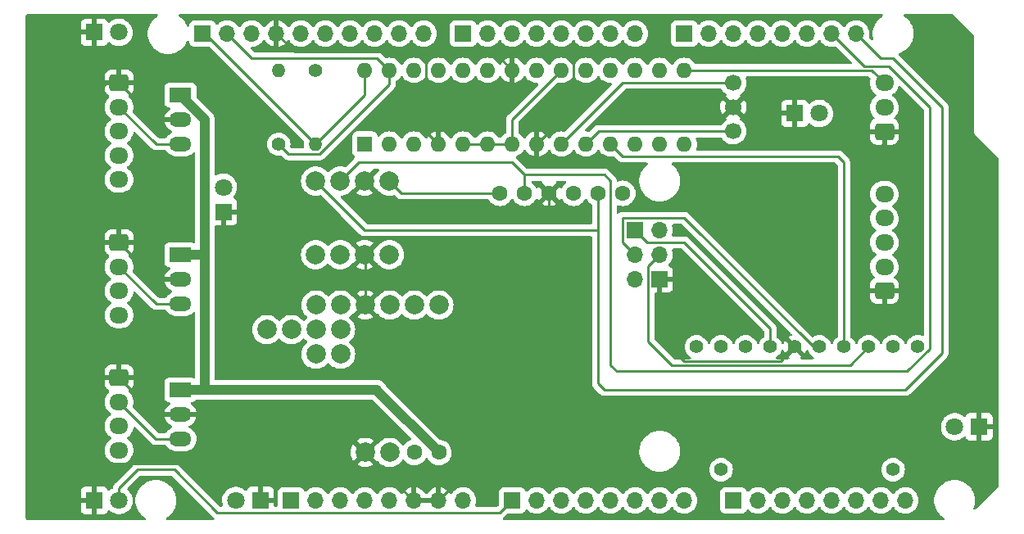
<source format=gbr>
%TF.GenerationSoftware,KiCad,Pcbnew,(6.0.7)*%
%TF.CreationDate,2023-03-01T01:07:27+09:00*%
%TF.ProjectId,PCB_Main,5043425f-4d61-4696-9e2e-6b696361645f,rev?*%
%TF.SameCoordinates,Original*%
%TF.FileFunction,Copper,L1,Top*%
%TF.FilePolarity,Positive*%
%FSLAX46Y46*%
G04 Gerber Fmt 4.6, Leading zero omitted, Abs format (unit mm)*
G04 Created by KiCad (PCBNEW (6.0.7)) date 2023-03-01 01:07:27*
%MOMM*%
%LPD*%
G01*
G04 APERTURE LIST*
G04 Aperture macros list*
%AMRoundRect*
0 Rectangle with rounded corners*
0 $1 Rounding radius*
0 $2 $3 $4 $5 $6 $7 $8 $9 X,Y pos of 4 corners*
0 Add a 4 corners polygon primitive as box body*
4,1,4,$2,$3,$4,$5,$6,$7,$8,$9,$2,$3,0*
0 Add four circle primitives for the rounded corners*
1,1,$1+$1,$2,$3*
1,1,$1+$1,$4,$5*
1,1,$1+$1,$6,$7*
1,1,$1+$1,$8,$9*
0 Add four rect primitives between the rounded corners*
20,1,$1+$1,$2,$3,$4,$5,0*
20,1,$1+$1,$4,$5,$6,$7,0*
20,1,$1+$1,$6,$7,$8,$9,0*
20,1,$1+$1,$8,$9,$2,$3,0*%
G04 Aperture macros list end*
%TA.AperFunction,ComponentPad*%
%ADD10R,1.800000X1.800000*%
%TD*%
%TA.AperFunction,ComponentPad*%
%ADD11C,1.800000*%
%TD*%
%TA.AperFunction,ComponentPad*%
%ADD12RoundRect,0.250000X0.725000X-0.600000X0.725000X0.600000X-0.725000X0.600000X-0.725000X-0.600000X0*%
%TD*%
%TA.AperFunction,ComponentPad*%
%ADD13O,1.950000X1.700000*%
%TD*%
%TA.AperFunction,ComponentPad*%
%ADD14R,1.600000X1.600000*%
%TD*%
%TA.AperFunction,ComponentPad*%
%ADD15O,1.600000X1.600000*%
%TD*%
%TA.AperFunction,ComponentPad*%
%ADD16R,2.300000X1.500000*%
%TD*%
%TA.AperFunction,ComponentPad*%
%ADD17O,2.300000X1.500000*%
%TD*%
%TA.AperFunction,ComponentPad*%
%ADD18RoundRect,0.250000X-0.725000X0.600000X-0.725000X-0.600000X0.725000X-0.600000X0.725000X0.600000X0*%
%TD*%
%TA.AperFunction,ComponentPad*%
%ADD19C,1.400000*%
%TD*%
%TA.AperFunction,ComponentPad*%
%ADD20O,1.400000X1.400000*%
%TD*%
%TA.AperFunction,ComponentPad*%
%ADD21C,2.000000*%
%TD*%
%TA.AperFunction,ComponentPad*%
%ADD22C,1.600000*%
%TD*%
%TA.AperFunction,ComponentPad*%
%ADD23C,1.700000*%
%TD*%
%TA.AperFunction,ComponentPad*%
%ADD24R,1.700000X1.700000*%
%TD*%
%TA.AperFunction,ComponentPad*%
%ADD25O,1.700000X1.700000*%
%TD*%
%TA.AperFunction,Conductor*%
%ADD26C,0.250000*%
%TD*%
%TA.AperFunction,Conductor*%
%ADD27C,1.000000*%
%TD*%
G04 APERTURE END LIST*
D10*
%TO.P,Under1,1,K*%
%TO.N,GND*%
X120955000Y-67620000D03*
D11*
%TO.P,Under1,2,A*%
%TO.N,L_Under*%
X120955000Y-65080000D03*
%TD*%
D12*
%TO.P,GPS-UART1,1,Pin_1*%
%TO.N,GND*%
X189260000Y-75790000D03*
D13*
%TO.P,GPS-UART1,2,Pin_2*%
%TO.N,5V*%
X189260000Y-73290000D03*
%TO.P,GPS-UART1,3,Pin_3*%
%TO.N,DTGR*%
X189260000Y-70790000D03*
%TO.P,GPS-UART1,4,Pin_4*%
%TO.N,DRGT*%
X189260000Y-68290000D03*
%TO.P,GPS-UART1,5,Pin_5*%
%TO.N,1PPS*%
X189260000Y-65790000D03*
%TD*%
D10*
%TO.P,Power1,1,K*%
%TO.N,GND*%
X124770000Y-97460000D03*
D11*
%TO.P,Power1,2,A*%
%TO.N,3.3V*%
X122230000Y-97460000D03*
%TD*%
D10*
%TO.P,SD1,1,K*%
%TO.N,GND*%
X199065000Y-89840000D03*
D11*
%TO.P,SD1,2,A*%
%TO.N,L_SD*%
X196525000Y-89840000D03*
%TD*%
D14*
%TO.P,ATP3012,1,/RESET*%
%TO.N,unconnected-(ATP3012-Pad1)*%
X135570000Y-60620000D03*
D15*
%TO.P,ATP3012,2,RXD*%
%TO.N,unconnected-(ATP3012-Pad2)*%
X138110000Y-60620000D03*
%TO.P,ATP3012,3,TXD*%
%TO.N,unconnected-(ATP3012-Pad3)*%
X140650000Y-60620000D03*
%TO.P,ATP3012,4,SMOD0*%
%TO.N,GND*%
X143190000Y-60620000D03*
%TO.P,ATP3012,5,SMOD1*%
%TO.N,3.3V*%
X145730000Y-60620000D03*
%TO.P,ATP3012,6,/SLEEP*%
X148270000Y-60620000D03*
%TO.P,ATP3012,7,VCC*%
X150810000Y-60620000D03*
%TO.P,ATP3012,8,GND*%
%TO.N,GND*%
X153350000Y-60620000D03*
%TO.P,ATP3012,9,XTAL1*%
%TO.N,Net-(ATP3012-Pad9)*%
X155890000Y-60620000D03*
%TO.P,ATP3012,10,XTAL2*%
%TO.N,Net-(ATP3012-Pad10)*%
X158430000Y-60620000D03*
%TO.P,ATP3012,11,CLK16*%
%TO.N,3.3V*%
X160970000Y-60620000D03*
%TO.P,ATP3012,12,PMOD1*%
%TO.N,unconnected-(ATP3012-Pad12)*%
X163510000Y-60620000D03*
%TO.P,ATP3012,13,/PLAY*%
%TO.N,unconnected-(ATP3012-Pad13)*%
X166050000Y-60620000D03*
%TO.P,ATP3012,14,PMOD0*%
%TO.N,unconnected-(ATP3012-Pad14)*%
X168590000Y-60620000D03*
%TO.P,ATP3012,15,AOUT*%
%TO.N,Net-(Speaker1-Pad3)*%
X168590000Y-53000000D03*
%TO.P,ATP3012,16,/SS*%
%TO.N,unconnected-(ATP3012-Pad16)*%
X166050000Y-53000000D03*
%TO.P,ATP3012,17,MOSI*%
%TO.N,unconnected-(ATP3012-Pad17)*%
X163510000Y-53000000D03*
%TO.P,ATP3012,18,MISO*%
%TO.N,unconnected-(ATP3012-Pad18)*%
X160970000Y-53000000D03*
%TO.P,ATP3012,19,SCK*%
%TO.N,unconnected-(ATP3012-Pad19)*%
X158430000Y-53000000D03*
%TO.P,ATP3012,20,VCC*%
%TO.N,3.3V*%
X155890000Y-53000000D03*
%TO.P,ATP3012,21,I.C*%
%TO.N,unconnected-(ATP3012-Pad21)*%
X153350000Y-53000000D03*
%TO.P,ATP3012,22,GND*%
%TO.N,GND*%
X150810000Y-53000000D03*
%TO.P,ATP3012,23,PC0*%
%TO.N,unconnected-(ATP3012-Pad23)*%
X148270000Y-53000000D03*
%TO.P,ATP3012,24,PC1*%
%TO.N,unconnected-(ATP3012-Pad24)*%
X145730000Y-53000000D03*
%TO.P,ATP3012,25,PC2*%
%TO.N,unconnected-(ATP3012-Pad25)*%
X143190000Y-53000000D03*
%TO.P,ATP3012,26,PC3*%
%TO.N,unconnected-(ATP3012-Pad26)*%
X140650000Y-53000000D03*
%TO.P,ATP3012,27,SDA*%
%TO.N,SDA1*%
X138110000Y-53000000D03*
%TO.P,ATP3012,28,SCL*%
%TO.N,SCL1*%
X135570000Y-53000000D03*
%TD*%
D16*
%TO.P,M78AR05-2,1,IN*%
%TO.N,VCC*%
X116510000Y-72060000D03*
D17*
%TO.P,M78AR05-2,2,GND*%
%TO.N,GND*%
X116510000Y-74600000D03*
%TO.P,M78AR05-2,3,OUT*%
%TO.N,Net-(M78AR05-2-Pad3)*%
X116510000Y-77140000D03*
%TD*%
D10*
%TO.P,1PPS1,1,K*%
%TO.N,GND*%
X180005000Y-57455000D03*
D11*
%TO.P,1PPS1,2,A*%
%TO.N,1PPS*%
X182545000Y-57455000D03*
%TD*%
D18*
%TO.P,ICS-UART1,1,Pin_1*%
%TO.N,GND*%
X110160000Y-54280000D03*
D13*
%TO.P,ICS-UART1,2,Pin_2*%
%TO.N,Net-(ICS-UART1-Pad2)*%
X110160000Y-56780000D03*
%TO.P,ICS-UART1,3,Pin_3*%
%TO.N,ITXR*%
X110160000Y-59280000D03*
%TO.P,ICS-UART1,4,Pin_4*%
%TO.N,IRXT*%
X110160000Y-61780000D03*
%TO.P,ICS-UART1,5,Pin_5*%
%TO.N,EN*%
X110160000Y-64280000D03*
%TD*%
D19*
%TO.P,R2,1*%
%TO.N,SDA1*%
X126670000Y-60630000D03*
D20*
%TO.P,R2,2*%
%TO.N,3.3V*%
X126670000Y-53010000D03*
%TD*%
D18*
%TO.P,Under-UART1,1,Pin_1*%
%TO.N,GND*%
X110160000Y-70790000D03*
D13*
%TO.P,Under-UART1,2,Pin_2*%
%TO.N,Net-(M78AR05-2-Pad3)*%
X110160000Y-73290000D03*
%TO.P,Under-UART1,3,Pin_3*%
%TO.N,DTUR*%
X110160000Y-75790000D03*
%TO.P,Under-UART1,4,Pin_4*%
%TO.N,DRUT*%
X110160000Y-78290000D03*
%TD*%
D19*
%TO.P,AE-MICRO-SD-DIP1,1,DAT2*%
%TO.N,unconnected-(AE-MICRO-SD-DIP1-Pad1)*%
X192710000Y-81585000D03*
%TO.P,AE-MICRO-SD-DIP1,2,DAT3/CD*%
%TO.N,SD-CS*%
X190170000Y-81585000D03*
%TO.P,AE-MICRO-SD-DIP1,3,CMD*%
%TO.N,SD-MOSI*%
X187630000Y-81585000D03*
%TO.P,AE-MICRO-SD-DIP1,4,VDD*%
%TO.N,3.3V*%
X185090000Y-81585000D03*
%TO.P,AE-MICRO-SD-DIP1,5,CLK*%
%TO.N,SD-CLK*%
X182550000Y-81585000D03*
%TO.P,AE-MICRO-SD-DIP1,6,VSS*%
%TO.N,GND*%
X180010000Y-81585000D03*
%TO.P,AE-MICRO-SD-DIP1,7,DAT0*%
%TO.N,SD-MISO*%
X177470000Y-81585000D03*
%TO.P,AE-MICRO-SD-DIP1,8,DAT1*%
%TO.N,unconnected-(AE-MICRO-SD-DIP1-Pad8)*%
X174930000Y-81585000D03*
%TO.P,AE-MICRO-SD-DIP1,9,DET_B*%
%TO.N,unconnected-(AE-MICRO-SD-DIP1-Pad9)*%
X172390000Y-81585000D03*
%TO.P,AE-MICRO-SD-DIP1,10,DET_A*%
%TO.N,unconnected-(AE-MICRO-SD-DIP1-Pad10)*%
X169850000Y-81585000D03*
%TO.P,AE-MICRO-SD-DIP1,11,SHIELD*%
%TO.N,unconnected-(AE-MICRO-SD-DIP1-Pad11)*%
X172390000Y-94285000D03*
%TO.P,AE-MICRO-SD-DIP1,13*%
%TO.N,N/C*%
X190170000Y-94285000D03*
%TD*%
D21*
%TO.P,ICS-board1,1,ITXR*%
%TO.N,ITXR*%
X143220000Y-77260000D03*
%TO.P,ICS-board1,2,IRXT*%
%TO.N,IRXT*%
X140680000Y-77260000D03*
%TO.P,ICS-board1,3,EN*%
%TO.N,EN*%
X138140000Y-77260000D03*
%TO.P,ICS-board1,4,GND*%
%TO.N,GND*%
X135600000Y-77260000D03*
%TO.P,ICS-board1,5,GND*%
X135600000Y-92500000D03*
%TO.P,ICS-board1,6,NC*%
%TO.N,unconnected-(ICS-board1-Pad6)*%
X138140000Y-92500000D03*
D22*
%TO.P,ICS-board1,7,IOREF*%
%TO.N,3.3V*%
X140680000Y-92500000D03*
%TO.P,ICS-board1,8,VOUT*%
%TO.N,VCC*%
X143220000Y-92500000D03*
D21*
%TO.P,ICS-board1,9,GND*%
%TO.N,unconnected-(ICS-board1-Pad9)*%
X133060000Y-77260000D03*
%TO.P,ICS-board1,10,POW*%
%TO.N,unconnected-(ICS-board1-Pad10)*%
X133060000Y-79800000D03*
%TO.P,ICS-board1,11,ICS1*%
%TO.N,unconnected-(ICS-board1-Pad11)*%
X133060000Y-82340000D03*
%TO.P,ICS-board1,12,GND*%
%TO.N,unconnected-(ICS-board1-Pad12)*%
X130520000Y-77260000D03*
%TO.P,ICS-board1,13,POW*%
%TO.N,unconnected-(ICS-board1-Pad13)*%
X130520000Y-79800000D03*
%TO.P,ICS-board1,14,ICS2*%
%TO.N,unconnected-(ICS-board1-Pad14)*%
X130520000Y-82340000D03*
%TO.P,ICS-board1,15,POW*%
%TO.N,unconnected-(ICS-board1-Pad15)*%
X127980000Y-79800000D03*
%TO.P,ICS-board1,16,GND*%
%TO.N,unconnected-(ICS-board1-Pad16)*%
X125440000Y-79800000D03*
%TD*%
D18*
%TO.P,Air-UART1,1,Pin_1*%
%TO.N,GND*%
X110160000Y-84760000D03*
D13*
%TO.P,Air-UART1,2,Pin_2*%
%TO.N,Net-(Air-UART1-Pad2)*%
X110160000Y-87260000D03*
%TO.P,Air-UART1,3,Pin_3*%
%TO.N,DTAR*%
X110160000Y-89760000D03*
%TO.P,Air-UART1,4,Pin_4*%
%TO.N,DRAT*%
X110160000Y-92260000D03*
%TD*%
D19*
%TO.P,R1,1*%
%TO.N,3.3V*%
X130480000Y-53010000D03*
D20*
%TO.P,R1,2*%
%TO.N,SCL1*%
X130480000Y-60630000D03*
%TD*%
D23*
%TO.P,Y1,1,1*%
%TO.N,Net-(ATP3012-Pad9)*%
X173660000Y-54280000D03*
%TO.P,Y1,2,2*%
%TO.N,GND*%
X173660000Y-56780000D03*
%TO.P,Y1,3,3*%
%TO.N,Net-(ATP3012-Pad10)*%
X173660000Y-59280000D03*
%TD*%
D12*
%TO.P,Speaker1,1,Pin_1*%
%TO.N,GND*%
X189260000Y-59320000D03*
D13*
%TO.P,Speaker1,2,Pin_2*%
%TO.N,5V*%
X189260000Y-56820000D03*
%TO.P,Speaker1,3,Pin_3*%
%TO.N,Net-(Speaker1-Pad3)*%
X189260000Y-54320000D03*
%TD*%
D16*
%TO.P,M78AR05-3,1,IN*%
%TO.N,VCC*%
X116510000Y-86030000D03*
D17*
%TO.P,M78AR05-3,2,GND*%
%TO.N,GND*%
X116510000Y-88570000D03*
%TO.P,M78AR05-3,3,OUT*%
%TO.N,Net-(Air-UART1-Pad2)*%
X116510000Y-91110000D03*
%TD*%
D22*
%TO.P,DPS310,1,VCC*%
%TO.N,3.3V*%
X149530000Y-65710000D03*
%TO.P,DPS310,2,SDI*%
%TO.N,SDA*%
X152070000Y-65710000D03*
%TO.P,DPS310,3,GND*%
%TO.N,GND*%
X154610000Y-65710000D03*
%TO.P,DPS310,4,SDO*%
%TO.N,unconnected-(DPS310-Pad4)*%
X157150000Y-65710000D03*
%TO.P,DPS310,5,CSK*%
%TO.N,SCL*%
X159690000Y-65710000D03*
%TO.P,DPS310,6,CS*%
%TO.N,unconnected-(DPS310-Pad6)*%
X162230000Y-65710000D03*
%TD*%
D16*
%TO.P,M78AR05-1,1,IN*%
%TO.N,VCC*%
X116510000Y-55550000D03*
D17*
%TO.P,M78AR05-1,2,GND*%
%TO.N,GND*%
X116510000Y-58090000D03*
%TO.P,M78AR05-1,3,OUT*%
%TO.N,Net-(ICS-UART1-Pad2)*%
X116510000Y-60630000D03*
%TD*%
D21*
%TO.P,AE-BNO55,1,VIN*%
%TO.N,3.3V*%
X138100000Y-64440000D03*
%TO.P,AE-BNO55,2,GND*%
%TO.N,GND*%
X135560000Y-64440000D03*
%TO.P,AE-BNO55,3,SDA*%
%TO.N,SDA*%
X133020000Y-64440000D03*
%TO.P,AE-BNO55,4,SCL*%
%TO.N,SCL*%
X130480000Y-64440000D03*
%TO.P,AE-BNO55,5,RESET*%
%TO.N,unconnected-(AE-BNO55-Pad5)*%
X130480000Y-72060000D03*
%TO.P,AE-BNO55,6,INT*%
%TO.N,unconnected-(AE-BNO55-Pad6)*%
X133020000Y-72060000D03*
%TO.P,AE-BNO55,7,GND*%
%TO.N,GND*%
X135560000Y-72060000D03*
%TO.P,AE-BNO55,8,VOUT*%
%TO.N,unconnected-(AE-BNO55-Pad8)*%
X138100000Y-72060000D03*
%TD*%
D10*
%TO.P,Air1,1,K*%
%TO.N,GND*%
X107620000Y-97460000D03*
D11*
%TO.P,Air1,2,A*%
%TO.N,L_Air*%
X110160000Y-97460000D03*
%TD*%
D10*
%TO.P,ICS1,1,K*%
%TO.N,GND*%
X107615000Y-49073000D03*
D11*
%TO.P,ICS1,2,A*%
%TO.N,L_ICS*%
X110155000Y-49073000D03*
%TD*%
D24*
%TO.P,J1,1,Pin_1*%
%TO.N,unconnected-(J1-Pad1)*%
X127940000Y-97460000D03*
D25*
%TO.P,J1,2,Pin_2*%
%TO.N,/IOREF*%
X130480000Y-97460000D03*
%TO.P,J1,3,Pin_3*%
%TO.N,/~{RESET}*%
X133020000Y-97460000D03*
%TO.P,J1,4,Pin_4*%
%TO.N,3.3V*%
X135560000Y-97460000D03*
%TO.P,J1,5,Pin_5*%
%TO.N,5V*%
X138100000Y-97460000D03*
%TO.P,J1,6,Pin_6*%
%TO.N,GND*%
X140640000Y-97460000D03*
%TO.P,J1,7,Pin_7*%
X143180000Y-97460000D03*
%TO.P,J1,8,Pin_8*%
%TO.N,VCC*%
X145720000Y-97460000D03*
%TD*%
D24*
%TO.P,J3,1,Pin_1*%
%TO.N,L_Air*%
X150800000Y-97460000D03*
D25*
%TO.P,J3,2,Pin_2*%
%TO.N,/A1*%
X153340000Y-97460000D03*
%TO.P,J3,3,Pin_3*%
%TO.N,/A2*%
X155880000Y-97460000D03*
%TO.P,J3,4,Pin_4*%
%TO.N,/A3*%
X158420000Y-97460000D03*
%TO.P,J3,5,Pin_5*%
%TO.N,/A4*%
X160960000Y-97460000D03*
%TO.P,J3,6,Pin_6*%
%TO.N,/A5*%
X163500000Y-97460000D03*
%TO.P,J3,7,Pin_7*%
%TO.N,/A6*%
X166040000Y-97460000D03*
%TO.P,J3,8,Pin_8*%
%TO.N,/A7*%
X168580000Y-97460000D03*
%TD*%
D24*
%TO.P,J5,1,Pin_1*%
%TO.N,SD-CS*%
X173660000Y-97460000D03*
D25*
%TO.P,J5,2,Pin_2*%
%TO.N,/A9*%
X176200000Y-97460000D03*
%TO.P,J5,3,Pin_3*%
%TO.N,/A10*%
X178740000Y-97460000D03*
%TO.P,J5,4,Pin_4*%
%TO.N,L_SD*%
X181280000Y-97460000D03*
%TO.P,J5,5,Pin_5*%
%TO.N,/A12*%
X183820000Y-97460000D03*
%TO.P,J5,6,Pin_6*%
%TO.N,/A13*%
X186360000Y-97460000D03*
%TO.P,J5,7,Pin_7*%
%TO.N,/A14*%
X188900000Y-97460000D03*
%TO.P,J5,8,Pin_8*%
%TO.N,/A15*%
X191440000Y-97460000D03*
%TD*%
D24*
%TO.P,J2,1,Pin_1*%
%TO.N,SCL1*%
X118796000Y-49200000D03*
D25*
%TO.P,J2,2,Pin_2*%
%TO.N,SDA1*%
X121336000Y-49200000D03*
%TO.P,J2,3,Pin_3*%
%TO.N,/AREF*%
X123876000Y-49200000D03*
%TO.P,J2,4,Pin_4*%
%TO.N,GND*%
X126416000Y-49200000D03*
%TO.P,J2,5,Pin_5*%
%TO.N,L_ICS*%
X128956000Y-49200000D03*
%TO.P,J2,6,Pin_6*%
%TO.N,L_Under*%
X131496000Y-49200000D03*
%TO.P,J2,7,Pin_7*%
%TO.N,/\u002A11*%
X134036000Y-49200000D03*
%TO.P,J2,8,Pin_8*%
%TO.N,/\u002A10*%
X136576000Y-49200000D03*
%TO.P,J2,9,Pin_9*%
%TO.N,/\u002A9*%
X139116000Y-49200000D03*
%TO.P,J2,10,Pin_10*%
%TO.N,/\u002A8*%
X141656000Y-49200000D03*
%TD*%
D24*
%TO.P,J4,1,Pin_1*%
%TO.N,/\u002A7*%
X145720000Y-49200000D03*
D25*
%TO.P,J4,2,Pin_2*%
%TO.N,/\u002A6*%
X148260000Y-49200000D03*
%TO.P,J4,3,Pin_3*%
%TO.N,/\u002A5*%
X150800000Y-49200000D03*
%TO.P,J4,4,Pin_4*%
%TO.N,/\u002A4*%
X153340000Y-49200000D03*
%TO.P,J4,5,Pin_5*%
%TO.N,/\u002A3*%
X155880000Y-49200000D03*
%TO.P,J4,6,Pin_6*%
%TO.N,/\u002A2*%
X158420000Y-49200000D03*
%TO.P,J4,7,Pin_7*%
%TO.N,/TX0{slash}1*%
X160960000Y-49200000D03*
%TO.P,J4,8,Pin_8*%
%TO.N,IRXT*%
X163500000Y-49200000D03*
%TD*%
D24*
%TO.P,J6,1,Pin_1*%
%TO.N,DTUR*%
X168580000Y-49200000D03*
D25*
%TO.P,J6,2,Pin_2*%
%TO.N,DRUT*%
X171120000Y-49200000D03*
%TO.P,J6,3,Pin_3*%
%TO.N,DTAR*%
X173660000Y-49200000D03*
%TO.P,J6,4,Pin_4*%
%TO.N,DRAT*%
X176200000Y-49200000D03*
%TO.P,J6,5,Pin_5*%
%TO.N,DTGR*%
X178740000Y-49200000D03*
%TO.P,J6,6,Pin_6*%
%TO.N,DRGT*%
X181280000Y-49200000D03*
%TO.P,J6,7,Pin_7*%
%TO.N,SDA*%
X183820000Y-49200000D03*
%TO.P,J6,8,Pin_8*%
%TO.N,SCL*%
X186360000Y-49200000D03*
%TD*%
D24*
%TO.P,J7,1,Pin_1*%
%TO.N,SD-MISO*%
X163500000Y-69520000D03*
D25*
%TO.P,J7,2,Pin_2*%
%TO.N,SD-CLK*%
X163500000Y-72060000D03*
%TO.P,J7,3,Pin_3*%
%TO.N,unconnected-(J7-Pad3)*%
X163500000Y-74600000D03*
%TD*%
D24*
%TO.P,J8,1,Pin_1*%
%TO.N,GND*%
X166040000Y-74600000D03*
D25*
%TO.P,J8,2,Pin_2*%
%TO.N,SD-MOSI*%
X166040000Y-72060000D03*
%TO.P,J8,3,Pin_3*%
%TO.N,unconnected-(J8-Pad3)*%
X166040000Y-69520000D03*
%TD*%
D26*
%TO.N,GND*%
X154610000Y-66980000D02*
X154610000Y-65710000D01*
X191440000Y-59360000D02*
X191440000Y-75870000D01*
X107615000Y-55545000D02*
X107615000Y-49073000D01*
X180010000Y-81585000D02*
X178555000Y-83040000D01*
X107620000Y-55550000D02*
X107620000Y-70790000D01*
X141910000Y-97460000D02*
X140640000Y-97460000D01*
X145720000Y-87300000D02*
X145720000Y-94920000D01*
X135600000Y-72100000D02*
X135560000Y-72060000D01*
X141910000Y-59340000D02*
X143190000Y-60620000D01*
X107620000Y-70790000D02*
X107620000Y-84760000D01*
X189180000Y-75870000D02*
X189260000Y-75790000D01*
X145640000Y-87300000D02*
X145720000Y-87300000D01*
X126416000Y-49200000D02*
X128321000Y-51105000D01*
X178555000Y-83040000D02*
X168580000Y-83040000D01*
X108890000Y-54280000D02*
X107620000Y-55550000D01*
X141910000Y-97460000D02*
X140560000Y-97460000D01*
X135560000Y-64440000D02*
X139370000Y-68250000D01*
X141275000Y-51105000D02*
X141910000Y-51105000D01*
X113970000Y-74600000D02*
X116510000Y-74600000D01*
X121590000Y-93650000D02*
X107620000Y-93650000D01*
X189260000Y-59320000D02*
X191400000Y-59320000D01*
X107620000Y-84760000D02*
X107620000Y-92380000D01*
X107620000Y-92380000D02*
X107620000Y-97460000D01*
X166040000Y-80500000D02*
X168580000Y-83040000D01*
X121590000Y-93650000D02*
X124765000Y-93650000D01*
X157150000Y-56820000D02*
X157150000Y-52375000D01*
X191440000Y-75870000D02*
X189340000Y-75870000D01*
X116510000Y-88570000D02*
X113970000Y-88570000D01*
X110160000Y-54280000D02*
X108890000Y-54280000D01*
X141910000Y-51105000D02*
X141910000Y-59340000D01*
X107620000Y-55550000D02*
X107615000Y-55545000D01*
X141275000Y-51105000D02*
X148915000Y-51105000D01*
X140560000Y-97460000D02*
X135600000Y-92500000D01*
X135600000Y-77260000D02*
X145640000Y-87300000D01*
X148915000Y-51105000D02*
X150810000Y-53000000D01*
X153350000Y-60620000D02*
X157150000Y-56820000D01*
X166040000Y-74600000D02*
X166040000Y-80500000D01*
X124770000Y-97460000D02*
X124770000Y-93655000D01*
X134450000Y-93650000D02*
X135600000Y-92500000D01*
X135600000Y-77260000D02*
X135600000Y-72100000D01*
X124765000Y-93650000D02*
X134450000Y-93650000D01*
X107620000Y-92380000D02*
X107620000Y-93650000D01*
X113970000Y-58090000D02*
X116510000Y-58090000D01*
X143180000Y-97460000D02*
X141910000Y-97460000D01*
X157150000Y-52375000D02*
X155880000Y-51105000D01*
X145720000Y-94920000D02*
X143180000Y-97460000D01*
X128321000Y-51105000D02*
X141275000Y-51105000D01*
X189340000Y-75870000D02*
X189260000Y-75790000D01*
X110160000Y-70790000D02*
X107620000Y-70790000D01*
X113970000Y-88570000D02*
X110160000Y-84760000D01*
X107620000Y-84760000D02*
X110160000Y-84760000D01*
X191400000Y-59320000D02*
X191440000Y-59360000D01*
X110160000Y-70790000D02*
X113970000Y-74600000D01*
X110160000Y-54280000D02*
X113970000Y-58090000D01*
X139370000Y-68250000D02*
X153340000Y-68250000D01*
X155880000Y-51105000D02*
X148915000Y-51105000D01*
X153340000Y-68250000D02*
X154610000Y-66980000D01*
X124770000Y-93655000D02*
X124765000Y-93650000D01*
D27*
%TO.N,VCC*%
X119050000Y-86030000D02*
X116510000Y-86030000D01*
X136830000Y-86030000D02*
X119050000Y-86030000D01*
X143220000Y-92500000D02*
X136830000Y-86110000D01*
X119050000Y-58090000D02*
X119050000Y-86030000D01*
D26*
X136830000Y-86110000D02*
X136830000Y-86030000D01*
D27*
X116510000Y-55550000D02*
X119050000Y-58090000D01*
X116510000Y-72060000D02*
X119050000Y-72060000D01*
D26*
%TO.N,Net-(Air-UART1-Pad2)*%
X110160000Y-87300000D02*
X113970000Y-91110000D01*
X113970000Y-91110000D02*
X116510000Y-91110000D01*
X110160000Y-87260000D02*
X110160000Y-87300000D01*
%TO.N,Net-(ICS-UART1-Pad2)*%
X114010000Y-60630000D02*
X116510000Y-60630000D01*
X110160000Y-56780000D02*
X114010000Y-60630000D01*
%TO.N,SD-MISO*%
X177470000Y-79680000D02*
X177470000Y-81585000D01*
X163500000Y-69520000D02*
X164770000Y-70790000D01*
X168580000Y-70790000D02*
X177470000Y-79680000D01*
X164770000Y-70790000D02*
X168580000Y-70790000D01*
%TO.N,SD-CLK*%
X163500000Y-72060000D02*
X162230000Y-70790000D01*
X168580000Y-68250000D02*
X181915000Y-81585000D01*
X181915000Y-81585000D02*
X182550000Y-81585000D01*
X162230000Y-70790000D02*
X162230000Y-68250000D01*
X162230000Y-68250000D02*
X168580000Y-68250000D01*
%TO.N,SD-MOSI*%
X167310000Y-83490000D02*
X185725000Y-83490000D01*
X185725000Y-83490000D02*
X187630000Y-81585000D01*
X166040000Y-72060000D02*
X164865000Y-73235000D01*
X164865000Y-81045000D02*
X167310000Y-83490000D01*
X164865000Y-73235000D02*
X164865000Y-81045000D01*
%TO.N,Net-(Speaker1-Pad3)*%
X168590000Y-53000000D02*
X187940000Y-53000000D01*
X187940000Y-53000000D02*
X189260000Y-54320000D01*
%TO.N,3.3V*%
X162250000Y-61900000D02*
X160970000Y-60620000D01*
X185090000Y-62535000D02*
X184455000Y-61900000D01*
X149530000Y-65710000D02*
X139370000Y-65710000D01*
X145730000Y-60620000D02*
X148270000Y-60620000D01*
X148270000Y-60620000D02*
X150810000Y-60620000D01*
X185090000Y-81585000D02*
X185090000Y-62535000D01*
X139370000Y-65710000D02*
X138100000Y-64440000D01*
X150810000Y-58080000D02*
X155890000Y-53000000D01*
X184455000Y-61900000D02*
X162250000Y-61900000D01*
X150810000Y-60620000D02*
X150810000Y-58080000D01*
%TO.N,SDA*%
X193980000Y-81764569D02*
X193980000Y-56820000D01*
X133020000Y-64440000D02*
X134925000Y-62535000D01*
X189710000Y-52550000D02*
X187170000Y-52550000D01*
X150800000Y-62535000D02*
X152070000Y-63805000D01*
X152070000Y-63805000D02*
X160325000Y-63805000D01*
X134925000Y-62535000D02*
X150800000Y-62535000D01*
X161595000Y-84125000D02*
X191619569Y-84125000D01*
X160325000Y-63805000D02*
X160960000Y-64440000D01*
X160960000Y-64440000D02*
X160960000Y-83490000D01*
X152070000Y-65710000D02*
X152070000Y-63805000D01*
X191619569Y-84125000D02*
X193980000Y-81764569D01*
X160960000Y-83490000D02*
X161595000Y-84125000D01*
X193980000Y-56820000D02*
X189710000Y-52550000D01*
X187170000Y-52550000D02*
X183820000Y-49200000D01*
%TO.N,SCL*%
X191440000Y-86030000D02*
X160325000Y-86030000D01*
X159690000Y-69520000D02*
X159690000Y-85395000D01*
X135560000Y-69520000D02*
X159690000Y-69520000D01*
X159690000Y-85395000D02*
X160325000Y-86030000D01*
X188900000Y-51740000D02*
X190170000Y-51740000D01*
X195250000Y-82220000D02*
X191440000Y-86030000D01*
X186360000Y-49200000D02*
X188900000Y-51740000D01*
X159690000Y-65710000D02*
X159690000Y-69520000D01*
X190170000Y-51740000D02*
X195250000Y-56820000D01*
X195250000Y-56820000D02*
X195250000Y-82220000D01*
X130480000Y-64440000D02*
X135560000Y-69520000D01*
%TO.N,SCL1*%
X119050000Y-49200000D02*
X130480000Y-60630000D01*
X135570000Y-55540000D02*
X135570000Y-53000000D01*
X130480000Y-60630000D02*
X135570000Y-55540000D01*
X118796000Y-49200000D02*
X119050000Y-49200000D01*
%TO.N,SDA1*%
X123876000Y-51740000D02*
X136850000Y-51740000D01*
X127695000Y-61655000D02*
X130904569Y-61655000D01*
X121336000Y-49200000D02*
X123876000Y-51740000D01*
X136850000Y-51740000D02*
X138110000Y-53000000D01*
X126670000Y-60630000D02*
X127695000Y-61655000D01*
X138110000Y-54449569D02*
X138110000Y-53000000D01*
X130904569Y-61655000D02*
X138110000Y-54449569D01*
%TO.N,L_Air*%
X120320000Y-98730000D02*
X115875000Y-94285000D01*
X149530000Y-98730000D02*
X120320000Y-98730000D01*
X115875000Y-94285000D02*
X112065000Y-94285000D01*
X110160000Y-96190000D02*
X110160000Y-97460000D01*
X112065000Y-94285000D02*
X110160000Y-96190000D01*
X150800000Y-97460000D02*
X149530000Y-98730000D01*
%TO.N,Net-(ATP3012-Pad9)*%
X162230000Y-54280000D02*
X155890000Y-60620000D01*
X173660000Y-54280000D02*
X162230000Y-54280000D01*
%TO.N,Net-(ATP3012-Pad10)*%
X158430000Y-60620000D02*
X159770000Y-59280000D01*
X159770000Y-59280000D02*
X173660000Y-59280000D01*
%TO.N,Net-(M78AR05-2-Pad3)*%
X114010000Y-77140000D02*
X110160000Y-73290000D01*
X116510000Y-77140000D02*
X114010000Y-77140000D01*
%TD*%
%TA.AperFunction,Conductor*%
%TO.N,GND*%
G36*
X114133264Y-47188502D02*
G01*
X114179757Y-47242158D01*
X114189861Y-47312432D01*
X114160367Y-47377012D01*
X114137594Y-47397587D01*
X114125163Y-47406324D01*
X113909977Y-47557559D01*
X113894892Y-47571577D01*
X113726331Y-47728214D01*
X113699378Y-47753260D01*
X113517287Y-47975732D01*
X113460609Y-48068222D01*
X113375665Y-48206838D01*
X113367073Y-48220858D01*
X113365347Y-48224791D01*
X113365346Y-48224792D01*
X113313835Y-48342138D01*
X113251517Y-48484102D01*
X113250342Y-48488229D01*
X113250341Y-48488230D01*
X113246967Y-48500074D01*
X113172756Y-48760594D01*
X113132249Y-49045216D01*
X113132227Y-49049505D01*
X113132226Y-49049512D01*
X113130765Y-49328417D01*
X113130743Y-49332703D01*
X113168268Y-49617734D01*
X113244129Y-49895036D01*
X113245813Y-49898984D01*
X113355224Y-50155492D01*
X113356923Y-50159476D01*
X113403637Y-50237529D01*
X113495110Y-50390369D01*
X113504561Y-50406161D01*
X113684313Y-50630528D01*
X113892851Y-50828423D01*
X114126317Y-50996186D01*
X114130112Y-50998195D01*
X114130113Y-50998196D01*
X114151869Y-51009715D01*
X114380392Y-51130712D01*
X114404699Y-51139607D01*
X114623271Y-51219593D01*
X114650373Y-51229511D01*
X114931264Y-51290755D01*
X114959841Y-51293004D01*
X115154282Y-51308307D01*
X115154291Y-51308307D01*
X115156739Y-51308500D01*
X115312271Y-51308500D01*
X115314407Y-51308354D01*
X115314418Y-51308354D01*
X115522548Y-51294165D01*
X115522554Y-51294164D01*
X115526825Y-51293873D01*
X115531020Y-51293004D01*
X115531022Y-51293004D01*
X115683671Y-51261392D01*
X115808342Y-51235574D01*
X116079343Y-51139607D01*
X116334812Y-51007750D01*
X116338313Y-51005289D01*
X116338317Y-51005287D01*
X116452418Y-50925095D01*
X116570023Y-50842441D01*
X116709209Y-50713101D01*
X116777479Y-50649661D01*
X116777481Y-50649658D01*
X116780622Y-50646740D01*
X116962713Y-50424268D01*
X117112927Y-50179142D01*
X117116927Y-50170031D01*
X117196127Y-49989607D01*
X117241823Y-49935271D01*
X117309641Y-49914266D01*
X117378049Y-49933260D01*
X117425329Y-49986224D01*
X117437500Y-50040252D01*
X117437500Y-50098134D01*
X117444255Y-50160316D01*
X117495385Y-50296705D01*
X117582739Y-50413261D01*
X117699295Y-50500615D01*
X117835684Y-50551745D01*
X117897866Y-50558500D01*
X119460406Y-50558500D01*
X119528527Y-50578502D01*
X119549501Y-50595405D01*
X129252557Y-60298462D01*
X129286583Y-60360774D01*
X129287547Y-60409439D01*
X129286736Y-60414039D01*
X129285314Y-60419345D01*
X129284836Y-60424812D01*
X129284835Y-60424816D01*
X129274155Y-60546895D01*
X129266884Y-60630000D01*
X129285314Y-60840655D01*
X129286738Y-60845970D01*
X129286739Y-60845974D01*
X129291271Y-60862887D01*
X129289583Y-60933863D01*
X129249790Y-60992660D01*
X129184526Y-61020609D01*
X129169565Y-61021500D01*
X128009595Y-61021500D01*
X127941474Y-61001498D01*
X127920500Y-60984595D01*
X127897443Y-60961538D01*
X127863417Y-60899226D01*
X127862453Y-60850561D01*
X127863264Y-60845961D01*
X127864686Y-60840655D01*
X127865166Y-60835175D01*
X127882637Y-60635475D01*
X127883116Y-60630000D01*
X127864686Y-60419345D01*
X127862032Y-60409439D01*
X127811379Y-60220400D01*
X127811378Y-60220398D01*
X127809956Y-60215090D01*
X127807633Y-60210108D01*
X127722912Y-60028423D01*
X127722910Y-60028420D01*
X127720589Y-60023442D01*
X127599301Y-59850224D01*
X127449776Y-59700699D01*
X127276558Y-59579411D01*
X127271580Y-59577090D01*
X127271577Y-59577088D01*
X127089892Y-59492367D01*
X127089891Y-59492366D01*
X127084910Y-59490044D01*
X127079602Y-59488622D01*
X127079600Y-59488621D01*
X126885970Y-59436738D01*
X126885968Y-59436738D01*
X126880655Y-59435314D01*
X126670000Y-59416884D01*
X126459345Y-59435314D01*
X126454032Y-59436738D01*
X126454030Y-59436738D01*
X126260400Y-59488621D01*
X126260398Y-59488622D01*
X126255090Y-59490044D01*
X126250109Y-59492366D01*
X126250108Y-59492367D01*
X126068423Y-59577088D01*
X126068420Y-59577090D01*
X126063442Y-59579411D01*
X125890224Y-59700699D01*
X125740699Y-59850224D01*
X125619411Y-60023442D01*
X125617090Y-60028420D01*
X125617088Y-60028423D01*
X125532367Y-60210108D01*
X125530044Y-60215090D01*
X125528622Y-60220398D01*
X125528621Y-60220400D01*
X125477968Y-60409439D01*
X125475314Y-60419345D01*
X125456884Y-60630000D01*
X125475314Y-60840655D01*
X125476738Y-60845968D01*
X125476738Y-60845970D01*
X125525646Y-61028495D01*
X125530044Y-61044910D01*
X125532366Y-61049891D01*
X125532367Y-61049892D01*
X125615762Y-61228732D01*
X125619411Y-61236558D01*
X125740699Y-61409776D01*
X125890224Y-61559301D01*
X126063442Y-61680589D01*
X126068420Y-61682910D01*
X126068423Y-61682912D01*
X126233415Y-61759849D01*
X126255090Y-61769956D01*
X126260398Y-61771378D01*
X126260400Y-61771379D01*
X126454030Y-61823262D01*
X126454032Y-61823262D01*
X126459345Y-61824686D01*
X126670000Y-61843116D01*
X126675475Y-61842637D01*
X126875184Y-61825165D01*
X126875188Y-61825164D01*
X126880655Y-61824686D01*
X126885961Y-61823264D01*
X126890561Y-61822453D01*
X126961121Y-61830321D01*
X127001538Y-61857443D01*
X127191348Y-62047253D01*
X127198888Y-62055539D01*
X127203000Y-62062018D01*
X127208777Y-62067443D01*
X127252651Y-62108643D01*
X127255493Y-62111398D01*
X127275230Y-62131135D01*
X127278427Y-62133615D01*
X127287447Y-62141318D01*
X127319679Y-62171586D01*
X127326625Y-62175405D01*
X127326628Y-62175407D01*
X127337434Y-62181348D01*
X127353953Y-62192199D01*
X127369959Y-62204614D01*
X127377228Y-62207759D01*
X127377232Y-62207762D01*
X127410537Y-62222174D01*
X127421187Y-62227391D01*
X127459940Y-62248695D01*
X127467615Y-62250666D01*
X127467616Y-62250666D01*
X127479562Y-62253733D01*
X127498266Y-62260137D01*
X127507115Y-62263966D01*
X127516855Y-62268181D01*
X127524678Y-62269420D01*
X127524688Y-62269423D01*
X127560524Y-62275099D01*
X127572144Y-62277505D01*
X127603959Y-62285673D01*
X127614970Y-62288500D01*
X127635224Y-62288500D01*
X127654934Y-62290051D01*
X127674943Y-62293220D01*
X127682835Y-62292474D01*
X127701580Y-62290702D01*
X127718962Y-62289059D01*
X127730819Y-62288500D01*
X130825802Y-62288500D01*
X130836985Y-62289027D01*
X130844478Y-62290702D01*
X130852404Y-62290453D01*
X130852405Y-62290453D01*
X130912555Y-62288562D01*
X130916514Y-62288500D01*
X130944425Y-62288500D01*
X130948360Y-62288003D01*
X130948425Y-62287995D01*
X130960262Y-62287062D01*
X130992520Y-62286048D01*
X130996539Y-62285922D01*
X131004458Y-62285673D01*
X131023912Y-62280021D01*
X131043269Y-62276013D01*
X131055499Y-62274468D01*
X131055500Y-62274468D01*
X131063366Y-62273474D01*
X131070737Y-62270555D01*
X131070739Y-62270555D01*
X131104481Y-62257196D01*
X131115711Y-62253351D01*
X131150552Y-62243229D01*
X131150553Y-62243229D01*
X131158162Y-62241018D01*
X131164981Y-62236985D01*
X131164986Y-62236983D01*
X131175597Y-62230707D01*
X131193345Y-62222012D01*
X131212186Y-62214552D01*
X131247956Y-62188564D01*
X131257876Y-62182048D01*
X131289104Y-62163580D01*
X131289107Y-62163578D01*
X131295931Y-62159542D01*
X131310252Y-62145221D01*
X131325286Y-62132380D01*
X131335263Y-62125131D01*
X131341676Y-62120472D01*
X131369867Y-62086395D01*
X131377857Y-62077616D01*
X138502247Y-54953226D01*
X138510537Y-54945682D01*
X138517018Y-54941569D01*
X138563659Y-54891901D01*
X138566413Y-54889060D01*
X138586134Y-54869339D01*
X138588612Y-54866144D01*
X138596318Y-54857122D01*
X138621158Y-54830670D01*
X138626586Y-54824890D01*
X138636346Y-54807137D01*
X138647199Y-54790614D01*
X138648356Y-54789122D01*
X138659613Y-54774610D01*
X138677176Y-54734026D01*
X138682383Y-54723396D01*
X138703695Y-54684629D01*
X138705666Y-54676952D01*
X138705668Y-54676947D01*
X138708732Y-54665011D01*
X138715138Y-54646299D01*
X138720033Y-54634988D01*
X138723181Y-54627714D01*
X138724421Y-54619886D01*
X138724423Y-54619879D01*
X138730099Y-54584045D01*
X138732505Y-54572425D01*
X138741528Y-54537280D01*
X138741528Y-54537279D01*
X138743500Y-54529599D01*
X138743500Y-54509345D01*
X138745051Y-54489634D01*
X138746980Y-54477455D01*
X138748220Y-54469626D01*
X138744059Y-54425607D01*
X138743500Y-54413750D01*
X138743500Y-54219394D01*
X138763502Y-54151273D01*
X138797229Y-54116181D01*
X138949789Y-54009357D01*
X138949792Y-54009355D01*
X138954300Y-54006198D01*
X139116198Y-53844300D01*
X139122042Y-53835955D01*
X139174098Y-53761611D01*
X139247523Y-53656749D01*
X139249846Y-53651767D01*
X139249849Y-53651762D01*
X139265805Y-53617543D01*
X139312722Y-53564258D01*
X139380999Y-53544797D01*
X139448959Y-53565339D01*
X139494195Y-53617543D01*
X139510151Y-53651762D01*
X139510154Y-53651767D01*
X139512477Y-53656749D01*
X139585902Y-53761611D01*
X139637959Y-53835955D01*
X139643802Y-53844300D01*
X139805700Y-54006198D01*
X139810208Y-54009355D01*
X139810211Y-54009357D01*
X139833980Y-54026000D01*
X139993251Y-54137523D01*
X139998233Y-54139846D01*
X139998238Y-54139849D01*
X140176807Y-54223116D01*
X140200757Y-54234284D01*
X140206065Y-54235706D01*
X140206067Y-54235707D01*
X140416598Y-54292119D01*
X140416600Y-54292119D01*
X140421913Y-54293543D01*
X140650000Y-54313498D01*
X140878087Y-54293543D01*
X140883400Y-54292119D01*
X140883402Y-54292119D01*
X141093933Y-54235707D01*
X141093935Y-54235706D01*
X141099243Y-54234284D01*
X141123193Y-54223116D01*
X141301762Y-54139849D01*
X141301767Y-54139846D01*
X141306749Y-54137523D01*
X141466020Y-54026000D01*
X141489789Y-54009357D01*
X141489792Y-54009355D01*
X141494300Y-54006198D01*
X141656198Y-53844300D01*
X141662042Y-53835955D01*
X141714098Y-53761611D01*
X141787523Y-53656749D01*
X141789846Y-53651767D01*
X141789849Y-53651762D01*
X141805805Y-53617543D01*
X141852722Y-53564258D01*
X141920999Y-53544797D01*
X141988959Y-53565339D01*
X142034195Y-53617543D01*
X142050151Y-53651762D01*
X142050154Y-53651767D01*
X142052477Y-53656749D01*
X142125902Y-53761611D01*
X142177959Y-53835955D01*
X142183802Y-53844300D01*
X142345700Y-54006198D01*
X142350208Y-54009355D01*
X142350211Y-54009357D01*
X142373980Y-54026000D01*
X142533251Y-54137523D01*
X142538233Y-54139846D01*
X142538238Y-54139849D01*
X142716807Y-54223116D01*
X142740757Y-54234284D01*
X142746065Y-54235706D01*
X142746067Y-54235707D01*
X142956598Y-54292119D01*
X142956600Y-54292119D01*
X142961913Y-54293543D01*
X143190000Y-54313498D01*
X143418087Y-54293543D01*
X143423400Y-54292119D01*
X143423402Y-54292119D01*
X143633933Y-54235707D01*
X143633935Y-54235706D01*
X143639243Y-54234284D01*
X143663193Y-54223116D01*
X143841762Y-54139849D01*
X143841767Y-54139846D01*
X143846749Y-54137523D01*
X144006020Y-54026000D01*
X144029789Y-54009357D01*
X144029792Y-54009355D01*
X144034300Y-54006198D01*
X144196198Y-53844300D01*
X144202042Y-53835955D01*
X144254098Y-53761611D01*
X144327523Y-53656749D01*
X144329846Y-53651767D01*
X144329849Y-53651762D01*
X144345805Y-53617543D01*
X144392722Y-53564258D01*
X144460999Y-53544797D01*
X144528959Y-53565339D01*
X144574195Y-53617543D01*
X144590151Y-53651762D01*
X144590154Y-53651767D01*
X144592477Y-53656749D01*
X144665902Y-53761611D01*
X144717959Y-53835955D01*
X144723802Y-53844300D01*
X144885700Y-54006198D01*
X144890208Y-54009355D01*
X144890211Y-54009357D01*
X144913980Y-54026000D01*
X145073251Y-54137523D01*
X145078233Y-54139846D01*
X145078238Y-54139849D01*
X145256807Y-54223116D01*
X145280757Y-54234284D01*
X145286065Y-54235706D01*
X145286067Y-54235707D01*
X145496598Y-54292119D01*
X145496600Y-54292119D01*
X145501913Y-54293543D01*
X145730000Y-54313498D01*
X145958087Y-54293543D01*
X145963400Y-54292119D01*
X145963402Y-54292119D01*
X146173933Y-54235707D01*
X146173935Y-54235706D01*
X146179243Y-54234284D01*
X146203193Y-54223116D01*
X146381762Y-54139849D01*
X146381767Y-54139846D01*
X146386749Y-54137523D01*
X146546020Y-54026000D01*
X146569789Y-54009357D01*
X146569792Y-54009355D01*
X146574300Y-54006198D01*
X146736198Y-53844300D01*
X146742042Y-53835955D01*
X146794098Y-53761611D01*
X146867523Y-53656749D01*
X146869846Y-53651767D01*
X146869849Y-53651762D01*
X146885805Y-53617543D01*
X146932722Y-53564258D01*
X147000999Y-53544797D01*
X147068959Y-53565339D01*
X147114195Y-53617543D01*
X147130151Y-53651762D01*
X147130154Y-53651767D01*
X147132477Y-53656749D01*
X147205902Y-53761611D01*
X147257959Y-53835955D01*
X147263802Y-53844300D01*
X147425700Y-54006198D01*
X147430208Y-54009355D01*
X147430211Y-54009357D01*
X147453980Y-54026000D01*
X147613251Y-54137523D01*
X147618233Y-54139846D01*
X147618238Y-54139849D01*
X147796807Y-54223116D01*
X147820757Y-54234284D01*
X147826065Y-54235706D01*
X147826067Y-54235707D01*
X148036598Y-54292119D01*
X148036600Y-54292119D01*
X148041913Y-54293543D01*
X148270000Y-54313498D01*
X148498087Y-54293543D01*
X148503400Y-54292119D01*
X148503402Y-54292119D01*
X148713933Y-54235707D01*
X148713935Y-54235706D01*
X148719243Y-54234284D01*
X148743193Y-54223116D01*
X148921762Y-54139849D01*
X148921767Y-54139846D01*
X148926749Y-54137523D01*
X149086020Y-54026000D01*
X149109789Y-54009357D01*
X149109792Y-54009355D01*
X149114300Y-54006198D01*
X149276198Y-53844300D01*
X149282042Y-53835955D01*
X149334098Y-53761611D01*
X149407523Y-53656749D01*
X149409846Y-53651767D01*
X149409849Y-53651762D01*
X149426081Y-53616951D01*
X149472998Y-53563666D01*
X149541275Y-53544205D01*
X149609235Y-53564747D01*
X149654471Y-53616951D01*
X149670586Y-53651511D01*
X149676069Y-53661007D01*
X149801028Y-53839467D01*
X149808084Y-53847875D01*
X149962125Y-54001916D01*
X149970533Y-54008972D01*
X150148993Y-54133931D01*
X150158489Y-54139414D01*
X150355947Y-54231490D01*
X150366239Y-54235236D01*
X150538503Y-54281394D01*
X150552599Y-54281058D01*
X150556000Y-54273116D01*
X150556000Y-51732033D01*
X150552027Y-51718502D01*
X150543478Y-51717273D01*
X150366239Y-51764764D01*
X150355947Y-51768510D01*
X150158489Y-51860586D01*
X150148993Y-51866069D01*
X149970533Y-51991028D01*
X149962125Y-51998084D01*
X149808084Y-52152125D01*
X149801028Y-52160533D01*
X149676069Y-52338993D01*
X149670586Y-52348489D01*
X149654471Y-52383049D01*
X149607554Y-52436334D01*
X149539277Y-52455795D01*
X149471317Y-52435253D01*
X149426081Y-52383049D01*
X149409849Y-52348238D01*
X149409846Y-52348233D01*
X149407523Y-52343251D01*
X149320210Y-52218556D01*
X149279357Y-52160211D01*
X149279355Y-52160208D01*
X149276198Y-52155700D01*
X149114300Y-51993802D01*
X149109792Y-51990645D01*
X149109789Y-51990643D01*
X149031611Y-51935902D01*
X148926749Y-51862477D01*
X148921767Y-51860154D01*
X148921762Y-51860151D01*
X148724225Y-51768039D01*
X148724224Y-51768039D01*
X148719243Y-51765716D01*
X148713935Y-51764294D01*
X148713933Y-51764293D01*
X148503402Y-51707881D01*
X148503400Y-51707881D01*
X148498087Y-51706457D01*
X148270000Y-51686502D01*
X148041913Y-51706457D01*
X148036600Y-51707881D01*
X148036598Y-51707881D01*
X147826067Y-51764293D01*
X147826065Y-51764294D01*
X147820757Y-51765716D01*
X147815776Y-51768039D01*
X147815775Y-51768039D01*
X147618238Y-51860151D01*
X147618233Y-51860154D01*
X147613251Y-51862477D01*
X147508389Y-51935902D01*
X147430211Y-51990643D01*
X147430208Y-51990645D01*
X147425700Y-51993802D01*
X147263802Y-52155700D01*
X147260645Y-52160208D01*
X147260643Y-52160211D01*
X147219790Y-52218556D01*
X147132477Y-52343251D01*
X147130154Y-52348233D01*
X147130151Y-52348238D01*
X147114195Y-52382457D01*
X147067278Y-52435742D01*
X146999001Y-52455203D01*
X146931041Y-52434661D01*
X146885805Y-52382457D01*
X146869849Y-52348238D01*
X146869846Y-52348233D01*
X146867523Y-52343251D01*
X146780210Y-52218556D01*
X146739357Y-52160211D01*
X146739355Y-52160208D01*
X146736198Y-52155700D01*
X146574300Y-51993802D01*
X146569792Y-51990645D01*
X146569789Y-51990643D01*
X146491611Y-51935902D01*
X146386749Y-51862477D01*
X146381767Y-51860154D01*
X146381762Y-51860151D01*
X146184225Y-51768039D01*
X146184224Y-51768039D01*
X146179243Y-51765716D01*
X146173935Y-51764294D01*
X146173933Y-51764293D01*
X145963402Y-51707881D01*
X145963400Y-51707881D01*
X145958087Y-51706457D01*
X145730000Y-51686502D01*
X145501913Y-51706457D01*
X145496600Y-51707881D01*
X145496598Y-51707881D01*
X145286067Y-51764293D01*
X145286065Y-51764294D01*
X145280757Y-51765716D01*
X145275776Y-51768039D01*
X145275775Y-51768039D01*
X145078238Y-51860151D01*
X145078233Y-51860154D01*
X145073251Y-51862477D01*
X144968389Y-51935902D01*
X144890211Y-51990643D01*
X144890208Y-51990645D01*
X144885700Y-51993802D01*
X144723802Y-52155700D01*
X144720645Y-52160208D01*
X144720643Y-52160211D01*
X144679790Y-52218556D01*
X144592477Y-52343251D01*
X144590154Y-52348233D01*
X144590151Y-52348238D01*
X144574195Y-52382457D01*
X144527278Y-52435742D01*
X144459001Y-52455203D01*
X144391041Y-52434661D01*
X144345805Y-52382457D01*
X144329849Y-52348238D01*
X144329846Y-52348233D01*
X144327523Y-52343251D01*
X144240210Y-52218556D01*
X144199357Y-52160211D01*
X144199355Y-52160208D01*
X144196198Y-52155700D01*
X144034300Y-51993802D01*
X144029792Y-51990645D01*
X144029789Y-51990643D01*
X143951611Y-51935902D01*
X143846749Y-51862477D01*
X143841767Y-51860154D01*
X143841762Y-51860151D01*
X143644225Y-51768039D01*
X143644224Y-51768039D01*
X143639243Y-51765716D01*
X143633935Y-51764294D01*
X143633933Y-51764293D01*
X143423402Y-51707881D01*
X143423400Y-51707881D01*
X143418087Y-51706457D01*
X143190000Y-51686502D01*
X142961913Y-51706457D01*
X142956600Y-51707881D01*
X142956598Y-51707881D01*
X142746067Y-51764293D01*
X142746065Y-51764294D01*
X142740757Y-51765716D01*
X142735776Y-51768039D01*
X142735775Y-51768039D01*
X142538238Y-51860151D01*
X142538233Y-51860154D01*
X142533251Y-51862477D01*
X142428389Y-51935902D01*
X142350211Y-51990643D01*
X142350208Y-51990645D01*
X142345700Y-51993802D01*
X142183802Y-52155700D01*
X142180645Y-52160208D01*
X142180643Y-52160211D01*
X142139790Y-52218556D01*
X142052477Y-52343251D01*
X142050154Y-52348233D01*
X142050151Y-52348238D01*
X142034195Y-52382457D01*
X141987278Y-52435742D01*
X141919001Y-52455203D01*
X141851041Y-52434661D01*
X141805805Y-52382457D01*
X141789849Y-52348238D01*
X141789846Y-52348233D01*
X141787523Y-52343251D01*
X141700210Y-52218556D01*
X141659357Y-52160211D01*
X141659355Y-52160208D01*
X141656198Y-52155700D01*
X141494300Y-51993802D01*
X141489792Y-51990645D01*
X141489789Y-51990643D01*
X141411611Y-51935902D01*
X141306749Y-51862477D01*
X141301767Y-51860154D01*
X141301762Y-51860151D01*
X141104225Y-51768039D01*
X141104224Y-51768039D01*
X141099243Y-51765716D01*
X141093935Y-51764294D01*
X141093933Y-51764293D01*
X140883402Y-51707881D01*
X140883400Y-51707881D01*
X140878087Y-51706457D01*
X140650000Y-51686502D01*
X140421913Y-51706457D01*
X140416600Y-51707881D01*
X140416598Y-51707881D01*
X140206067Y-51764293D01*
X140206065Y-51764294D01*
X140200757Y-51765716D01*
X140195776Y-51768039D01*
X140195775Y-51768039D01*
X139998238Y-51860151D01*
X139998233Y-51860154D01*
X139993251Y-51862477D01*
X139888389Y-51935902D01*
X139810211Y-51990643D01*
X139810208Y-51990645D01*
X139805700Y-51993802D01*
X139643802Y-52155700D01*
X139640645Y-52160208D01*
X139640643Y-52160211D01*
X139599790Y-52218556D01*
X139512477Y-52343251D01*
X139510154Y-52348233D01*
X139510151Y-52348238D01*
X139494195Y-52382457D01*
X139447278Y-52435742D01*
X139379001Y-52455203D01*
X139311041Y-52434661D01*
X139265805Y-52382457D01*
X139249849Y-52348238D01*
X139249846Y-52348233D01*
X139247523Y-52343251D01*
X139160210Y-52218556D01*
X139119357Y-52160211D01*
X139119355Y-52160208D01*
X139116198Y-52155700D01*
X138954300Y-51993802D01*
X138949792Y-51990645D01*
X138949789Y-51990643D01*
X138871611Y-51935902D01*
X138766749Y-51862477D01*
X138761767Y-51860154D01*
X138761762Y-51860151D01*
X138564225Y-51768039D01*
X138564224Y-51768039D01*
X138559243Y-51765716D01*
X138553935Y-51764294D01*
X138553933Y-51764293D01*
X138343402Y-51707881D01*
X138343400Y-51707881D01*
X138338087Y-51706457D01*
X138110000Y-51686502D01*
X137881913Y-51706457D01*
X137876608Y-51707879D01*
X137876594Y-51707881D01*
X137818461Y-51723459D01*
X137747484Y-51721771D01*
X137696752Y-51690848D01*
X137353647Y-51347742D01*
X137346113Y-51339463D01*
X137342000Y-51332982D01*
X137292348Y-51286356D01*
X137289507Y-51283602D01*
X137269770Y-51263865D01*
X137266573Y-51261385D01*
X137257551Y-51253680D01*
X137225321Y-51223414D01*
X137218375Y-51219595D01*
X137218372Y-51219593D01*
X137207566Y-51213652D01*
X137191047Y-51202801D01*
X137190583Y-51202441D01*
X137175041Y-51190386D01*
X137167772Y-51187241D01*
X137167768Y-51187238D01*
X137134463Y-51172826D01*
X137123813Y-51167609D01*
X137085060Y-51146305D01*
X137065437Y-51141267D01*
X137046734Y-51134863D01*
X137035420Y-51129967D01*
X137035419Y-51129967D01*
X137028145Y-51126819D01*
X137020322Y-51125580D01*
X137020312Y-51125577D01*
X136984476Y-51119901D01*
X136972856Y-51117495D01*
X136937711Y-51108472D01*
X136937710Y-51108472D01*
X136930030Y-51106500D01*
X136909776Y-51106500D01*
X136890065Y-51104949D01*
X136877886Y-51103020D01*
X136870057Y-51101780D01*
X136862165Y-51102526D01*
X136826039Y-51105941D01*
X136814181Y-51106500D01*
X124190595Y-51106500D01*
X124122474Y-51086498D01*
X124101500Y-51069595D01*
X123807318Y-50775413D01*
X123773292Y-50713101D01*
X123778357Y-50642286D01*
X123820904Y-50585450D01*
X123887424Y-50560639D01*
X123901024Y-50560403D01*
X123917698Y-50561015D01*
X123932674Y-50561564D01*
X123932678Y-50561564D01*
X123937837Y-50561753D01*
X123942957Y-50561097D01*
X123942959Y-50561097D01*
X124154288Y-50534025D01*
X124154289Y-50534025D01*
X124159416Y-50533368D01*
X124164369Y-50531882D01*
X124368429Y-50470661D01*
X124368434Y-50470659D01*
X124373384Y-50469174D01*
X124573994Y-50370896D01*
X124755860Y-50241173D01*
X124763721Y-50233340D01*
X124900462Y-50097075D01*
X124914096Y-50083489D01*
X124922082Y-50072376D01*
X125044453Y-49902077D01*
X125045640Y-49902930D01*
X125092960Y-49859362D01*
X125162897Y-49847145D01*
X125228338Y-49874678D01*
X125256166Y-49906511D01*
X125313694Y-50000388D01*
X125319777Y-50008699D01*
X125459213Y-50169667D01*
X125466580Y-50176883D01*
X125630434Y-50312916D01*
X125638881Y-50318831D01*
X125822756Y-50426279D01*
X125832042Y-50430729D01*
X126031001Y-50506703D01*
X126040899Y-50509579D01*
X126144250Y-50530606D01*
X126158299Y-50529410D01*
X126162000Y-50519065D01*
X126162000Y-50518517D01*
X126670000Y-50518517D01*
X126674064Y-50532359D01*
X126687478Y-50534393D01*
X126694184Y-50533534D01*
X126704262Y-50531392D01*
X126908255Y-50470191D01*
X126917842Y-50466433D01*
X127109095Y-50372739D01*
X127117945Y-50367464D01*
X127291328Y-50243792D01*
X127299200Y-50237139D01*
X127450052Y-50086812D01*
X127456730Y-50078965D01*
X127584022Y-49901819D01*
X127585279Y-49902722D01*
X127632373Y-49859362D01*
X127702311Y-49847145D01*
X127767751Y-49874678D01*
X127795579Y-49906511D01*
X127855987Y-50005088D01*
X128002250Y-50173938D01*
X128174126Y-50316632D01*
X128367000Y-50429338D01*
X128575692Y-50509030D01*
X128580760Y-50510061D01*
X128580763Y-50510062D01*
X128675862Y-50529410D01*
X128794597Y-50553567D01*
X128799772Y-50553757D01*
X128799774Y-50553757D01*
X129012673Y-50561564D01*
X129012677Y-50561564D01*
X129017837Y-50561753D01*
X129022957Y-50561097D01*
X129022959Y-50561097D01*
X129234288Y-50534025D01*
X129234289Y-50534025D01*
X129239416Y-50533368D01*
X129244369Y-50531882D01*
X129448429Y-50470661D01*
X129448434Y-50470659D01*
X129453384Y-50469174D01*
X129653994Y-50370896D01*
X129835860Y-50241173D01*
X129843721Y-50233340D01*
X129980462Y-50097075D01*
X129994096Y-50083489D01*
X130002082Y-50072376D01*
X130124453Y-49902077D01*
X130125776Y-49903028D01*
X130172645Y-49859857D01*
X130242580Y-49847625D01*
X130308026Y-49875144D01*
X130335875Y-49906994D01*
X130395987Y-50005088D01*
X130542250Y-50173938D01*
X130714126Y-50316632D01*
X130907000Y-50429338D01*
X131115692Y-50509030D01*
X131120760Y-50510061D01*
X131120763Y-50510062D01*
X131215862Y-50529410D01*
X131334597Y-50553567D01*
X131339772Y-50553757D01*
X131339774Y-50553757D01*
X131552673Y-50561564D01*
X131552677Y-50561564D01*
X131557837Y-50561753D01*
X131562957Y-50561097D01*
X131562959Y-50561097D01*
X131774288Y-50534025D01*
X131774289Y-50534025D01*
X131779416Y-50533368D01*
X131784369Y-50531882D01*
X131988429Y-50470661D01*
X131988434Y-50470659D01*
X131993384Y-50469174D01*
X132193994Y-50370896D01*
X132375860Y-50241173D01*
X132383721Y-50233340D01*
X132520462Y-50097075D01*
X132534096Y-50083489D01*
X132542082Y-50072376D01*
X132664453Y-49902077D01*
X132665776Y-49903028D01*
X132712645Y-49859857D01*
X132782580Y-49847625D01*
X132848026Y-49875144D01*
X132875875Y-49906994D01*
X132935987Y-50005088D01*
X133082250Y-50173938D01*
X133254126Y-50316632D01*
X133447000Y-50429338D01*
X133655692Y-50509030D01*
X133660760Y-50510061D01*
X133660763Y-50510062D01*
X133755862Y-50529410D01*
X133874597Y-50553567D01*
X133879772Y-50553757D01*
X133879774Y-50553757D01*
X134092673Y-50561564D01*
X134092677Y-50561564D01*
X134097837Y-50561753D01*
X134102957Y-50561097D01*
X134102959Y-50561097D01*
X134314288Y-50534025D01*
X134314289Y-50534025D01*
X134319416Y-50533368D01*
X134324369Y-50531882D01*
X134528429Y-50470661D01*
X134528434Y-50470659D01*
X134533384Y-50469174D01*
X134733994Y-50370896D01*
X134915860Y-50241173D01*
X134923721Y-50233340D01*
X135060462Y-50097075D01*
X135074096Y-50083489D01*
X135082082Y-50072376D01*
X135204453Y-49902077D01*
X135205776Y-49903028D01*
X135252645Y-49859857D01*
X135322580Y-49847625D01*
X135388026Y-49875144D01*
X135415875Y-49906994D01*
X135475987Y-50005088D01*
X135622250Y-50173938D01*
X135794126Y-50316632D01*
X135987000Y-50429338D01*
X136195692Y-50509030D01*
X136200760Y-50510061D01*
X136200763Y-50510062D01*
X136295862Y-50529410D01*
X136414597Y-50553567D01*
X136419772Y-50553757D01*
X136419774Y-50553757D01*
X136632673Y-50561564D01*
X136632677Y-50561564D01*
X136637837Y-50561753D01*
X136642957Y-50561097D01*
X136642959Y-50561097D01*
X136854288Y-50534025D01*
X136854289Y-50534025D01*
X136859416Y-50533368D01*
X136864369Y-50531882D01*
X137068429Y-50470661D01*
X137068434Y-50470659D01*
X137073384Y-50469174D01*
X137273994Y-50370896D01*
X137455860Y-50241173D01*
X137463721Y-50233340D01*
X137600462Y-50097075D01*
X137614096Y-50083489D01*
X137622082Y-50072376D01*
X137744453Y-49902077D01*
X137745776Y-49903028D01*
X137792645Y-49859857D01*
X137862580Y-49847625D01*
X137928026Y-49875144D01*
X137955875Y-49906994D01*
X138015987Y-50005088D01*
X138162250Y-50173938D01*
X138334126Y-50316632D01*
X138527000Y-50429338D01*
X138735692Y-50509030D01*
X138740760Y-50510061D01*
X138740763Y-50510062D01*
X138835862Y-50529410D01*
X138954597Y-50553567D01*
X138959772Y-50553757D01*
X138959774Y-50553757D01*
X139172673Y-50561564D01*
X139172677Y-50561564D01*
X139177837Y-50561753D01*
X139182957Y-50561097D01*
X139182959Y-50561097D01*
X139394288Y-50534025D01*
X139394289Y-50534025D01*
X139399416Y-50533368D01*
X139404369Y-50531882D01*
X139608429Y-50470661D01*
X139608434Y-50470659D01*
X139613384Y-50469174D01*
X139813994Y-50370896D01*
X139995860Y-50241173D01*
X140003721Y-50233340D01*
X140140462Y-50097075D01*
X140154096Y-50083489D01*
X140162082Y-50072376D01*
X140284453Y-49902077D01*
X140285776Y-49903028D01*
X140332645Y-49859857D01*
X140402580Y-49847625D01*
X140468026Y-49875144D01*
X140495875Y-49906994D01*
X140555987Y-50005088D01*
X140702250Y-50173938D01*
X140874126Y-50316632D01*
X141067000Y-50429338D01*
X141275692Y-50509030D01*
X141280760Y-50510061D01*
X141280763Y-50510062D01*
X141375862Y-50529410D01*
X141494597Y-50553567D01*
X141499772Y-50553757D01*
X141499774Y-50553757D01*
X141712673Y-50561564D01*
X141712677Y-50561564D01*
X141717837Y-50561753D01*
X141722957Y-50561097D01*
X141722959Y-50561097D01*
X141934288Y-50534025D01*
X141934289Y-50534025D01*
X141939416Y-50533368D01*
X141944369Y-50531882D01*
X142148429Y-50470661D01*
X142148434Y-50470659D01*
X142153384Y-50469174D01*
X142353994Y-50370896D01*
X142535860Y-50241173D01*
X142543721Y-50233340D01*
X142679399Y-50098134D01*
X144361500Y-50098134D01*
X144368255Y-50160316D01*
X144419385Y-50296705D01*
X144506739Y-50413261D01*
X144623295Y-50500615D01*
X144759684Y-50551745D01*
X144821866Y-50558500D01*
X146618134Y-50558500D01*
X146680316Y-50551745D01*
X146816705Y-50500615D01*
X146933261Y-50413261D01*
X147020615Y-50296705D01*
X147042799Y-50237529D01*
X147064598Y-50179382D01*
X147107240Y-50122618D01*
X147173802Y-50097918D01*
X147243150Y-50113126D01*
X147277817Y-50141114D01*
X147306250Y-50173938D01*
X147478126Y-50316632D01*
X147671000Y-50429338D01*
X147879692Y-50509030D01*
X147884760Y-50510061D01*
X147884763Y-50510062D01*
X147979862Y-50529410D01*
X148098597Y-50553567D01*
X148103772Y-50553757D01*
X148103774Y-50553757D01*
X148316673Y-50561564D01*
X148316677Y-50561564D01*
X148321837Y-50561753D01*
X148326957Y-50561097D01*
X148326959Y-50561097D01*
X148538288Y-50534025D01*
X148538289Y-50534025D01*
X148543416Y-50533368D01*
X148548369Y-50531882D01*
X148752429Y-50470661D01*
X148752434Y-50470659D01*
X148757384Y-50469174D01*
X148957994Y-50370896D01*
X149139860Y-50241173D01*
X149147721Y-50233340D01*
X149284462Y-50097075D01*
X149298096Y-50083489D01*
X149306082Y-50072376D01*
X149428453Y-49902077D01*
X149429776Y-49903028D01*
X149476645Y-49859857D01*
X149546580Y-49847625D01*
X149612026Y-49875144D01*
X149639875Y-49906994D01*
X149699987Y-50005088D01*
X149846250Y-50173938D01*
X150018126Y-50316632D01*
X150211000Y-50429338D01*
X150419692Y-50509030D01*
X150424760Y-50510061D01*
X150424763Y-50510062D01*
X150519862Y-50529410D01*
X150638597Y-50553567D01*
X150643772Y-50553757D01*
X150643774Y-50553757D01*
X150856673Y-50561564D01*
X150856677Y-50561564D01*
X150861837Y-50561753D01*
X150866957Y-50561097D01*
X150866959Y-50561097D01*
X151078288Y-50534025D01*
X151078289Y-50534025D01*
X151083416Y-50533368D01*
X151088369Y-50531882D01*
X151292429Y-50470661D01*
X151292434Y-50470659D01*
X151297384Y-50469174D01*
X151497994Y-50370896D01*
X151679860Y-50241173D01*
X151687721Y-50233340D01*
X151824462Y-50097075D01*
X151838096Y-50083489D01*
X151846082Y-50072376D01*
X151968453Y-49902077D01*
X151969776Y-49903028D01*
X152016645Y-49859857D01*
X152086580Y-49847625D01*
X152152026Y-49875144D01*
X152179875Y-49906994D01*
X152239987Y-50005088D01*
X152386250Y-50173938D01*
X152558126Y-50316632D01*
X152751000Y-50429338D01*
X152959692Y-50509030D01*
X152964760Y-50510061D01*
X152964763Y-50510062D01*
X153059862Y-50529410D01*
X153178597Y-50553567D01*
X153183772Y-50553757D01*
X153183774Y-50553757D01*
X153396673Y-50561564D01*
X153396677Y-50561564D01*
X153401837Y-50561753D01*
X153406957Y-50561097D01*
X153406959Y-50561097D01*
X153618288Y-50534025D01*
X153618289Y-50534025D01*
X153623416Y-50533368D01*
X153628369Y-50531882D01*
X153832429Y-50470661D01*
X153832434Y-50470659D01*
X153837384Y-50469174D01*
X154037994Y-50370896D01*
X154219860Y-50241173D01*
X154227721Y-50233340D01*
X154364462Y-50097075D01*
X154378096Y-50083489D01*
X154386082Y-50072376D01*
X154508453Y-49902077D01*
X154509776Y-49903028D01*
X154556645Y-49859857D01*
X154626580Y-49847625D01*
X154692026Y-49875144D01*
X154719875Y-49906994D01*
X154779987Y-50005088D01*
X154926250Y-50173938D01*
X155098126Y-50316632D01*
X155291000Y-50429338D01*
X155499692Y-50509030D01*
X155504760Y-50510061D01*
X155504763Y-50510062D01*
X155599862Y-50529410D01*
X155718597Y-50553567D01*
X155723772Y-50553757D01*
X155723774Y-50553757D01*
X155936673Y-50561564D01*
X155936677Y-50561564D01*
X155941837Y-50561753D01*
X155946957Y-50561097D01*
X155946959Y-50561097D01*
X156158288Y-50534025D01*
X156158289Y-50534025D01*
X156163416Y-50533368D01*
X156168369Y-50531882D01*
X156372429Y-50470661D01*
X156372434Y-50470659D01*
X156377384Y-50469174D01*
X156577994Y-50370896D01*
X156759860Y-50241173D01*
X156767721Y-50233340D01*
X156904462Y-50097075D01*
X156918096Y-50083489D01*
X156926082Y-50072376D01*
X157048453Y-49902077D01*
X157049776Y-49903028D01*
X157096645Y-49859857D01*
X157166580Y-49847625D01*
X157232026Y-49875144D01*
X157259875Y-49906994D01*
X157319987Y-50005088D01*
X157466250Y-50173938D01*
X157638126Y-50316632D01*
X157831000Y-50429338D01*
X158039692Y-50509030D01*
X158044760Y-50510061D01*
X158044763Y-50510062D01*
X158139862Y-50529410D01*
X158258597Y-50553567D01*
X158263772Y-50553757D01*
X158263774Y-50553757D01*
X158476673Y-50561564D01*
X158476677Y-50561564D01*
X158481837Y-50561753D01*
X158486957Y-50561097D01*
X158486959Y-50561097D01*
X158698288Y-50534025D01*
X158698289Y-50534025D01*
X158703416Y-50533368D01*
X158708369Y-50531882D01*
X158912429Y-50470661D01*
X158912434Y-50470659D01*
X158917384Y-50469174D01*
X159117994Y-50370896D01*
X159299860Y-50241173D01*
X159307721Y-50233340D01*
X159444462Y-50097075D01*
X159458096Y-50083489D01*
X159466082Y-50072376D01*
X159588453Y-49902077D01*
X159589776Y-49903028D01*
X159636645Y-49859857D01*
X159706580Y-49847625D01*
X159772026Y-49875144D01*
X159799875Y-49906994D01*
X159859987Y-50005088D01*
X160006250Y-50173938D01*
X160178126Y-50316632D01*
X160371000Y-50429338D01*
X160579692Y-50509030D01*
X160584760Y-50510061D01*
X160584763Y-50510062D01*
X160679862Y-50529410D01*
X160798597Y-50553567D01*
X160803772Y-50553757D01*
X160803774Y-50553757D01*
X161016673Y-50561564D01*
X161016677Y-50561564D01*
X161021837Y-50561753D01*
X161026957Y-50561097D01*
X161026959Y-50561097D01*
X161238288Y-50534025D01*
X161238289Y-50534025D01*
X161243416Y-50533368D01*
X161248369Y-50531882D01*
X161452429Y-50470661D01*
X161452434Y-50470659D01*
X161457384Y-50469174D01*
X161657994Y-50370896D01*
X161839860Y-50241173D01*
X161847721Y-50233340D01*
X161984462Y-50097075D01*
X161998096Y-50083489D01*
X162006082Y-50072376D01*
X162128453Y-49902077D01*
X162129776Y-49903028D01*
X162176645Y-49859857D01*
X162246580Y-49847625D01*
X162312026Y-49875144D01*
X162339875Y-49906994D01*
X162399987Y-50005088D01*
X162546250Y-50173938D01*
X162718126Y-50316632D01*
X162911000Y-50429338D01*
X163119692Y-50509030D01*
X163124760Y-50510061D01*
X163124763Y-50510062D01*
X163219862Y-50529410D01*
X163338597Y-50553567D01*
X163343772Y-50553757D01*
X163343774Y-50553757D01*
X163556673Y-50561564D01*
X163556677Y-50561564D01*
X163561837Y-50561753D01*
X163566957Y-50561097D01*
X163566959Y-50561097D01*
X163778288Y-50534025D01*
X163778289Y-50534025D01*
X163783416Y-50533368D01*
X163788369Y-50531882D01*
X163992429Y-50470661D01*
X163992434Y-50470659D01*
X163997384Y-50469174D01*
X164197994Y-50370896D01*
X164379860Y-50241173D01*
X164387721Y-50233340D01*
X164524462Y-50097075D01*
X164538096Y-50083489D01*
X164546082Y-50072376D01*
X164665435Y-49906277D01*
X164668453Y-49902077D01*
X164673979Y-49890897D01*
X164765136Y-49706453D01*
X164765137Y-49706451D01*
X164767430Y-49701811D01*
X164832370Y-49488069D01*
X164861529Y-49266590D01*
X164861611Y-49263240D01*
X164863074Y-49203365D01*
X164863074Y-49203361D01*
X164863156Y-49200000D01*
X164844852Y-48977361D01*
X164790431Y-48760702D01*
X164701354Y-48555840D01*
X164636989Y-48456347D01*
X164582822Y-48372617D01*
X164582820Y-48372614D01*
X164580014Y-48368277D01*
X164429670Y-48203051D01*
X164425619Y-48199852D01*
X164425615Y-48199848D01*
X164258414Y-48067800D01*
X164258410Y-48067798D01*
X164254359Y-48064598D01*
X164218028Y-48044542D01*
X164166535Y-48016117D01*
X164058789Y-47956638D01*
X164053920Y-47954914D01*
X164053916Y-47954912D01*
X163853087Y-47883795D01*
X163853083Y-47883794D01*
X163848212Y-47882069D01*
X163843119Y-47881162D01*
X163843116Y-47881161D01*
X163633373Y-47843800D01*
X163633367Y-47843799D01*
X163628284Y-47842894D01*
X163554452Y-47841992D01*
X163410081Y-47840228D01*
X163410079Y-47840228D01*
X163404911Y-47840165D01*
X163184091Y-47873955D01*
X162971756Y-47943357D01*
X162915938Y-47972414D01*
X162831986Y-48016117D01*
X162773607Y-48046507D01*
X162769474Y-48049610D01*
X162769471Y-48049612D01*
X162664631Y-48128328D01*
X162594965Y-48180635D01*
X162591393Y-48184373D01*
X162483729Y-48297037D01*
X162440629Y-48342138D01*
X162333201Y-48499621D01*
X162278293Y-48544621D01*
X162207768Y-48552792D01*
X162144021Y-48521538D01*
X162123324Y-48497054D01*
X162042822Y-48372617D01*
X162042820Y-48372614D01*
X162040014Y-48368277D01*
X161889670Y-48203051D01*
X161885619Y-48199852D01*
X161885615Y-48199848D01*
X161718414Y-48067800D01*
X161718410Y-48067798D01*
X161714359Y-48064598D01*
X161678028Y-48044542D01*
X161626535Y-48016117D01*
X161518789Y-47956638D01*
X161513920Y-47954914D01*
X161513916Y-47954912D01*
X161313087Y-47883795D01*
X161313083Y-47883794D01*
X161308212Y-47882069D01*
X161303119Y-47881162D01*
X161303116Y-47881161D01*
X161093373Y-47843800D01*
X161093367Y-47843799D01*
X161088284Y-47842894D01*
X161014452Y-47841992D01*
X160870081Y-47840228D01*
X160870079Y-47840228D01*
X160864911Y-47840165D01*
X160644091Y-47873955D01*
X160431756Y-47943357D01*
X160375938Y-47972414D01*
X160291986Y-48016117D01*
X160233607Y-48046507D01*
X160229474Y-48049610D01*
X160229471Y-48049612D01*
X160124631Y-48128328D01*
X160054965Y-48180635D01*
X160051393Y-48184373D01*
X159943729Y-48297037D01*
X159900629Y-48342138D01*
X159793201Y-48499621D01*
X159738293Y-48544621D01*
X159667768Y-48552792D01*
X159604021Y-48521538D01*
X159583324Y-48497054D01*
X159502822Y-48372617D01*
X159502820Y-48372614D01*
X159500014Y-48368277D01*
X159349670Y-48203051D01*
X159345619Y-48199852D01*
X159345615Y-48199848D01*
X159178414Y-48067800D01*
X159178410Y-48067798D01*
X159174359Y-48064598D01*
X159138028Y-48044542D01*
X159086535Y-48016117D01*
X158978789Y-47956638D01*
X158973920Y-47954914D01*
X158973916Y-47954912D01*
X158773087Y-47883795D01*
X158773083Y-47883794D01*
X158768212Y-47882069D01*
X158763119Y-47881162D01*
X158763116Y-47881161D01*
X158553373Y-47843800D01*
X158553367Y-47843799D01*
X158548284Y-47842894D01*
X158474452Y-47841992D01*
X158330081Y-47840228D01*
X158330079Y-47840228D01*
X158324911Y-47840165D01*
X158104091Y-47873955D01*
X157891756Y-47943357D01*
X157835938Y-47972414D01*
X157751986Y-48016117D01*
X157693607Y-48046507D01*
X157689474Y-48049610D01*
X157689471Y-48049612D01*
X157584631Y-48128328D01*
X157514965Y-48180635D01*
X157511393Y-48184373D01*
X157403729Y-48297037D01*
X157360629Y-48342138D01*
X157253201Y-48499621D01*
X157198293Y-48544621D01*
X157127768Y-48552792D01*
X157064021Y-48521538D01*
X157043324Y-48497054D01*
X156962822Y-48372617D01*
X156962820Y-48372614D01*
X156960014Y-48368277D01*
X156809670Y-48203051D01*
X156805619Y-48199852D01*
X156805615Y-48199848D01*
X156638414Y-48067800D01*
X156638410Y-48067798D01*
X156634359Y-48064598D01*
X156598028Y-48044542D01*
X156546535Y-48016117D01*
X156438789Y-47956638D01*
X156433920Y-47954914D01*
X156433916Y-47954912D01*
X156233087Y-47883795D01*
X156233083Y-47883794D01*
X156228212Y-47882069D01*
X156223119Y-47881162D01*
X156223116Y-47881161D01*
X156013373Y-47843800D01*
X156013367Y-47843799D01*
X156008284Y-47842894D01*
X155934452Y-47841992D01*
X155790081Y-47840228D01*
X155790079Y-47840228D01*
X155784911Y-47840165D01*
X155564091Y-47873955D01*
X155351756Y-47943357D01*
X155295938Y-47972414D01*
X155211986Y-48016117D01*
X155153607Y-48046507D01*
X155149474Y-48049610D01*
X155149471Y-48049612D01*
X155044631Y-48128328D01*
X154974965Y-48180635D01*
X154971393Y-48184373D01*
X154863729Y-48297037D01*
X154820629Y-48342138D01*
X154713201Y-48499621D01*
X154658293Y-48544621D01*
X154587768Y-48552792D01*
X154524021Y-48521538D01*
X154503324Y-48497054D01*
X154422822Y-48372617D01*
X154422820Y-48372614D01*
X154420014Y-48368277D01*
X154269670Y-48203051D01*
X154265619Y-48199852D01*
X154265615Y-48199848D01*
X154098414Y-48067800D01*
X154098410Y-48067798D01*
X154094359Y-48064598D01*
X154058028Y-48044542D01*
X154006535Y-48016117D01*
X153898789Y-47956638D01*
X153893920Y-47954914D01*
X153893916Y-47954912D01*
X153693087Y-47883795D01*
X153693083Y-47883794D01*
X153688212Y-47882069D01*
X153683119Y-47881162D01*
X153683116Y-47881161D01*
X153473373Y-47843800D01*
X153473367Y-47843799D01*
X153468284Y-47842894D01*
X153394452Y-47841992D01*
X153250081Y-47840228D01*
X153250079Y-47840228D01*
X153244911Y-47840165D01*
X153024091Y-47873955D01*
X152811756Y-47943357D01*
X152755938Y-47972414D01*
X152671986Y-48016117D01*
X152613607Y-48046507D01*
X152609474Y-48049610D01*
X152609471Y-48049612D01*
X152504631Y-48128328D01*
X152434965Y-48180635D01*
X152431393Y-48184373D01*
X152323729Y-48297037D01*
X152280629Y-48342138D01*
X152173201Y-48499621D01*
X152118293Y-48544621D01*
X152047768Y-48552792D01*
X151984021Y-48521538D01*
X151963324Y-48497054D01*
X151882822Y-48372617D01*
X151882820Y-48372614D01*
X151880014Y-48368277D01*
X151729670Y-48203051D01*
X151725619Y-48199852D01*
X151725615Y-48199848D01*
X151558414Y-48067800D01*
X151558410Y-48067798D01*
X151554359Y-48064598D01*
X151518028Y-48044542D01*
X151466535Y-48016117D01*
X151358789Y-47956638D01*
X151353920Y-47954914D01*
X151353916Y-47954912D01*
X151153087Y-47883795D01*
X151153083Y-47883794D01*
X151148212Y-47882069D01*
X151143119Y-47881162D01*
X151143116Y-47881161D01*
X150933373Y-47843800D01*
X150933367Y-47843799D01*
X150928284Y-47842894D01*
X150854452Y-47841992D01*
X150710081Y-47840228D01*
X150710079Y-47840228D01*
X150704911Y-47840165D01*
X150484091Y-47873955D01*
X150271756Y-47943357D01*
X150215938Y-47972414D01*
X150131986Y-48016117D01*
X150073607Y-48046507D01*
X150069474Y-48049610D01*
X150069471Y-48049612D01*
X149964631Y-48128328D01*
X149894965Y-48180635D01*
X149891393Y-48184373D01*
X149783729Y-48297037D01*
X149740629Y-48342138D01*
X149633201Y-48499621D01*
X149578293Y-48544621D01*
X149507768Y-48552792D01*
X149444021Y-48521538D01*
X149423324Y-48497054D01*
X149342822Y-48372617D01*
X149342820Y-48372614D01*
X149340014Y-48368277D01*
X149189670Y-48203051D01*
X149185619Y-48199852D01*
X149185615Y-48199848D01*
X149018414Y-48067800D01*
X149018410Y-48067798D01*
X149014359Y-48064598D01*
X148978028Y-48044542D01*
X148926535Y-48016117D01*
X148818789Y-47956638D01*
X148813920Y-47954914D01*
X148813916Y-47954912D01*
X148613087Y-47883795D01*
X148613083Y-47883794D01*
X148608212Y-47882069D01*
X148603119Y-47881162D01*
X148603116Y-47881161D01*
X148393373Y-47843800D01*
X148393367Y-47843799D01*
X148388284Y-47842894D01*
X148314452Y-47841992D01*
X148170081Y-47840228D01*
X148170079Y-47840228D01*
X148164911Y-47840165D01*
X147944091Y-47873955D01*
X147731756Y-47943357D01*
X147675938Y-47972414D01*
X147591986Y-48016117D01*
X147533607Y-48046507D01*
X147529474Y-48049610D01*
X147529471Y-48049612D01*
X147424631Y-48128328D01*
X147354965Y-48180635D01*
X147298537Y-48239684D01*
X147274283Y-48265064D01*
X147212759Y-48300494D01*
X147141846Y-48297037D01*
X147084060Y-48255791D01*
X147065207Y-48222243D01*
X147023767Y-48111703D01*
X147020615Y-48103295D01*
X146933261Y-47986739D01*
X146816705Y-47899385D01*
X146680316Y-47848255D01*
X146618134Y-47841500D01*
X144821866Y-47841500D01*
X144759684Y-47848255D01*
X144623295Y-47899385D01*
X144506739Y-47986739D01*
X144419385Y-48103295D01*
X144368255Y-48239684D01*
X144361500Y-48301866D01*
X144361500Y-50098134D01*
X142679399Y-50098134D01*
X142680462Y-50097075D01*
X142694096Y-50083489D01*
X142702082Y-50072376D01*
X142821435Y-49906277D01*
X142824453Y-49902077D01*
X142829979Y-49890897D01*
X142921136Y-49706453D01*
X142921137Y-49706451D01*
X142923430Y-49701811D01*
X142988370Y-49488069D01*
X143017529Y-49266590D01*
X143017611Y-49263240D01*
X143019074Y-49203365D01*
X143019074Y-49203361D01*
X143019156Y-49200000D01*
X143000852Y-48977361D01*
X142946431Y-48760702D01*
X142857354Y-48555840D01*
X142792989Y-48456347D01*
X142738822Y-48372617D01*
X142738820Y-48372614D01*
X142736014Y-48368277D01*
X142585670Y-48203051D01*
X142581619Y-48199852D01*
X142581615Y-48199848D01*
X142414414Y-48067800D01*
X142414410Y-48067798D01*
X142410359Y-48064598D01*
X142374028Y-48044542D01*
X142322535Y-48016117D01*
X142214789Y-47956638D01*
X142209920Y-47954914D01*
X142209916Y-47954912D01*
X142009087Y-47883795D01*
X142009083Y-47883794D01*
X142004212Y-47882069D01*
X141999119Y-47881162D01*
X141999116Y-47881161D01*
X141789373Y-47843800D01*
X141789367Y-47843799D01*
X141784284Y-47842894D01*
X141710452Y-47841992D01*
X141566081Y-47840228D01*
X141566079Y-47840228D01*
X141560911Y-47840165D01*
X141340091Y-47873955D01*
X141127756Y-47943357D01*
X141071938Y-47972414D01*
X140987986Y-48016117D01*
X140929607Y-48046507D01*
X140925474Y-48049610D01*
X140925471Y-48049612D01*
X140820631Y-48128328D01*
X140750965Y-48180635D01*
X140747393Y-48184373D01*
X140639729Y-48297037D01*
X140596629Y-48342138D01*
X140489201Y-48499621D01*
X140434293Y-48544621D01*
X140363768Y-48552792D01*
X140300021Y-48521538D01*
X140279324Y-48497054D01*
X140198822Y-48372617D01*
X140198820Y-48372614D01*
X140196014Y-48368277D01*
X140045670Y-48203051D01*
X140041619Y-48199852D01*
X140041615Y-48199848D01*
X139874414Y-48067800D01*
X139874410Y-48067798D01*
X139870359Y-48064598D01*
X139834028Y-48044542D01*
X139782535Y-48016117D01*
X139674789Y-47956638D01*
X139669920Y-47954914D01*
X139669916Y-47954912D01*
X139469087Y-47883795D01*
X139469083Y-47883794D01*
X139464212Y-47882069D01*
X139459119Y-47881162D01*
X139459116Y-47881161D01*
X139249373Y-47843800D01*
X139249367Y-47843799D01*
X139244284Y-47842894D01*
X139170452Y-47841992D01*
X139026081Y-47840228D01*
X139026079Y-47840228D01*
X139020911Y-47840165D01*
X138800091Y-47873955D01*
X138587756Y-47943357D01*
X138531938Y-47972414D01*
X138447986Y-48016117D01*
X138389607Y-48046507D01*
X138385474Y-48049610D01*
X138385471Y-48049612D01*
X138280631Y-48128328D01*
X138210965Y-48180635D01*
X138207393Y-48184373D01*
X138099729Y-48297037D01*
X138056629Y-48342138D01*
X137949201Y-48499621D01*
X137894293Y-48544621D01*
X137823768Y-48552792D01*
X137760021Y-48521538D01*
X137739324Y-48497054D01*
X137658822Y-48372617D01*
X137658820Y-48372614D01*
X137656014Y-48368277D01*
X137505670Y-48203051D01*
X137501619Y-48199852D01*
X137501615Y-48199848D01*
X137334414Y-48067800D01*
X137334410Y-48067798D01*
X137330359Y-48064598D01*
X137294028Y-48044542D01*
X137242535Y-48016117D01*
X137134789Y-47956638D01*
X137129920Y-47954914D01*
X137129916Y-47954912D01*
X136929087Y-47883795D01*
X136929083Y-47883794D01*
X136924212Y-47882069D01*
X136919119Y-47881162D01*
X136919116Y-47881161D01*
X136709373Y-47843800D01*
X136709367Y-47843799D01*
X136704284Y-47842894D01*
X136630452Y-47841992D01*
X136486081Y-47840228D01*
X136486079Y-47840228D01*
X136480911Y-47840165D01*
X136260091Y-47873955D01*
X136047756Y-47943357D01*
X135991938Y-47972414D01*
X135907986Y-48016117D01*
X135849607Y-48046507D01*
X135845474Y-48049610D01*
X135845471Y-48049612D01*
X135740631Y-48128328D01*
X135670965Y-48180635D01*
X135667393Y-48184373D01*
X135559729Y-48297037D01*
X135516629Y-48342138D01*
X135409201Y-48499621D01*
X135354293Y-48544621D01*
X135283768Y-48552792D01*
X135220021Y-48521538D01*
X135199324Y-48497054D01*
X135118822Y-48372617D01*
X135118820Y-48372614D01*
X135116014Y-48368277D01*
X134965670Y-48203051D01*
X134961619Y-48199852D01*
X134961615Y-48199848D01*
X134794414Y-48067800D01*
X134794410Y-48067798D01*
X134790359Y-48064598D01*
X134754028Y-48044542D01*
X134702535Y-48016117D01*
X134594789Y-47956638D01*
X134589920Y-47954914D01*
X134589916Y-47954912D01*
X134389087Y-47883795D01*
X134389083Y-47883794D01*
X134384212Y-47882069D01*
X134379119Y-47881162D01*
X134379116Y-47881161D01*
X134169373Y-47843800D01*
X134169367Y-47843799D01*
X134164284Y-47842894D01*
X134090452Y-47841992D01*
X133946081Y-47840228D01*
X133946079Y-47840228D01*
X133940911Y-47840165D01*
X133720091Y-47873955D01*
X133507756Y-47943357D01*
X133451938Y-47972414D01*
X133367986Y-48016117D01*
X133309607Y-48046507D01*
X133305474Y-48049610D01*
X133305471Y-48049612D01*
X133200631Y-48128328D01*
X133130965Y-48180635D01*
X133127393Y-48184373D01*
X133019729Y-48297037D01*
X132976629Y-48342138D01*
X132869201Y-48499621D01*
X132814293Y-48544621D01*
X132743768Y-48552792D01*
X132680021Y-48521538D01*
X132659324Y-48497054D01*
X132578822Y-48372617D01*
X132578820Y-48372614D01*
X132576014Y-48368277D01*
X132425670Y-48203051D01*
X132421619Y-48199852D01*
X132421615Y-48199848D01*
X132254414Y-48067800D01*
X132254410Y-48067798D01*
X132250359Y-48064598D01*
X132214028Y-48044542D01*
X132162535Y-48016117D01*
X132054789Y-47956638D01*
X132049920Y-47954914D01*
X132049916Y-47954912D01*
X131849087Y-47883795D01*
X131849083Y-47883794D01*
X131844212Y-47882069D01*
X131839119Y-47881162D01*
X131839116Y-47881161D01*
X131629373Y-47843800D01*
X131629367Y-47843799D01*
X131624284Y-47842894D01*
X131550452Y-47841992D01*
X131406081Y-47840228D01*
X131406079Y-47840228D01*
X131400911Y-47840165D01*
X131180091Y-47873955D01*
X130967756Y-47943357D01*
X130911938Y-47972414D01*
X130827986Y-48016117D01*
X130769607Y-48046507D01*
X130765474Y-48049610D01*
X130765471Y-48049612D01*
X130660631Y-48128328D01*
X130590965Y-48180635D01*
X130587393Y-48184373D01*
X130479729Y-48297037D01*
X130436629Y-48342138D01*
X130329201Y-48499621D01*
X130274293Y-48544621D01*
X130203768Y-48552792D01*
X130140021Y-48521538D01*
X130119324Y-48497054D01*
X130038822Y-48372617D01*
X130038820Y-48372614D01*
X130036014Y-48368277D01*
X129885670Y-48203051D01*
X129881619Y-48199852D01*
X129881615Y-48199848D01*
X129714414Y-48067800D01*
X129714410Y-48067798D01*
X129710359Y-48064598D01*
X129674028Y-48044542D01*
X129622535Y-48016117D01*
X129514789Y-47956638D01*
X129509920Y-47954914D01*
X129509916Y-47954912D01*
X129309087Y-47883795D01*
X129309083Y-47883794D01*
X129304212Y-47882069D01*
X129299119Y-47881162D01*
X129299116Y-47881161D01*
X129089373Y-47843800D01*
X129089367Y-47843799D01*
X129084284Y-47842894D01*
X129010452Y-47841992D01*
X128866081Y-47840228D01*
X128866079Y-47840228D01*
X128860911Y-47840165D01*
X128640091Y-47873955D01*
X128427756Y-47943357D01*
X128371938Y-47972414D01*
X128287986Y-48016117D01*
X128229607Y-48046507D01*
X128225474Y-48049610D01*
X128225471Y-48049612D01*
X128120631Y-48128328D01*
X128050965Y-48180635D01*
X128047393Y-48184373D01*
X127939729Y-48297037D01*
X127896629Y-48342138D01*
X127789204Y-48499618D01*
X127788898Y-48500066D01*
X127733987Y-48545069D01*
X127663462Y-48553240D01*
X127599715Y-48521986D01*
X127579018Y-48497502D01*
X127498426Y-48372926D01*
X127492136Y-48364757D01*
X127348806Y-48207240D01*
X127341273Y-48200215D01*
X127174139Y-48068222D01*
X127165552Y-48062517D01*
X126979117Y-47959599D01*
X126969705Y-47955369D01*
X126768959Y-47884280D01*
X126758988Y-47881646D01*
X126687837Y-47868972D01*
X126674540Y-47870432D01*
X126670000Y-47884989D01*
X126670000Y-50518517D01*
X126162000Y-50518517D01*
X126162000Y-47883102D01*
X126158082Y-47869758D01*
X126143806Y-47867771D01*
X126105324Y-47873660D01*
X126095288Y-47876051D01*
X125892868Y-47942212D01*
X125883359Y-47946209D01*
X125694463Y-48044542D01*
X125685738Y-48050036D01*
X125515433Y-48177905D01*
X125507726Y-48184748D01*
X125360590Y-48338717D01*
X125354109Y-48346722D01*
X125249498Y-48500074D01*
X125194587Y-48545076D01*
X125124062Y-48553247D01*
X125060315Y-48521993D01*
X125039618Y-48497509D01*
X124958822Y-48372617D01*
X124958820Y-48372614D01*
X124956014Y-48368277D01*
X124805670Y-48203051D01*
X124801619Y-48199852D01*
X124801615Y-48199848D01*
X124634414Y-48067800D01*
X124634410Y-48067798D01*
X124630359Y-48064598D01*
X124594028Y-48044542D01*
X124542535Y-48016117D01*
X124434789Y-47956638D01*
X124429920Y-47954914D01*
X124429916Y-47954912D01*
X124229087Y-47883795D01*
X124229083Y-47883794D01*
X124224212Y-47882069D01*
X124219119Y-47881162D01*
X124219116Y-47881161D01*
X124009373Y-47843800D01*
X124009367Y-47843799D01*
X124004284Y-47842894D01*
X123930452Y-47841992D01*
X123786081Y-47840228D01*
X123786079Y-47840228D01*
X123780911Y-47840165D01*
X123560091Y-47873955D01*
X123347756Y-47943357D01*
X123291938Y-47972414D01*
X123207986Y-48016117D01*
X123149607Y-48046507D01*
X123145474Y-48049610D01*
X123145471Y-48049612D01*
X123040631Y-48128328D01*
X122970965Y-48180635D01*
X122967393Y-48184373D01*
X122859729Y-48297037D01*
X122816629Y-48342138D01*
X122709201Y-48499621D01*
X122654293Y-48544621D01*
X122583768Y-48552792D01*
X122520021Y-48521538D01*
X122499324Y-48497054D01*
X122418822Y-48372617D01*
X122418820Y-48372614D01*
X122416014Y-48368277D01*
X122265670Y-48203051D01*
X122261619Y-48199852D01*
X122261615Y-48199848D01*
X122094414Y-48067800D01*
X122094410Y-48067798D01*
X122090359Y-48064598D01*
X122054028Y-48044542D01*
X122002535Y-48016117D01*
X121894789Y-47956638D01*
X121889920Y-47954914D01*
X121889916Y-47954912D01*
X121689087Y-47883795D01*
X121689083Y-47883794D01*
X121684212Y-47882069D01*
X121679119Y-47881162D01*
X121679116Y-47881161D01*
X121469373Y-47843800D01*
X121469367Y-47843799D01*
X121464284Y-47842894D01*
X121390452Y-47841992D01*
X121246081Y-47840228D01*
X121246079Y-47840228D01*
X121240911Y-47840165D01*
X121020091Y-47873955D01*
X120807756Y-47943357D01*
X120751938Y-47972414D01*
X120667986Y-48016117D01*
X120609607Y-48046507D01*
X120605474Y-48049610D01*
X120605471Y-48049612D01*
X120500631Y-48128328D01*
X120430965Y-48180635D01*
X120374537Y-48239684D01*
X120350283Y-48265064D01*
X120288759Y-48300494D01*
X120217846Y-48297037D01*
X120160060Y-48255791D01*
X120141207Y-48222243D01*
X120099767Y-48111703D01*
X120096615Y-48103295D01*
X120009261Y-47986739D01*
X119892705Y-47899385D01*
X119756316Y-47848255D01*
X119694134Y-47841500D01*
X117897866Y-47841500D01*
X117835684Y-47848255D01*
X117699295Y-47899385D01*
X117582739Y-47986739D01*
X117495385Y-48103295D01*
X117444255Y-48239684D01*
X117437500Y-48301866D01*
X117437500Y-48361123D01*
X117417498Y-48429244D01*
X117363842Y-48475737D01*
X117293568Y-48485841D01*
X117228988Y-48456347D01*
X117195603Y-48410558D01*
X117124763Y-48244476D01*
X117124761Y-48244472D01*
X117123077Y-48240524D01*
X117019098Y-48066788D01*
X116977643Y-47997521D01*
X116977640Y-47997517D01*
X116975439Y-47993839D01*
X116795687Y-47769472D01*
X116587149Y-47571577D01*
X116353683Y-47403814D01*
X116349881Y-47401801D01*
X116349536Y-47401587D01*
X116302181Y-47348691D01*
X116290941Y-47278589D01*
X116319385Y-47213540D01*
X116378482Y-47174194D01*
X116415932Y-47168500D01*
X188995143Y-47168500D01*
X189063264Y-47188502D01*
X189109757Y-47242158D01*
X189119861Y-47312432D01*
X189090367Y-47377012D01*
X189067594Y-47397587D01*
X189055163Y-47406324D01*
X188839977Y-47557559D01*
X188824892Y-47571577D01*
X188656331Y-47728214D01*
X188629378Y-47753260D01*
X188447287Y-47975732D01*
X188390609Y-48068222D01*
X188305665Y-48206838D01*
X188297073Y-48220858D01*
X188295347Y-48224791D01*
X188295346Y-48224792D01*
X188243835Y-48342138D01*
X188181517Y-48484102D01*
X188180342Y-48488229D01*
X188180341Y-48488230D01*
X188176967Y-48500074D01*
X188102756Y-48760594D01*
X188062249Y-49045216D01*
X188062227Y-49049505D01*
X188062226Y-49049512D01*
X188060765Y-49328417D01*
X188060743Y-49332703D01*
X188098268Y-49617734D01*
X188099401Y-49621874D01*
X188099401Y-49621876D01*
X188132785Y-49743908D01*
X188131467Y-49814893D01*
X188091981Y-49873896D01*
X188026864Y-49902185D01*
X187956790Y-49890778D01*
X187922156Y-49866251D01*
X187711218Y-49655313D01*
X187677192Y-49593001D01*
X187679755Y-49529589D01*
X187690865Y-49493022D01*
X187692370Y-49488069D01*
X187721529Y-49266590D01*
X187721611Y-49263240D01*
X187723074Y-49203365D01*
X187723074Y-49203361D01*
X187723156Y-49200000D01*
X187704852Y-48977361D01*
X187650431Y-48760702D01*
X187561354Y-48555840D01*
X187496989Y-48456347D01*
X187442822Y-48372617D01*
X187442820Y-48372614D01*
X187440014Y-48368277D01*
X187289670Y-48203051D01*
X187285619Y-48199852D01*
X187285615Y-48199848D01*
X187118414Y-48067800D01*
X187118410Y-48067798D01*
X187114359Y-48064598D01*
X187078028Y-48044542D01*
X187026535Y-48016117D01*
X186918789Y-47956638D01*
X186913920Y-47954914D01*
X186913916Y-47954912D01*
X186713087Y-47883795D01*
X186713083Y-47883794D01*
X186708212Y-47882069D01*
X186703119Y-47881162D01*
X186703116Y-47881161D01*
X186493373Y-47843800D01*
X186493367Y-47843799D01*
X186488284Y-47842894D01*
X186414452Y-47841992D01*
X186270081Y-47840228D01*
X186270079Y-47840228D01*
X186264911Y-47840165D01*
X186044091Y-47873955D01*
X185831756Y-47943357D01*
X185775938Y-47972414D01*
X185691986Y-48016117D01*
X185633607Y-48046507D01*
X185629474Y-48049610D01*
X185629471Y-48049612D01*
X185524631Y-48128328D01*
X185454965Y-48180635D01*
X185451393Y-48184373D01*
X185343729Y-48297037D01*
X185300629Y-48342138D01*
X185193201Y-48499621D01*
X185138293Y-48544621D01*
X185067768Y-48552792D01*
X185004021Y-48521538D01*
X184983324Y-48497054D01*
X184902822Y-48372617D01*
X184902820Y-48372614D01*
X184900014Y-48368277D01*
X184749670Y-48203051D01*
X184745619Y-48199852D01*
X184745615Y-48199848D01*
X184578414Y-48067800D01*
X184578410Y-48067798D01*
X184574359Y-48064598D01*
X184538028Y-48044542D01*
X184486535Y-48016117D01*
X184378789Y-47956638D01*
X184373920Y-47954914D01*
X184373916Y-47954912D01*
X184173087Y-47883795D01*
X184173083Y-47883794D01*
X184168212Y-47882069D01*
X184163119Y-47881162D01*
X184163116Y-47881161D01*
X183953373Y-47843800D01*
X183953367Y-47843799D01*
X183948284Y-47842894D01*
X183874452Y-47841992D01*
X183730081Y-47840228D01*
X183730079Y-47840228D01*
X183724911Y-47840165D01*
X183504091Y-47873955D01*
X183291756Y-47943357D01*
X183235938Y-47972414D01*
X183151986Y-48016117D01*
X183093607Y-48046507D01*
X183089474Y-48049610D01*
X183089471Y-48049612D01*
X182984631Y-48128328D01*
X182914965Y-48180635D01*
X182911393Y-48184373D01*
X182803729Y-48297037D01*
X182760629Y-48342138D01*
X182653201Y-48499621D01*
X182598293Y-48544621D01*
X182527768Y-48552792D01*
X182464021Y-48521538D01*
X182443324Y-48497054D01*
X182362822Y-48372617D01*
X182362820Y-48372614D01*
X182360014Y-48368277D01*
X182209670Y-48203051D01*
X182205619Y-48199852D01*
X182205615Y-48199848D01*
X182038414Y-48067800D01*
X182038410Y-48067798D01*
X182034359Y-48064598D01*
X181998028Y-48044542D01*
X181946535Y-48016117D01*
X181838789Y-47956638D01*
X181833920Y-47954914D01*
X181833916Y-47954912D01*
X181633087Y-47883795D01*
X181633083Y-47883794D01*
X181628212Y-47882069D01*
X181623119Y-47881162D01*
X181623116Y-47881161D01*
X181413373Y-47843800D01*
X181413367Y-47843799D01*
X181408284Y-47842894D01*
X181334452Y-47841992D01*
X181190081Y-47840228D01*
X181190079Y-47840228D01*
X181184911Y-47840165D01*
X180964091Y-47873955D01*
X180751756Y-47943357D01*
X180695938Y-47972414D01*
X180611986Y-48016117D01*
X180553607Y-48046507D01*
X180549474Y-48049610D01*
X180549471Y-48049612D01*
X180444631Y-48128328D01*
X180374965Y-48180635D01*
X180371393Y-48184373D01*
X180263729Y-48297037D01*
X180220629Y-48342138D01*
X180113201Y-48499621D01*
X180058293Y-48544621D01*
X179987768Y-48552792D01*
X179924021Y-48521538D01*
X179903324Y-48497054D01*
X179822822Y-48372617D01*
X179822820Y-48372614D01*
X179820014Y-48368277D01*
X179669670Y-48203051D01*
X179665619Y-48199852D01*
X179665615Y-48199848D01*
X179498414Y-48067800D01*
X179498410Y-48067798D01*
X179494359Y-48064598D01*
X179458028Y-48044542D01*
X179406535Y-48016117D01*
X179298789Y-47956638D01*
X179293920Y-47954914D01*
X179293916Y-47954912D01*
X179093087Y-47883795D01*
X179093083Y-47883794D01*
X179088212Y-47882069D01*
X179083119Y-47881162D01*
X179083116Y-47881161D01*
X178873373Y-47843800D01*
X178873367Y-47843799D01*
X178868284Y-47842894D01*
X178794452Y-47841992D01*
X178650081Y-47840228D01*
X178650079Y-47840228D01*
X178644911Y-47840165D01*
X178424091Y-47873955D01*
X178211756Y-47943357D01*
X178155938Y-47972414D01*
X178071986Y-48016117D01*
X178013607Y-48046507D01*
X178009474Y-48049610D01*
X178009471Y-48049612D01*
X177904631Y-48128328D01*
X177834965Y-48180635D01*
X177831393Y-48184373D01*
X177723729Y-48297037D01*
X177680629Y-48342138D01*
X177573201Y-48499621D01*
X177518293Y-48544621D01*
X177447768Y-48552792D01*
X177384021Y-48521538D01*
X177363324Y-48497054D01*
X177282822Y-48372617D01*
X177282820Y-48372614D01*
X177280014Y-48368277D01*
X177129670Y-48203051D01*
X177125619Y-48199852D01*
X177125615Y-48199848D01*
X176958414Y-48067800D01*
X176958410Y-48067798D01*
X176954359Y-48064598D01*
X176918028Y-48044542D01*
X176866535Y-48016117D01*
X176758789Y-47956638D01*
X176753920Y-47954914D01*
X176753916Y-47954912D01*
X176553087Y-47883795D01*
X176553083Y-47883794D01*
X176548212Y-47882069D01*
X176543119Y-47881162D01*
X176543116Y-47881161D01*
X176333373Y-47843800D01*
X176333367Y-47843799D01*
X176328284Y-47842894D01*
X176254452Y-47841992D01*
X176110081Y-47840228D01*
X176110079Y-47840228D01*
X176104911Y-47840165D01*
X175884091Y-47873955D01*
X175671756Y-47943357D01*
X175615938Y-47972414D01*
X175531986Y-48016117D01*
X175473607Y-48046507D01*
X175469474Y-48049610D01*
X175469471Y-48049612D01*
X175364631Y-48128328D01*
X175294965Y-48180635D01*
X175291393Y-48184373D01*
X175183729Y-48297037D01*
X175140629Y-48342138D01*
X175033201Y-48499621D01*
X174978293Y-48544621D01*
X174907768Y-48552792D01*
X174844021Y-48521538D01*
X174823324Y-48497054D01*
X174742822Y-48372617D01*
X174742820Y-48372614D01*
X174740014Y-48368277D01*
X174589670Y-48203051D01*
X174585619Y-48199852D01*
X174585615Y-48199848D01*
X174418414Y-48067800D01*
X174418410Y-48067798D01*
X174414359Y-48064598D01*
X174378028Y-48044542D01*
X174326535Y-48016117D01*
X174218789Y-47956638D01*
X174213920Y-47954914D01*
X174213916Y-47954912D01*
X174013087Y-47883795D01*
X174013083Y-47883794D01*
X174008212Y-47882069D01*
X174003119Y-47881162D01*
X174003116Y-47881161D01*
X173793373Y-47843800D01*
X173793367Y-47843799D01*
X173788284Y-47842894D01*
X173714452Y-47841992D01*
X173570081Y-47840228D01*
X173570079Y-47840228D01*
X173564911Y-47840165D01*
X173344091Y-47873955D01*
X173131756Y-47943357D01*
X173075938Y-47972414D01*
X172991986Y-48016117D01*
X172933607Y-48046507D01*
X172929474Y-48049610D01*
X172929471Y-48049612D01*
X172824631Y-48128328D01*
X172754965Y-48180635D01*
X172751393Y-48184373D01*
X172643729Y-48297037D01*
X172600629Y-48342138D01*
X172493201Y-48499621D01*
X172438293Y-48544621D01*
X172367768Y-48552792D01*
X172304021Y-48521538D01*
X172283324Y-48497054D01*
X172202822Y-48372617D01*
X172202820Y-48372614D01*
X172200014Y-48368277D01*
X172049670Y-48203051D01*
X172045619Y-48199852D01*
X172045615Y-48199848D01*
X171878414Y-48067800D01*
X171878410Y-48067798D01*
X171874359Y-48064598D01*
X171838028Y-48044542D01*
X171786535Y-48016117D01*
X171678789Y-47956638D01*
X171673920Y-47954914D01*
X171673916Y-47954912D01*
X171473087Y-47883795D01*
X171473083Y-47883794D01*
X171468212Y-47882069D01*
X171463119Y-47881162D01*
X171463116Y-47881161D01*
X171253373Y-47843800D01*
X171253367Y-47843799D01*
X171248284Y-47842894D01*
X171174452Y-47841992D01*
X171030081Y-47840228D01*
X171030079Y-47840228D01*
X171024911Y-47840165D01*
X170804091Y-47873955D01*
X170591756Y-47943357D01*
X170535938Y-47972414D01*
X170451986Y-48016117D01*
X170393607Y-48046507D01*
X170389474Y-48049610D01*
X170389471Y-48049612D01*
X170284631Y-48128328D01*
X170214965Y-48180635D01*
X170158537Y-48239684D01*
X170134283Y-48265064D01*
X170072759Y-48300494D01*
X170001846Y-48297037D01*
X169944060Y-48255791D01*
X169925207Y-48222243D01*
X169883767Y-48111703D01*
X169880615Y-48103295D01*
X169793261Y-47986739D01*
X169676705Y-47899385D01*
X169540316Y-47848255D01*
X169478134Y-47841500D01*
X167681866Y-47841500D01*
X167619684Y-47848255D01*
X167483295Y-47899385D01*
X167366739Y-47986739D01*
X167279385Y-48103295D01*
X167228255Y-48239684D01*
X167221500Y-48301866D01*
X167221500Y-50098134D01*
X167228255Y-50160316D01*
X167279385Y-50296705D01*
X167366739Y-50413261D01*
X167483295Y-50500615D01*
X167619684Y-50551745D01*
X167681866Y-50558500D01*
X169478134Y-50558500D01*
X169540316Y-50551745D01*
X169676705Y-50500615D01*
X169793261Y-50413261D01*
X169880615Y-50296705D01*
X169902799Y-50237529D01*
X169924598Y-50179382D01*
X169967240Y-50122618D01*
X170033802Y-50097918D01*
X170103150Y-50113126D01*
X170137817Y-50141114D01*
X170166250Y-50173938D01*
X170338126Y-50316632D01*
X170531000Y-50429338D01*
X170739692Y-50509030D01*
X170744760Y-50510061D01*
X170744763Y-50510062D01*
X170839862Y-50529410D01*
X170958597Y-50553567D01*
X170963772Y-50553757D01*
X170963774Y-50553757D01*
X171176673Y-50561564D01*
X171176677Y-50561564D01*
X171181837Y-50561753D01*
X171186957Y-50561097D01*
X171186959Y-50561097D01*
X171398288Y-50534025D01*
X171398289Y-50534025D01*
X171403416Y-50533368D01*
X171408369Y-50531882D01*
X171612429Y-50470661D01*
X171612434Y-50470659D01*
X171617384Y-50469174D01*
X171817994Y-50370896D01*
X171999860Y-50241173D01*
X172007721Y-50233340D01*
X172144462Y-50097075D01*
X172158096Y-50083489D01*
X172166082Y-50072376D01*
X172288453Y-49902077D01*
X172289776Y-49903028D01*
X172336645Y-49859857D01*
X172406580Y-49847625D01*
X172472026Y-49875144D01*
X172499875Y-49906994D01*
X172559987Y-50005088D01*
X172706250Y-50173938D01*
X172878126Y-50316632D01*
X173071000Y-50429338D01*
X173279692Y-50509030D01*
X173284760Y-50510061D01*
X173284763Y-50510062D01*
X173379862Y-50529410D01*
X173498597Y-50553567D01*
X173503772Y-50553757D01*
X173503774Y-50553757D01*
X173716673Y-50561564D01*
X173716677Y-50561564D01*
X173721837Y-50561753D01*
X173726957Y-50561097D01*
X173726959Y-50561097D01*
X173938288Y-50534025D01*
X173938289Y-50534025D01*
X173943416Y-50533368D01*
X173948369Y-50531882D01*
X174152429Y-50470661D01*
X174152434Y-50470659D01*
X174157384Y-50469174D01*
X174357994Y-50370896D01*
X174539860Y-50241173D01*
X174547721Y-50233340D01*
X174684462Y-50097075D01*
X174698096Y-50083489D01*
X174706082Y-50072376D01*
X174828453Y-49902077D01*
X174829776Y-49903028D01*
X174876645Y-49859857D01*
X174946580Y-49847625D01*
X175012026Y-49875144D01*
X175039875Y-49906994D01*
X175099987Y-50005088D01*
X175246250Y-50173938D01*
X175418126Y-50316632D01*
X175611000Y-50429338D01*
X175819692Y-50509030D01*
X175824760Y-50510061D01*
X175824763Y-50510062D01*
X175919862Y-50529410D01*
X176038597Y-50553567D01*
X176043772Y-50553757D01*
X176043774Y-50553757D01*
X176256673Y-50561564D01*
X176256677Y-50561564D01*
X176261837Y-50561753D01*
X176266957Y-50561097D01*
X176266959Y-50561097D01*
X176478288Y-50534025D01*
X176478289Y-50534025D01*
X176483416Y-50533368D01*
X176488369Y-50531882D01*
X176692429Y-50470661D01*
X176692434Y-50470659D01*
X176697384Y-50469174D01*
X176897994Y-50370896D01*
X177079860Y-50241173D01*
X177087721Y-50233340D01*
X177224462Y-50097075D01*
X177238096Y-50083489D01*
X177246082Y-50072376D01*
X177368453Y-49902077D01*
X177369776Y-49903028D01*
X177416645Y-49859857D01*
X177486580Y-49847625D01*
X177552026Y-49875144D01*
X177579875Y-49906994D01*
X177639987Y-50005088D01*
X177786250Y-50173938D01*
X177958126Y-50316632D01*
X178151000Y-50429338D01*
X178359692Y-50509030D01*
X178364760Y-50510061D01*
X178364763Y-50510062D01*
X178459862Y-50529410D01*
X178578597Y-50553567D01*
X178583772Y-50553757D01*
X178583774Y-50553757D01*
X178796673Y-50561564D01*
X178796677Y-50561564D01*
X178801837Y-50561753D01*
X178806957Y-50561097D01*
X178806959Y-50561097D01*
X179018288Y-50534025D01*
X179018289Y-50534025D01*
X179023416Y-50533368D01*
X179028369Y-50531882D01*
X179232429Y-50470661D01*
X179232434Y-50470659D01*
X179237384Y-50469174D01*
X179437994Y-50370896D01*
X179619860Y-50241173D01*
X179627721Y-50233340D01*
X179764462Y-50097075D01*
X179778096Y-50083489D01*
X179786082Y-50072376D01*
X179908453Y-49902077D01*
X179909776Y-49903028D01*
X179956645Y-49859857D01*
X180026580Y-49847625D01*
X180092026Y-49875144D01*
X180119875Y-49906994D01*
X180179987Y-50005088D01*
X180326250Y-50173938D01*
X180498126Y-50316632D01*
X180691000Y-50429338D01*
X180899692Y-50509030D01*
X180904760Y-50510061D01*
X180904763Y-50510062D01*
X180999862Y-50529410D01*
X181118597Y-50553567D01*
X181123772Y-50553757D01*
X181123774Y-50553757D01*
X181336673Y-50561564D01*
X181336677Y-50561564D01*
X181341837Y-50561753D01*
X181346957Y-50561097D01*
X181346959Y-50561097D01*
X181558288Y-50534025D01*
X181558289Y-50534025D01*
X181563416Y-50533368D01*
X181568369Y-50531882D01*
X181772429Y-50470661D01*
X181772434Y-50470659D01*
X181777384Y-50469174D01*
X181977994Y-50370896D01*
X182159860Y-50241173D01*
X182167721Y-50233340D01*
X182304462Y-50097075D01*
X182318096Y-50083489D01*
X182326082Y-50072376D01*
X182448453Y-49902077D01*
X182449776Y-49903028D01*
X182496645Y-49859857D01*
X182566580Y-49847625D01*
X182632026Y-49875144D01*
X182659875Y-49906994D01*
X182719987Y-50005088D01*
X182866250Y-50173938D01*
X183038126Y-50316632D01*
X183231000Y-50429338D01*
X183439692Y-50509030D01*
X183444760Y-50510061D01*
X183444763Y-50510062D01*
X183539862Y-50529410D01*
X183658597Y-50553567D01*
X183663772Y-50553757D01*
X183663774Y-50553757D01*
X183876673Y-50561564D01*
X183876677Y-50561564D01*
X183881837Y-50561753D01*
X183886957Y-50561097D01*
X183886959Y-50561097D01*
X184098288Y-50534025D01*
X184098289Y-50534025D01*
X184103416Y-50533368D01*
X184108367Y-50531883D01*
X184108370Y-50531882D01*
X184149829Y-50519444D01*
X184220825Y-50519028D01*
X184275131Y-50551035D01*
X185875501Y-52151405D01*
X185909527Y-52213717D01*
X185904462Y-52284532D01*
X185861915Y-52341368D01*
X185795395Y-52366179D01*
X185786406Y-52366500D01*
X169809394Y-52366500D01*
X169741273Y-52346498D01*
X169706181Y-52312771D01*
X169599357Y-52160211D01*
X169599355Y-52160208D01*
X169596198Y-52155700D01*
X169434300Y-51993802D01*
X169429792Y-51990645D01*
X169429789Y-51990643D01*
X169351611Y-51935902D01*
X169246749Y-51862477D01*
X169241767Y-51860154D01*
X169241762Y-51860151D01*
X169044225Y-51768039D01*
X169044224Y-51768039D01*
X169039243Y-51765716D01*
X169033935Y-51764294D01*
X169033933Y-51764293D01*
X168823402Y-51707881D01*
X168823400Y-51707881D01*
X168818087Y-51706457D01*
X168590000Y-51686502D01*
X168361913Y-51706457D01*
X168356600Y-51707881D01*
X168356598Y-51707881D01*
X168146067Y-51764293D01*
X168146065Y-51764294D01*
X168140757Y-51765716D01*
X168135776Y-51768039D01*
X168135775Y-51768039D01*
X167938238Y-51860151D01*
X167938233Y-51860154D01*
X167933251Y-51862477D01*
X167828389Y-51935902D01*
X167750211Y-51990643D01*
X167750208Y-51990645D01*
X167745700Y-51993802D01*
X167583802Y-52155700D01*
X167580645Y-52160208D01*
X167580643Y-52160211D01*
X167539790Y-52218556D01*
X167452477Y-52343251D01*
X167450154Y-52348233D01*
X167450151Y-52348238D01*
X167434195Y-52382457D01*
X167387278Y-52435742D01*
X167319001Y-52455203D01*
X167251041Y-52434661D01*
X167205805Y-52382457D01*
X167189849Y-52348238D01*
X167189846Y-52348233D01*
X167187523Y-52343251D01*
X167100210Y-52218556D01*
X167059357Y-52160211D01*
X167059355Y-52160208D01*
X167056198Y-52155700D01*
X166894300Y-51993802D01*
X166889792Y-51990645D01*
X166889789Y-51990643D01*
X166811611Y-51935902D01*
X166706749Y-51862477D01*
X166701767Y-51860154D01*
X166701762Y-51860151D01*
X166504225Y-51768039D01*
X166504224Y-51768039D01*
X166499243Y-51765716D01*
X166493935Y-51764294D01*
X166493933Y-51764293D01*
X166283402Y-51707881D01*
X166283400Y-51707881D01*
X166278087Y-51706457D01*
X166050000Y-51686502D01*
X165821913Y-51706457D01*
X165816600Y-51707881D01*
X165816598Y-51707881D01*
X165606067Y-51764293D01*
X165606065Y-51764294D01*
X165600757Y-51765716D01*
X165595776Y-51768039D01*
X165595775Y-51768039D01*
X165398238Y-51860151D01*
X165398233Y-51860154D01*
X165393251Y-51862477D01*
X165288389Y-51935902D01*
X165210211Y-51990643D01*
X165210208Y-51990645D01*
X165205700Y-51993802D01*
X165043802Y-52155700D01*
X165040645Y-52160208D01*
X165040643Y-52160211D01*
X164999790Y-52218556D01*
X164912477Y-52343251D01*
X164910154Y-52348233D01*
X164910151Y-52348238D01*
X164894195Y-52382457D01*
X164847278Y-52435742D01*
X164779001Y-52455203D01*
X164711041Y-52434661D01*
X164665805Y-52382457D01*
X164649849Y-52348238D01*
X164649846Y-52348233D01*
X164647523Y-52343251D01*
X164560210Y-52218556D01*
X164519357Y-52160211D01*
X164519355Y-52160208D01*
X164516198Y-52155700D01*
X164354300Y-51993802D01*
X164349792Y-51990645D01*
X164349789Y-51990643D01*
X164271611Y-51935902D01*
X164166749Y-51862477D01*
X164161767Y-51860154D01*
X164161762Y-51860151D01*
X163964225Y-51768039D01*
X163964224Y-51768039D01*
X163959243Y-51765716D01*
X163953935Y-51764294D01*
X163953933Y-51764293D01*
X163743402Y-51707881D01*
X163743400Y-51707881D01*
X163738087Y-51706457D01*
X163510000Y-51686502D01*
X163281913Y-51706457D01*
X163276600Y-51707881D01*
X163276598Y-51707881D01*
X163066067Y-51764293D01*
X163066065Y-51764294D01*
X163060757Y-51765716D01*
X163055776Y-51768039D01*
X163055775Y-51768039D01*
X162858238Y-51860151D01*
X162858233Y-51860154D01*
X162853251Y-51862477D01*
X162748389Y-51935902D01*
X162670211Y-51990643D01*
X162670208Y-51990645D01*
X162665700Y-51993802D01*
X162503802Y-52155700D01*
X162500645Y-52160208D01*
X162500643Y-52160211D01*
X162459790Y-52218556D01*
X162372477Y-52343251D01*
X162370154Y-52348233D01*
X162370151Y-52348238D01*
X162354195Y-52382457D01*
X162307278Y-52435742D01*
X162239001Y-52455203D01*
X162171041Y-52434661D01*
X162125805Y-52382457D01*
X162109849Y-52348238D01*
X162109846Y-52348233D01*
X162107523Y-52343251D01*
X162020210Y-52218556D01*
X161979357Y-52160211D01*
X161979355Y-52160208D01*
X161976198Y-52155700D01*
X161814300Y-51993802D01*
X161809792Y-51990645D01*
X161809789Y-51990643D01*
X161731611Y-51935902D01*
X161626749Y-51862477D01*
X161621767Y-51860154D01*
X161621762Y-51860151D01*
X161424225Y-51768039D01*
X161424224Y-51768039D01*
X161419243Y-51765716D01*
X161413935Y-51764294D01*
X161413933Y-51764293D01*
X161203402Y-51707881D01*
X161203400Y-51707881D01*
X161198087Y-51706457D01*
X160970000Y-51686502D01*
X160741913Y-51706457D01*
X160736600Y-51707881D01*
X160736598Y-51707881D01*
X160526067Y-51764293D01*
X160526065Y-51764294D01*
X160520757Y-51765716D01*
X160515776Y-51768039D01*
X160515775Y-51768039D01*
X160318238Y-51860151D01*
X160318233Y-51860154D01*
X160313251Y-51862477D01*
X160208389Y-51935902D01*
X160130211Y-51990643D01*
X160130208Y-51990645D01*
X160125700Y-51993802D01*
X159963802Y-52155700D01*
X159960645Y-52160208D01*
X159960643Y-52160211D01*
X159919790Y-52218556D01*
X159832477Y-52343251D01*
X159830154Y-52348233D01*
X159830151Y-52348238D01*
X159814195Y-52382457D01*
X159767278Y-52435742D01*
X159699001Y-52455203D01*
X159631041Y-52434661D01*
X159585805Y-52382457D01*
X159569849Y-52348238D01*
X159569846Y-52348233D01*
X159567523Y-52343251D01*
X159480210Y-52218556D01*
X159439357Y-52160211D01*
X159439355Y-52160208D01*
X159436198Y-52155700D01*
X159274300Y-51993802D01*
X159269792Y-51990645D01*
X159269789Y-51990643D01*
X159191611Y-51935902D01*
X159086749Y-51862477D01*
X159081767Y-51860154D01*
X159081762Y-51860151D01*
X158884225Y-51768039D01*
X158884224Y-51768039D01*
X158879243Y-51765716D01*
X158873935Y-51764294D01*
X158873933Y-51764293D01*
X158663402Y-51707881D01*
X158663400Y-51707881D01*
X158658087Y-51706457D01*
X158430000Y-51686502D01*
X158201913Y-51706457D01*
X158196600Y-51707881D01*
X158196598Y-51707881D01*
X157986067Y-51764293D01*
X157986065Y-51764294D01*
X157980757Y-51765716D01*
X157975776Y-51768039D01*
X157975775Y-51768039D01*
X157778238Y-51860151D01*
X157778233Y-51860154D01*
X157773251Y-51862477D01*
X157668389Y-51935902D01*
X157590211Y-51990643D01*
X157590208Y-51990645D01*
X157585700Y-51993802D01*
X157423802Y-52155700D01*
X157420645Y-52160208D01*
X157420643Y-52160211D01*
X157379790Y-52218556D01*
X157292477Y-52343251D01*
X157290154Y-52348233D01*
X157290151Y-52348238D01*
X157274195Y-52382457D01*
X157227278Y-52435742D01*
X157159001Y-52455203D01*
X157091041Y-52434661D01*
X157045805Y-52382457D01*
X157029849Y-52348238D01*
X157029846Y-52348233D01*
X157027523Y-52343251D01*
X156940210Y-52218556D01*
X156899357Y-52160211D01*
X156899355Y-52160208D01*
X156896198Y-52155700D01*
X156734300Y-51993802D01*
X156729792Y-51990645D01*
X156729789Y-51990643D01*
X156651611Y-51935902D01*
X156546749Y-51862477D01*
X156541767Y-51860154D01*
X156541762Y-51860151D01*
X156344225Y-51768039D01*
X156344224Y-51768039D01*
X156339243Y-51765716D01*
X156333935Y-51764294D01*
X156333933Y-51764293D01*
X156123402Y-51707881D01*
X156123400Y-51707881D01*
X156118087Y-51706457D01*
X155890000Y-51686502D01*
X155661913Y-51706457D01*
X155656600Y-51707881D01*
X155656598Y-51707881D01*
X155446067Y-51764293D01*
X155446065Y-51764294D01*
X155440757Y-51765716D01*
X155435776Y-51768039D01*
X155435775Y-51768039D01*
X155238238Y-51860151D01*
X155238233Y-51860154D01*
X155233251Y-51862477D01*
X155128389Y-51935902D01*
X155050211Y-51990643D01*
X155050208Y-51990645D01*
X155045700Y-51993802D01*
X154883802Y-52155700D01*
X154880645Y-52160208D01*
X154880643Y-52160211D01*
X154839790Y-52218556D01*
X154752477Y-52343251D01*
X154750154Y-52348233D01*
X154750151Y-52348238D01*
X154734195Y-52382457D01*
X154687278Y-52435742D01*
X154619001Y-52455203D01*
X154551041Y-52434661D01*
X154505805Y-52382457D01*
X154489849Y-52348238D01*
X154489846Y-52348233D01*
X154487523Y-52343251D01*
X154400210Y-52218556D01*
X154359357Y-52160211D01*
X154359355Y-52160208D01*
X154356198Y-52155700D01*
X154194300Y-51993802D01*
X154189792Y-51990645D01*
X154189789Y-51990643D01*
X154111611Y-51935902D01*
X154006749Y-51862477D01*
X154001767Y-51860154D01*
X154001762Y-51860151D01*
X153804225Y-51768039D01*
X153804224Y-51768039D01*
X153799243Y-51765716D01*
X153793935Y-51764294D01*
X153793933Y-51764293D01*
X153583402Y-51707881D01*
X153583400Y-51707881D01*
X153578087Y-51706457D01*
X153350000Y-51686502D01*
X153121913Y-51706457D01*
X153116600Y-51707881D01*
X153116598Y-51707881D01*
X152906067Y-51764293D01*
X152906065Y-51764294D01*
X152900757Y-51765716D01*
X152895776Y-51768039D01*
X152895775Y-51768039D01*
X152698238Y-51860151D01*
X152698233Y-51860154D01*
X152693251Y-51862477D01*
X152588389Y-51935902D01*
X152510211Y-51990643D01*
X152510208Y-51990645D01*
X152505700Y-51993802D01*
X152343802Y-52155700D01*
X152340645Y-52160208D01*
X152340643Y-52160211D01*
X152299790Y-52218556D01*
X152212477Y-52343251D01*
X152210154Y-52348233D01*
X152210151Y-52348238D01*
X152193919Y-52383049D01*
X152147002Y-52436334D01*
X152078725Y-52455795D01*
X152010765Y-52435253D01*
X151965529Y-52383049D01*
X151949414Y-52348489D01*
X151943931Y-52338993D01*
X151818972Y-52160533D01*
X151811916Y-52152125D01*
X151657875Y-51998084D01*
X151649467Y-51991028D01*
X151471007Y-51866069D01*
X151461511Y-51860586D01*
X151264053Y-51768510D01*
X151253761Y-51764764D01*
X151081497Y-51718606D01*
X151067401Y-51718942D01*
X151064000Y-51726884D01*
X151064000Y-54267967D01*
X151067973Y-54281498D01*
X151076522Y-54282727D01*
X151253761Y-54235236D01*
X151264053Y-54231490D01*
X151461511Y-54139414D01*
X151471007Y-54133931D01*
X151649467Y-54008972D01*
X151657875Y-54001916D01*
X151811916Y-53847875D01*
X151818972Y-53839467D01*
X151943931Y-53661007D01*
X151949414Y-53651511D01*
X151965529Y-53616951D01*
X152012446Y-53563666D01*
X152080723Y-53544205D01*
X152148683Y-53564747D01*
X152193919Y-53616951D01*
X152210151Y-53651762D01*
X152210154Y-53651767D01*
X152212477Y-53656749D01*
X152285902Y-53761611D01*
X152337959Y-53835955D01*
X152343802Y-53844300D01*
X152505700Y-54006198D01*
X152510208Y-54009355D01*
X152510211Y-54009357D01*
X152533980Y-54026000D01*
X152693251Y-54137523D01*
X152698233Y-54139846D01*
X152698238Y-54139849D01*
X152876807Y-54223116D01*
X152900757Y-54234284D01*
X152906065Y-54235706D01*
X152906067Y-54235707D01*
X153116598Y-54292119D01*
X153116600Y-54292119D01*
X153121913Y-54293543D01*
X153350000Y-54313498D01*
X153355475Y-54313019D01*
X153355486Y-54313019D01*
X153367430Y-54311974D01*
X153437035Y-54325962D01*
X153488027Y-54375361D01*
X153504218Y-54444487D01*
X153480466Y-54511393D01*
X153467507Y-54526588D01*
X150417747Y-57576348D01*
X150409461Y-57583888D01*
X150402982Y-57588000D01*
X150397557Y-57593777D01*
X150356357Y-57637651D01*
X150353602Y-57640493D01*
X150333865Y-57660230D01*
X150331385Y-57663427D01*
X150323682Y-57672447D01*
X150293414Y-57704679D01*
X150289595Y-57711625D01*
X150289593Y-57711628D01*
X150283652Y-57722434D01*
X150272801Y-57738953D01*
X150260386Y-57754959D01*
X150257241Y-57762228D01*
X150257238Y-57762232D01*
X150242826Y-57795537D01*
X150237609Y-57806187D01*
X150216305Y-57844940D01*
X150214334Y-57852615D01*
X150214334Y-57852616D01*
X150211267Y-57864562D01*
X150204863Y-57883266D01*
X150200579Y-57893167D01*
X150196819Y-57901855D01*
X150195580Y-57909678D01*
X150195577Y-57909688D01*
X150189901Y-57945524D01*
X150187495Y-57957144D01*
X150186231Y-57962069D01*
X150176500Y-57999970D01*
X150176500Y-58020224D01*
X150174949Y-58039934D01*
X150171780Y-58059943D01*
X150172526Y-58067835D01*
X150175941Y-58103961D01*
X150176500Y-58115819D01*
X150176500Y-59400606D01*
X150156498Y-59468727D01*
X150122771Y-59503819D01*
X149970211Y-59610643D01*
X149970208Y-59610645D01*
X149965700Y-59613802D01*
X149803802Y-59775700D01*
X149800645Y-59780208D01*
X149800643Y-59780211D01*
X149693819Y-59932771D01*
X149638362Y-59977099D01*
X149590606Y-59986500D01*
X149489394Y-59986500D01*
X149421273Y-59966498D01*
X149386181Y-59932771D01*
X149279357Y-59780211D01*
X149279355Y-59780208D01*
X149276198Y-59775700D01*
X149114300Y-59613802D01*
X149109792Y-59610645D01*
X149109789Y-59610643D01*
X149012296Y-59542378D01*
X148926749Y-59482477D01*
X148921767Y-59480154D01*
X148921762Y-59480151D01*
X148724225Y-59388039D01*
X148724224Y-59388039D01*
X148719243Y-59385716D01*
X148713935Y-59384294D01*
X148713933Y-59384293D01*
X148503402Y-59327881D01*
X148503400Y-59327881D01*
X148498087Y-59326457D01*
X148270000Y-59306502D01*
X148041913Y-59326457D01*
X148036600Y-59327881D01*
X148036598Y-59327881D01*
X147826067Y-59384293D01*
X147826065Y-59384294D01*
X147820757Y-59385716D01*
X147815776Y-59388039D01*
X147815775Y-59388039D01*
X147618238Y-59480151D01*
X147618233Y-59480154D01*
X147613251Y-59482477D01*
X147527704Y-59542378D01*
X147430211Y-59610643D01*
X147430208Y-59610645D01*
X147425700Y-59613802D01*
X147263802Y-59775700D01*
X147260645Y-59780208D01*
X147260643Y-59780211D01*
X147153819Y-59932771D01*
X147098362Y-59977099D01*
X147050606Y-59986500D01*
X146949394Y-59986500D01*
X146881273Y-59966498D01*
X146846181Y-59932771D01*
X146739357Y-59780211D01*
X146739355Y-59780208D01*
X146736198Y-59775700D01*
X146574300Y-59613802D01*
X146569792Y-59610645D01*
X146569789Y-59610643D01*
X146472296Y-59542378D01*
X146386749Y-59482477D01*
X146381767Y-59480154D01*
X146381762Y-59480151D01*
X146184225Y-59388039D01*
X146184224Y-59388039D01*
X146179243Y-59385716D01*
X146173935Y-59384294D01*
X146173933Y-59384293D01*
X145963402Y-59327881D01*
X145963400Y-59327881D01*
X145958087Y-59326457D01*
X145730000Y-59306502D01*
X145501913Y-59326457D01*
X145496600Y-59327881D01*
X145496598Y-59327881D01*
X145286067Y-59384293D01*
X145286065Y-59384294D01*
X145280757Y-59385716D01*
X145275776Y-59388039D01*
X145275775Y-59388039D01*
X145078238Y-59480151D01*
X145078233Y-59480154D01*
X145073251Y-59482477D01*
X144987704Y-59542378D01*
X144890211Y-59610643D01*
X144890208Y-59610645D01*
X144885700Y-59613802D01*
X144723802Y-59775700D01*
X144720645Y-59780208D01*
X144720643Y-59780211D01*
X144674347Y-59846329D01*
X144592477Y-59963251D01*
X144590154Y-59968233D01*
X144590151Y-59968238D01*
X144573919Y-60003049D01*
X144527002Y-60056334D01*
X144458725Y-60075795D01*
X144390765Y-60055253D01*
X144345529Y-60003049D01*
X144329414Y-59968489D01*
X144323931Y-59958993D01*
X144198972Y-59780533D01*
X144191916Y-59772125D01*
X144037875Y-59618084D01*
X144029467Y-59611028D01*
X143851007Y-59486069D01*
X143841511Y-59480586D01*
X143644053Y-59388510D01*
X143633761Y-59384764D01*
X143461497Y-59338606D01*
X143447401Y-59338942D01*
X143444000Y-59346884D01*
X143444000Y-60748000D01*
X143423998Y-60816121D01*
X143370342Y-60862614D01*
X143318000Y-60874000D01*
X143062000Y-60874000D01*
X142993879Y-60853998D01*
X142947386Y-60800342D01*
X142936000Y-60748000D01*
X142936000Y-59352033D01*
X142932027Y-59338502D01*
X142923478Y-59337273D01*
X142746239Y-59384764D01*
X142735947Y-59388510D01*
X142538489Y-59480586D01*
X142528993Y-59486069D01*
X142350533Y-59611028D01*
X142342125Y-59618084D01*
X142188084Y-59772125D01*
X142181028Y-59780533D01*
X142056069Y-59958993D01*
X142050586Y-59968489D01*
X142034471Y-60003049D01*
X141987554Y-60056334D01*
X141919277Y-60075795D01*
X141851317Y-60055253D01*
X141806081Y-60003049D01*
X141789849Y-59968238D01*
X141789846Y-59968233D01*
X141787523Y-59963251D01*
X141705653Y-59846329D01*
X141659357Y-59780211D01*
X141659355Y-59780208D01*
X141656198Y-59775700D01*
X141494300Y-59613802D01*
X141489792Y-59610645D01*
X141489789Y-59610643D01*
X141392296Y-59542378D01*
X141306749Y-59482477D01*
X141301767Y-59480154D01*
X141301762Y-59480151D01*
X141104225Y-59388039D01*
X141104224Y-59388039D01*
X141099243Y-59385716D01*
X141093935Y-59384294D01*
X141093933Y-59384293D01*
X140883402Y-59327881D01*
X140883400Y-59327881D01*
X140878087Y-59326457D01*
X140650000Y-59306502D01*
X140421913Y-59326457D01*
X140416600Y-59327881D01*
X140416598Y-59327881D01*
X140206067Y-59384293D01*
X140206065Y-59384294D01*
X140200757Y-59385716D01*
X140195776Y-59388039D01*
X140195775Y-59388039D01*
X139998238Y-59480151D01*
X139998233Y-59480154D01*
X139993251Y-59482477D01*
X139907704Y-59542378D01*
X139810211Y-59610643D01*
X139810208Y-59610645D01*
X139805700Y-59613802D01*
X139643802Y-59775700D01*
X139640645Y-59780208D01*
X139640643Y-59780211D01*
X139594347Y-59846329D01*
X139512477Y-59963251D01*
X139510154Y-59968233D01*
X139510151Y-59968238D01*
X139494195Y-60002457D01*
X139447278Y-60055742D01*
X139379001Y-60075203D01*
X139311041Y-60054661D01*
X139265805Y-60002457D01*
X139249849Y-59968238D01*
X139249846Y-59968233D01*
X139247523Y-59963251D01*
X139165653Y-59846329D01*
X139119357Y-59780211D01*
X139119355Y-59780208D01*
X139116198Y-59775700D01*
X138954300Y-59613802D01*
X138949792Y-59610645D01*
X138949789Y-59610643D01*
X138852296Y-59542378D01*
X138766749Y-59482477D01*
X138761767Y-59480154D01*
X138761762Y-59480151D01*
X138564225Y-59388039D01*
X138564224Y-59388039D01*
X138559243Y-59385716D01*
X138553935Y-59384294D01*
X138553933Y-59384293D01*
X138343402Y-59327881D01*
X138343400Y-59327881D01*
X138338087Y-59326457D01*
X138110000Y-59306502D01*
X137881913Y-59326457D01*
X137876600Y-59327881D01*
X137876598Y-59327881D01*
X137666067Y-59384293D01*
X137666065Y-59384294D01*
X137660757Y-59385716D01*
X137655776Y-59388039D01*
X137655775Y-59388039D01*
X137458238Y-59480151D01*
X137458233Y-59480154D01*
X137453251Y-59482477D01*
X137367704Y-59542378D01*
X137270211Y-59610643D01*
X137270208Y-59610645D01*
X137265700Y-59613802D01*
X137103802Y-59775700D01*
X137100643Y-59780211D01*
X137097108Y-59784424D01*
X137095974Y-59783473D01*
X137045929Y-59823471D01*
X136975310Y-59830776D01*
X136911951Y-59798742D01*
X136875970Y-59737538D01*
X136872918Y-59720483D01*
X136871745Y-59709684D01*
X136820615Y-59573295D01*
X136733261Y-59456739D01*
X136616705Y-59369385D01*
X136480316Y-59318255D01*
X136418134Y-59311500D01*
X134721866Y-59311500D01*
X134659684Y-59318255D01*
X134523295Y-59369385D01*
X134406739Y-59456739D01*
X134319385Y-59573295D01*
X134268255Y-59709684D01*
X134261500Y-59771866D01*
X134261500Y-61468134D01*
X134268255Y-61530316D01*
X134319385Y-61666705D01*
X134406739Y-61783261D01*
X134413919Y-61788642D01*
X134504001Y-61856155D01*
X134546516Y-61913014D01*
X134551542Y-61983833D01*
X134517482Y-62046126D01*
X134502500Y-62058915D01*
X134495709Y-62063849D01*
X134487893Y-62069528D01*
X134468608Y-62092840D01*
X134459702Y-62103605D01*
X134451712Y-62112384D01*
X133598460Y-62965636D01*
X133536148Y-62999662D01*
X133479951Y-62999060D01*
X133261524Y-62946620D01*
X133261518Y-62946619D01*
X133256711Y-62945465D01*
X133020000Y-62926835D01*
X132783289Y-62945465D01*
X132778482Y-62946619D01*
X132778476Y-62946620D01*
X132675628Y-62971312D01*
X132552406Y-63000895D01*
X132547835Y-63002788D01*
X132547833Y-63002789D01*
X132337611Y-63089865D01*
X132337607Y-63089867D01*
X132333037Y-63091760D01*
X132328817Y-63094346D01*
X132134798Y-63213241D01*
X132134792Y-63213245D01*
X132130584Y-63215824D01*
X131950031Y-63370031D01*
X131946823Y-63373787D01*
X131946818Y-63373792D01*
X131845811Y-63492056D01*
X131786361Y-63530866D01*
X131715366Y-63531372D01*
X131654189Y-63492056D01*
X131553182Y-63373792D01*
X131553177Y-63373787D01*
X131549969Y-63370031D01*
X131369416Y-63215824D01*
X131365208Y-63213245D01*
X131365202Y-63213241D01*
X131171183Y-63094346D01*
X131166963Y-63091760D01*
X131162393Y-63089867D01*
X131162389Y-63089865D01*
X130952167Y-63002789D01*
X130952165Y-63002788D01*
X130947594Y-63000895D01*
X130824372Y-62971312D01*
X130721524Y-62946620D01*
X130721518Y-62946619D01*
X130716711Y-62945465D01*
X130480000Y-62926835D01*
X130243289Y-62945465D01*
X130238482Y-62946619D01*
X130238476Y-62946620D01*
X130135628Y-62971312D01*
X130012406Y-63000895D01*
X130007835Y-63002788D01*
X130007833Y-63002789D01*
X129797611Y-63089865D01*
X129797607Y-63089867D01*
X129793037Y-63091760D01*
X129788817Y-63094346D01*
X129594798Y-63213241D01*
X129594792Y-63213245D01*
X129590584Y-63215824D01*
X129410031Y-63370031D01*
X129255824Y-63550584D01*
X129253245Y-63554792D01*
X129253241Y-63554798D01*
X129136707Y-63744964D01*
X129131760Y-63753037D01*
X129129867Y-63757607D01*
X129129865Y-63757611D01*
X129043249Y-63966722D01*
X129040895Y-63972406D01*
X128985465Y-64203289D01*
X128966835Y-64440000D01*
X128985465Y-64676711D01*
X128986619Y-64681518D01*
X128986620Y-64681524D01*
X129013371Y-64792949D01*
X129040895Y-64907594D01*
X129042788Y-64912165D01*
X129042789Y-64912167D01*
X129115351Y-65087347D01*
X129131760Y-65126963D01*
X129134346Y-65131183D01*
X129253241Y-65325202D01*
X129253245Y-65325208D01*
X129255824Y-65329416D01*
X129381529Y-65476598D01*
X129403666Y-65502516D01*
X129410031Y-65509969D01*
X129413787Y-65513177D01*
X129421187Y-65519497D01*
X129590584Y-65664176D01*
X129594792Y-65666755D01*
X129594798Y-65666759D01*
X129788084Y-65785205D01*
X129793037Y-65788240D01*
X129797607Y-65790133D01*
X129797611Y-65790135D01*
X130007833Y-65877211D01*
X130012406Y-65879105D01*
X130092609Y-65898360D01*
X130238476Y-65933380D01*
X130238482Y-65933381D01*
X130243289Y-65934535D01*
X130480000Y-65953165D01*
X130716711Y-65934535D01*
X130721518Y-65933381D01*
X130721524Y-65933380D01*
X130939951Y-65880940D01*
X131010859Y-65884487D01*
X131058460Y-65914364D01*
X133106350Y-67962255D01*
X135056348Y-69912253D01*
X135063888Y-69920539D01*
X135068000Y-69927018D01*
X135073777Y-69932443D01*
X135117651Y-69973643D01*
X135120493Y-69976398D01*
X135140230Y-69996135D01*
X135143427Y-69998615D01*
X135152447Y-70006318D01*
X135184679Y-70036586D01*
X135191625Y-70040405D01*
X135191628Y-70040407D01*
X135202434Y-70046348D01*
X135218953Y-70057199D01*
X135234959Y-70069614D01*
X135242228Y-70072759D01*
X135242232Y-70072762D01*
X135275537Y-70087174D01*
X135286187Y-70092391D01*
X135324940Y-70113695D01*
X135332615Y-70115666D01*
X135332616Y-70115666D01*
X135344562Y-70118733D01*
X135363267Y-70125137D01*
X135381855Y-70133181D01*
X135389678Y-70134420D01*
X135389688Y-70134423D01*
X135425524Y-70140099D01*
X135437144Y-70142505D01*
X135472289Y-70151528D01*
X135479970Y-70153500D01*
X135500224Y-70153500D01*
X135519934Y-70155051D01*
X135539943Y-70158220D01*
X135547835Y-70157474D01*
X135583961Y-70154059D01*
X135595819Y-70153500D01*
X158930500Y-70153500D01*
X158998621Y-70173502D01*
X159045114Y-70227158D01*
X159056500Y-70279500D01*
X159056500Y-85316233D01*
X159055973Y-85327416D01*
X159054298Y-85334909D01*
X159054547Y-85342835D01*
X159054547Y-85342836D01*
X159056438Y-85402986D01*
X159056500Y-85406945D01*
X159056500Y-85434856D01*
X159056997Y-85438790D01*
X159056997Y-85438791D01*
X159057005Y-85438856D01*
X159057938Y-85450693D01*
X159059327Y-85494889D01*
X159064978Y-85514339D01*
X159068987Y-85533700D01*
X159071526Y-85553797D01*
X159074445Y-85561168D01*
X159074445Y-85561170D01*
X159087804Y-85594912D01*
X159091649Y-85606142D01*
X159103982Y-85648593D01*
X159108015Y-85655412D01*
X159108017Y-85655417D01*
X159114293Y-85666028D01*
X159122988Y-85683776D01*
X159130448Y-85702617D01*
X159135110Y-85709033D01*
X159135110Y-85709034D01*
X159156436Y-85738387D01*
X159162952Y-85748307D01*
X159185458Y-85786362D01*
X159199779Y-85800683D01*
X159212619Y-85815716D01*
X159224528Y-85832107D01*
X159230634Y-85837158D01*
X159258605Y-85860298D01*
X159267384Y-85868288D01*
X159821343Y-86422247D01*
X159828887Y-86430537D01*
X159833000Y-86437018D01*
X159838777Y-86442443D01*
X159882667Y-86483658D01*
X159885509Y-86486413D01*
X159905231Y-86506135D01*
X159908355Y-86508558D01*
X159908359Y-86508562D01*
X159908424Y-86508612D01*
X159917445Y-86516317D01*
X159949679Y-86546586D01*
X159956627Y-86550405D01*
X159956629Y-86550407D01*
X159967432Y-86556346D01*
X159983959Y-86567202D01*
X159993698Y-86574757D01*
X159993700Y-86574758D01*
X159999960Y-86579614D01*
X160040540Y-86597174D01*
X160051188Y-86602391D01*
X160075976Y-86616018D01*
X160089940Y-86623695D01*
X160097616Y-86625666D01*
X160097619Y-86625667D01*
X160109562Y-86628733D01*
X160128267Y-86635137D01*
X160146855Y-86643181D01*
X160154678Y-86644420D01*
X160154688Y-86644423D01*
X160190524Y-86650099D01*
X160202144Y-86652505D01*
X160233959Y-86660673D01*
X160244970Y-86663500D01*
X160265224Y-86663500D01*
X160284934Y-86665051D01*
X160304943Y-86668220D01*
X160312835Y-86667474D01*
X160331580Y-86665702D01*
X160348962Y-86664059D01*
X160360819Y-86663500D01*
X191361233Y-86663500D01*
X191372416Y-86664027D01*
X191379909Y-86665702D01*
X191387835Y-86665453D01*
X191387836Y-86665453D01*
X191447986Y-86663562D01*
X191451945Y-86663500D01*
X191479856Y-86663500D01*
X191483791Y-86663003D01*
X191483856Y-86662995D01*
X191495693Y-86662062D01*
X191527951Y-86661048D01*
X191531970Y-86660922D01*
X191539889Y-86660673D01*
X191559343Y-86655021D01*
X191578700Y-86651013D01*
X191590930Y-86649468D01*
X191590931Y-86649468D01*
X191598797Y-86648474D01*
X191606168Y-86645555D01*
X191606170Y-86645555D01*
X191639912Y-86632196D01*
X191651142Y-86628351D01*
X191685983Y-86618229D01*
X191685984Y-86618229D01*
X191693593Y-86616018D01*
X191700412Y-86611985D01*
X191700417Y-86611983D01*
X191711028Y-86605707D01*
X191728776Y-86597012D01*
X191747617Y-86589552D01*
X191783387Y-86563564D01*
X191793307Y-86557048D01*
X191824535Y-86538580D01*
X191824538Y-86538578D01*
X191831362Y-86534542D01*
X191845683Y-86520221D01*
X191860717Y-86507380D01*
X191862431Y-86506135D01*
X191877107Y-86495472D01*
X191905298Y-86461395D01*
X191913288Y-86452616D01*
X195642247Y-82723657D01*
X195650537Y-82716113D01*
X195657018Y-82712000D01*
X195703659Y-82662332D01*
X195706413Y-82659491D01*
X195726135Y-82639769D01*
X195728612Y-82636576D01*
X195736317Y-82627555D01*
X195736569Y-82627287D01*
X195766586Y-82595321D01*
X195770407Y-82588371D01*
X195776346Y-82577568D01*
X195787202Y-82561041D01*
X195794757Y-82551302D01*
X195794758Y-82551300D01*
X195799614Y-82545040D01*
X195817174Y-82504460D01*
X195822391Y-82493812D01*
X195839875Y-82462009D01*
X195839876Y-82462007D01*
X195843695Y-82455060D01*
X195848733Y-82435437D01*
X195855137Y-82416734D01*
X195860033Y-82405420D01*
X195860033Y-82405419D01*
X195863181Y-82398145D01*
X195864420Y-82390322D01*
X195864423Y-82390312D01*
X195870099Y-82354476D01*
X195872505Y-82342856D01*
X195881528Y-82307711D01*
X195881528Y-82307710D01*
X195883500Y-82300030D01*
X195883500Y-82279776D01*
X195885051Y-82260065D01*
X195886980Y-82247886D01*
X195888220Y-82240057D01*
X195884059Y-82196038D01*
X195883500Y-82184181D01*
X195883500Y-56898767D01*
X195884027Y-56887584D01*
X195885702Y-56880091D01*
X195883562Y-56812000D01*
X195883500Y-56808043D01*
X195883500Y-56780144D01*
X195882996Y-56776153D01*
X195882063Y-56764311D01*
X195881963Y-56761105D01*
X195880674Y-56720111D01*
X195878462Y-56712497D01*
X195878461Y-56712492D01*
X195875023Y-56700659D01*
X195871012Y-56681295D01*
X195869467Y-56669064D01*
X195868474Y-56661203D01*
X195865557Y-56653836D01*
X195865556Y-56653831D01*
X195852198Y-56620092D01*
X195848354Y-56608865D01*
X195838230Y-56574022D01*
X195836018Y-56566407D01*
X195825707Y-56548972D01*
X195817012Y-56531224D01*
X195809552Y-56512383D01*
X195803109Y-56503514D01*
X195783564Y-56476613D01*
X195777048Y-56466693D01*
X195758580Y-56435465D01*
X195758578Y-56435462D01*
X195754542Y-56428638D01*
X195740221Y-56414317D01*
X195727380Y-56399283D01*
X195720131Y-56389306D01*
X195715472Y-56382893D01*
X195681395Y-56354702D01*
X195672616Y-56346712D01*
X193173779Y-53847875D01*
X190748937Y-51423032D01*
X190714912Y-51360722D01*
X190719977Y-51289907D01*
X190762524Y-51233071D01*
X190795973Y-51215166D01*
X191005302Y-51141038D01*
X191009343Y-51139607D01*
X191264812Y-51007750D01*
X191268313Y-51005289D01*
X191268317Y-51005287D01*
X191382418Y-50925095D01*
X191500023Y-50842441D01*
X191639209Y-50713101D01*
X191707479Y-50649661D01*
X191707481Y-50649658D01*
X191710622Y-50646740D01*
X191892713Y-50424268D01*
X192042927Y-50179142D01*
X192046927Y-50170031D01*
X192156757Y-49919830D01*
X192158483Y-49915898D01*
X192163742Y-49897438D01*
X192236068Y-49643534D01*
X192237244Y-49639406D01*
X192277751Y-49354784D01*
X192277845Y-49336951D01*
X192279235Y-49071583D01*
X192279235Y-49071576D01*
X192279257Y-49067297D01*
X192241732Y-48782266D01*
X192165871Y-48504964D01*
X192145134Y-48456347D01*
X192054763Y-48244476D01*
X192054761Y-48244472D01*
X192053077Y-48240524D01*
X191949098Y-48066788D01*
X191907643Y-47997521D01*
X191907640Y-47997517D01*
X191905439Y-47993839D01*
X191725687Y-47769472D01*
X191517149Y-47571577D01*
X191283683Y-47403814D01*
X191279881Y-47401801D01*
X191279536Y-47401587D01*
X191232181Y-47348691D01*
X191220941Y-47278589D01*
X191249385Y-47213540D01*
X191308482Y-47174194D01*
X191345932Y-47168500D01*
X196257183Y-47168500D01*
X196325304Y-47188502D01*
X196346278Y-47205405D01*
X198514595Y-49373723D01*
X198548621Y-49436035D01*
X198551500Y-49462818D01*
X198551500Y-59288928D01*
X198550145Y-59301058D01*
X198550627Y-59301097D01*
X198549907Y-59310044D01*
X198547926Y-59318800D01*
X198548765Y-59332318D01*
X198551258Y-59372508D01*
X198551500Y-59380310D01*
X198551500Y-59396513D01*
X198552777Y-59405429D01*
X198552984Y-59406878D01*
X198554013Y-59416928D01*
X198555124Y-59434835D01*
X198556945Y-59464177D01*
X198559994Y-59472623D01*
X198560593Y-59475514D01*
X198564822Y-59492480D01*
X198565648Y-59495305D01*
X198566920Y-59504187D01*
X198586522Y-59547298D01*
X198590327Y-59556647D01*
X198606404Y-59601181D01*
X198611699Y-59608429D01*
X198613080Y-59611027D01*
X198621915Y-59626145D01*
X198623494Y-59628614D01*
X198627208Y-59636782D01*
X198633064Y-59643578D01*
X198658115Y-59672652D01*
X198664401Y-59680569D01*
X198669548Y-59687615D01*
X198669553Y-59687620D01*
X198672425Y-59691552D01*
X198683400Y-59702527D01*
X198689758Y-59709375D01*
X198714025Y-59737538D01*
X198722287Y-59747127D01*
X198729822Y-59752011D01*
X198736066Y-59757458D01*
X198747931Y-59767058D01*
X201054595Y-62073723D01*
X201088621Y-62136035D01*
X201091500Y-62162818D01*
X201091500Y-95927182D01*
X201071498Y-95995303D01*
X201054595Y-96016277D01*
X198750696Y-98320177D01*
X198741156Y-98327800D01*
X198741470Y-98328168D01*
X198734634Y-98333986D01*
X198727042Y-98338776D01*
X198721100Y-98345504D01*
X198691407Y-98379125D01*
X198686061Y-98384812D01*
X198679867Y-98391006D01*
X198617555Y-98425032D01*
X198546740Y-98419967D01*
X198489904Y-98377420D01*
X198465093Y-98310900D01*
X198475397Y-98251269D01*
X198508483Y-98175898D01*
X198513742Y-98157438D01*
X198586068Y-97903534D01*
X198587244Y-97899406D01*
X198627751Y-97614784D01*
X198627845Y-97596951D01*
X198629235Y-97331583D01*
X198629235Y-97331576D01*
X198629257Y-97327297D01*
X198591732Y-97042266D01*
X198581410Y-97004533D01*
X198569585Y-96961311D01*
X198515871Y-96764964D01*
X198448239Y-96606403D01*
X198404763Y-96504476D01*
X198404761Y-96504472D01*
X198403077Y-96500524D01*
X198299704Y-96327800D01*
X198257643Y-96257521D01*
X198257640Y-96257517D01*
X198255439Y-96253839D01*
X198075687Y-96029472D01*
X197945087Y-95905537D01*
X197870258Y-95834527D01*
X197870255Y-95834525D01*
X197867149Y-95831577D01*
X197633683Y-95663814D01*
X197611843Y-95652250D01*
X197588654Y-95639972D01*
X197379608Y-95529288D01*
X197109627Y-95430489D01*
X196828736Y-95369245D01*
X196797685Y-95366801D01*
X196605718Y-95351693D01*
X196605709Y-95351693D01*
X196603261Y-95351500D01*
X196447729Y-95351500D01*
X196445593Y-95351646D01*
X196445582Y-95351646D01*
X196237452Y-95365835D01*
X196237446Y-95365836D01*
X196233175Y-95366127D01*
X196228980Y-95366996D01*
X196228978Y-95366996D01*
X196092417Y-95395276D01*
X195951658Y-95424426D01*
X195680657Y-95520393D01*
X195425188Y-95652250D01*
X195421687Y-95654711D01*
X195421683Y-95654713D01*
X195365304Y-95694337D01*
X195189977Y-95817559D01*
X195174892Y-95831577D01*
X194988719Y-96004580D01*
X194979378Y-96013260D01*
X194797287Y-96235732D01*
X194647073Y-96480858D01*
X194645347Y-96484791D01*
X194645346Y-96484792D01*
X194593891Y-96602009D01*
X194531517Y-96744102D01*
X194530342Y-96748229D01*
X194530341Y-96748230D01*
X194516486Y-96796868D01*
X194452756Y-97020594D01*
X194412249Y-97305216D01*
X194412227Y-97309505D01*
X194412226Y-97309512D01*
X194410765Y-97588417D01*
X194410743Y-97592703D01*
X194411302Y-97596947D01*
X194411302Y-97596951D01*
X194419092Y-97656121D01*
X194448268Y-97877734D01*
X194449401Y-97881874D01*
X194449401Y-97881876D01*
X194460677Y-97923095D01*
X194524129Y-98155036D01*
X194525813Y-98158984D01*
X194633517Y-98411490D01*
X194636923Y-98419476D01*
X194683637Y-98497529D01*
X194757138Y-98620340D01*
X194784561Y-98666161D01*
X194964313Y-98890528D01*
X195172851Y-99088423D01*
X195406317Y-99256186D01*
X195410119Y-99258199D01*
X195410464Y-99258413D01*
X195457819Y-99311309D01*
X195469059Y-99381411D01*
X195440615Y-99446460D01*
X195381518Y-99485806D01*
X195344068Y-99491500D01*
X149947449Y-99491500D01*
X149879328Y-99471498D01*
X149832835Y-99417842D01*
X149822731Y-99347568D01*
X149852225Y-99282988D01*
X149883309Y-99257047D01*
X149914534Y-99238580D01*
X149921362Y-99234542D01*
X149935683Y-99220221D01*
X149950717Y-99207380D01*
X149952432Y-99206134D01*
X149967107Y-99195472D01*
X149995298Y-99161395D01*
X150003288Y-99152616D01*
X150300499Y-98855405D01*
X150362811Y-98821379D01*
X150389594Y-98818500D01*
X151698134Y-98818500D01*
X151760316Y-98811745D01*
X151896705Y-98760615D01*
X152013261Y-98673261D01*
X152100615Y-98556705D01*
X152127843Y-98484075D01*
X152144598Y-98439382D01*
X152187240Y-98382618D01*
X152253802Y-98357918D01*
X152323150Y-98373126D01*
X152357817Y-98401114D01*
X152386250Y-98433938D01*
X152558126Y-98576632D01*
X152751000Y-98689338D01*
X152959692Y-98769030D01*
X152964760Y-98770061D01*
X152964763Y-98770062D01*
X153032598Y-98783863D01*
X153178597Y-98813567D01*
X153183772Y-98813757D01*
X153183774Y-98813757D01*
X153396673Y-98821564D01*
X153396677Y-98821564D01*
X153401837Y-98821753D01*
X153406957Y-98821097D01*
X153406959Y-98821097D01*
X153618288Y-98794025D01*
X153618289Y-98794025D01*
X153623416Y-98793368D01*
X153661381Y-98781978D01*
X153832429Y-98730661D01*
X153832434Y-98730659D01*
X153837384Y-98729174D01*
X154037994Y-98630896D01*
X154219860Y-98501173D01*
X154378096Y-98343489D01*
X154387693Y-98330134D01*
X154508453Y-98162077D01*
X154509776Y-98163028D01*
X154556645Y-98119857D01*
X154626580Y-98107625D01*
X154692026Y-98135144D01*
X154719875Y-98166994D01*
X154779987Y-98265088D01*
X154926250Y-98433938D01*
X155098126Y-98576632D01*
X155291000Y-98689338D01*
X155499692Y-98769030D01*
X155504760Y-98770061D01*
X155504763Y-98770062D01*
X155572598Y-98783863D01*
X155718597Y-98813567D01*
X155723772Y-98813757D01*
X155723774Y-98813757D01*
X155936673Y-98821564D01*
X155936677Y-98821564D01*
X155941837Y-98821753D01*
X155946957Y-98821097D01*
X155946959Y-98821097D01*
X156158288Y-98794025D01*
X156158289Y-98794025D01*
X156163416Y-98793368D01*
X156201381Y-98781978D01*
X156372429Y-98730661D01*
X156372434Y-98730659D01*
X156377384Y-98729174D01*
X156577994Y-98630896D01*
X156759860Y-98501173D01*
X156918096Y-98343489D01*
X156927693Y-98330134D01*
X157048453Y-98162077D01*
X157049776Y-98163028D01*
X157096645Y-98119857D01*
X157166580Y-98107625D01*
X157232026Y-98135144D01*
X157259875Y-98166994D01*
X157319987Y-98265088D01*
X157466250Y-98433938D01*
X157638126Y-98576632D01*
X157831000Y-98689338D01*
X158039692Y-98769030D01*
X158044760Y-98770061D01*
X158044763Y-98770062D01*
X158112598Y-98783863D01*
X158258597Y-98813567D01*
X158263772Y-98813757D01*
X158263774Y-98813757D01*
X158476673Y-98821564D01*
X158476677Y-98821564D01*
X158481837Y-98821753D01*
X158486957Y-98821097D01*
X158486959Y-98821097D01*
X158698288Y-98794025D01*
X158698289Y-98794025D01*
X158703416Y-98793368D01*
X158741381Y-98781978D01*
X158912429Y-98730661D01*
X158912434Y-98730659D01*
X158917384Y-98729174D01*
X159117994Y-98630896D01*
X159299860Y-98501173D01*
X159458096Y-98343489D01*
X159467693Y-98330134D01*
X159588453Y-98162077D01*
X159589776Y-98163028D01*
X159636645Y-98119857D01*
X159706580Y-98107625D01*
X159772026Y-98135144D01*
X159799875Y-98166994D01*
X159859987Y-98265088D01*
X160006250Y-98433938D01*
X160178126Y-98576632D01*
X160371000Y-98689338D01*
X160579692Y-98769030D01*
X160584760Y-98770061D01*
X160584763Y-98770062D01*
X160652598Y-98783863D01*
X160798597Y-98813567D01*
X160803772Y-98813757D01*
X160803774Y-98813757D01*
X161016673Y-98821564D01*
X161016677Y-98821564D01*
X161021837Y-98821753D01*
X161026957Y-98821097D01*
X161026959Y-98821097D01*
X161238288Y-98794025D01*
X161238289Y-98794025D01*
X161243416Y-98793368D01*
X161281381Y-98781978D01*
X161452429Y-98730661D01*
X161452434Y-98730659D01*
X161457384Y-98729174D01*
X161657994Y-98630896D01*
X161839860Y-98501173D01*
X161998096Y-98343489D01*
X162007693Y-98330134D01*
X162128453Y-98162077D01*
X162129776Y-98163028D01*
X162176645Y-98119857D01*
X162246580Y-98107625D01*
X162312026Y-98135144D01*
X162339875Y-98166994D01*
X162399987Y-98265088D01*
X162546250Y-98433938D01*
X162718126Y-98576632D01*
X162911000Y-98689338D01*
X163119692Y-98769030D01*
X163124760Y-98770061D01*
X163124763Y-98770062D01*
X163192598Y-98783863D01*
X163338597Y-98813567D01*
X163343772Y-98813757D01*
X163343774Y-98813757D01*
X163556673Y-98821564D01*
X163556677Y-98821564D01*
X163561837Y-98821753D01*
X163566957Y-98821097D01*
X163566959Y-98821097D01*
X163778288Y-98794025D01*
X163778289Y-98794025D01*
X163783416Y-98793368D01*
X163821381Y-98781978D01*
X163992429Y-98730661D01*
X163992434Y-98730659D01*
X163997384Y-98729174D01*
X164197994Y-98630896D01*
X164379860Y-98501173D01*
X164538096Y-98343489D01*
X164547693Y-98330134D01*
X164668453Y-98162077D01*
X164669776Y-98163028D01*
X164716645Y-98119857D01*
X164786580Y-98107625D01*
X164852026Y-98135144D01*
X164879875Y-98166994D01*
X164939987Y-98265088D01*
X165086250Y-98433938D01*
X165258126Y-98576632D01*
X165451000Y-98689338D01*
X165659692Y-98769030D01*
X165664760Y-98770061D01*
X165664763Y-98770062D01*
X165732598Y-98783863D01*
X165878597Y-98813567D01*
X165883772Y-98813757D01*
X165883774Y-98813757D01*
X166096673Y-98821564D01*
X166096677Y-98821564D01*
X166101837Y-98821753D01*
X166106957Y-98821097D01*
X166106959Y-98821097D01*
X166318288Y-98794025D01*
X166318289Y-98794025D01*
X166323416Y-98793368D01*
X166361381Y-98781978D01*
X166532429Y-98730661D01*
X166532434Y-98730659D01*
X166537384Y-98729174D01*
X166737994Y-98630896D01*
X166919860Y-98501173D01*
X167078096Y-98343489D01*
X167087693Y-98330134D01*
X167208453Y-98162077D01*
X167209776Y-98163028D01*
X167256645Y-98119857D01*
X167326580Y-98107625D01*
X167392026Y-98135144D01*
X167419875Y-98166994D01*
X167479987Y-98265088D01*
X167626250Y-98433938D01*
X167798126Y-98576632D01*
X167991000Y-98689338D01*
X168199692Y-98769030D01*
X168204760Y-98770061D01*
X168204763Y-98770062D01*
X168272598Y-98783863D01*
X168418597Y-98813567D01*
X168423772Y-98813757D01*
X168423774Y-98813757D01*
X168636673Y-98821564D01*
X168636677Y-98821564D01*
X168641837Y-98821753D01*
X168646957Y-98821097D01*
X168646959Y-98821097D01*
X168858288Y-98794025D01*
X168858289Y-98794025D01*
X168863416Y-98793368D01*
X168901381Y-98781978D01*
X169072429Y-98730661D01*
X169072434Y-98730659D01*
X169077384Y-98729174D01*
X169277994Y-98630896D01*
X169459860Y-98501173D01*
X169603400Y-98358134D01*
X172301500Y-98358134D01*
X172308255Y-98420316D01*
X172359385Y-98556705D01*
X172446739Y-98673261D01*
X172563295Y-98760615D01*
X172699684Y-98811745D01*
X172761866Y-98818500D01*
X174558134Y-98818500D01*
X174620316Y-98811745D01*
X174756705Y-98760615D01*
X174873261Y-98673261D01*
X174960615Y-98556705D01*
X174987843Y-98484075D01*
X175004598Y-98439382D01*
X175047240Y-98382618D01*
X175113802Y-98357918D01*
X175183150Y-98373126D01*
X175217817Y-98401114D01*
X175246250Y-98433938D01*
X175418126Y-98576632D01*
X175611000Y-98689338D01*
X175819692Y-98769030D01*
X175824760Y-98770061D01*
X175824763Y-98770062D01*
X175892598Y-98783863D01*
X176038597Y-98813567D01*
X176043772Y-98813757D01*
X176043774Y-98813757D01*
X176256673Y-98821564D01*
X176256677Y-98821564D01*
X176261837Y-98821753D01*
X176266957Y-98821097D01*
X176266959Y-98821097D01*
X176478288Y-98794025D01*
X176478289Y-98794025D01*
X176483416Y-98793368D01*
X176521381Y-98781978D01*
X176692429Y-98730661D01*
X176692434Y-98730659D01*
X176697384Y-98729174D01*
X176897994Y-98630896D01*
X177079860Y-98501173D01*
X177238096Y-98343489D01*
X177247693Y-98330134D01*
X177368453Y-98162077D01*
X177369776Y-98163028D01*
X177416645Y-98119857D01*
X177486580Y-98107625D01*
X177552026Y-98135144D01*
X177579875Y-98166994D01*
X177639987Y-98265088D01*
X177786250Y-98433938D01*
X177958126Y-98576632D01*
X178151000Y-98689338D01*
X178359692Y-98769030D01*
X178364760Y-98770061D01*
X178364763Y-98770062D01*
X178432598Y-98783863D01*
X178578597Y-98813567D01*
X178583772Y-98813757D01*
X178583774Y-98813757D01*
X178796673Y-98821564D01*
X178796677Y-98821564D01*
X178801837Y-98821753D01*
X178806957Y-98821097D01*
X178806959Y-98821097D01*
X179018288Y-98794025D01*
X179018289Y-98794025D01*
X179023416Y-98793368D01*
X179061381Y-98781978D01*
X179232429Y-98730661D01*
X179232434Y-98730659D01*
X179237384Y-98729174D01*
X179437994Y-98630896D01*
X179619860Y-98501173D01*
X179778096Y-98343489D01*
X179787693Y-98330134D01*
X179908453Y-98162077D01*
X179909776Y-98163028D01*
X179956645Y-98119857D01*
X180026580Y-98107625D01*
X180092026Y-98135144D01*
X180119875Y-98166994D01*
X180179987Y-98265088D01*
X180326250Y-98433938D01*
X180498126Y-98576632D01*
X180691000Y-98689338D01*
X180899692Y-98769030D01*
X180904760Y-98770061D01*
X180904763Y-98770062D01*
X180972598Y-98783863D01*
X181118597Y-98813567D01*
X181123772Y-98813757D01*
X181123774Y-98813757D01*
X181336673Y-98821564D01*
X181336677Y-98821564D01*
X181341837Y-98821753D01*
X181346957Y-98821097D01*
X181346959Y-98821097D01*
X181558288Y-98794025D01*
X181558289Y-98794025D01*
X181563416Y-98793368D01*
X181601381Y-98781978D01*
X181772429Y-98730661D01*
X181772434Y-98730659D01*
X181777384Y-98729174D01*
X181977994Y-98630896D01*
X182159860Y-98501173D01*
X182318096Y-98343489D01*
X182327693Y-98330134D01*
X182448453Y-98162077D01*
X182449776Y-98163028D01*
X182496645Y-98119857D01*
X182566580Y-98107625D01*
X182632026Y-98135144D01*
X182659875Y-98166994D01*
X182719987Y-98265088D01*
X182866250Y-98433938D01*
X183038126Y-98576632D01*
X183231000Y-98689338D01*
X183439692Y-98769030D01*
X183444760Y-98770061D01*
X183444763Y-98770062D01*
X183512598Y-98783863D01*
X183658597Y-98813567D01*
X183663772Y-98813757D01*
X183663774Y-98813757D01*
X183876673Y-98821564D01*
X183876677Y-98821564D01*
X183881837Y-98821753D01*
X183886957Y-98821097D01*
X183886959Y-98821097D01*
X184098288Y-98794025D01*
X184098289Y-98794025D01*
X184103416Y-98793368D01*
X184141381Y-98781978D01*
X184312429Y-98730661D01*
X184312434Y-98730659D01*
X184317384Y-98729174D01*
X184517994Y-98630896D01*
X184699860Y-98501173D01*
X184858096Y-98343489D01*
X184867693Y-98330134D01*
X184988453Y-98162077D01*
X184989776Y-98163028D01*
X185036645Y-98119857D01*
X185106580Y-98107625D01*
X185172026Y-98135144D01*
X185199875Y-98166994D01*
X185259987Y-98265088D01*
X185406250Y-98433938D01*
X185578126Y-98576632D01*
X185771000Y-98689338D01*
X185979692Y-98769030D01*
X185984760Y-98770061D01*
X185984763Y-98770062D01*
X186052598Y-98783863D01*
X186198597Y-98813567D01*
X186203772Y-98813757D01*
X186203774Y-98813757D01*
X186416673Y-98821564D01*
X186416677Y-98821564D01*
X186421837Y-98821753D01*
X186426957Y-98821097D01*
X186426959Y-98821097D01*
X186638288Y-98794025D01*
X186638289Y-98794025D01*
X186643416Y-98793368D01*
X186681381Y-98781978D01*
X186852429Y-98730661D01*
X186852434Y-98730659D01*
X186857384Y-98729174D01*
X187057994Y-98630896D01*
X187239860Y-98501173D01*
X187398096Y-98343489D01*
X187407693Y-98330134D01*
X187528453Y-98162077D01*
X187529776Y-98163028D01*
X187576645Y-98119857D01*
X187646580Y-98107625D01*
X187712026Y-98135144D01*
X187739875Y-98166994D01*
X187799987Y-98265088D01*
X187946250Y-98433938D01*
X188118126Y-98576632D01*
X188311000Y-98689338D01*
X188519692Y-98769030D01*
X188524760Y-98770061D01*
X188524763Y-98770062D01*
X188592598Y-98783863D01*
X188738597Y-98813567D01*
X188743772Y-98813757D01*
X188743774Y-98813757D01*
X188956673Y-98821564D01*
X188956677Y-98821564D01*
X188961837Y-98821753D01*
X188966957Y-98821097D01*
X188966959Y-98821097D01*
X189178288Y-98794025D01*
X189178289Y-98794025D01*
X189183416Y-98793368D01*
X189221381Y-98781978D01*
X189392429Y-98730661D01*
X189392434Y-98730659D01*
X189397384Y-98729174D01*
X189597994Y-98630896D01*
X189779860Y-98501173D01*
X189938096Y-98343489D01*
X189947693Y-98330134D01*
X190068453Y-98162077D01*
X190069776Y-98163028D01*
X190116645Y-98119857D01*
X190186580Y-98107625D01*
X190252026Y-98135144D01*
X190279875Y-98166994D01*
X190339987Y-98265088D01*
X190486250Y-98433938D01*
X190658126Y-98576632D01*
X190851000Y-98689338D01*
X191059692Y-98769030D01*
X191064760Y-98770061D01*
X191064763Y-98770062D01*
X191132598Y-98783863D01*
X191278597Y-98813567D01*
X191283772Y-98813757D01*
X191283774Y-98813757D01*
X191496673Y-98821564D01*
X191496677Y-98821564D01*
X191501837Y-98821753D01*
X191506957Y-98821097D01*
X191506959Y-98821097D01*
X191718288Y-98794025D01*
X191718289Y-98794025D01*
X191723416Y-98793368D01*
X191761381Y-98781978D01*
X191932429Y-98730661D01*
X191932434Y-98730659D01*
X191937384Y-98729174D01*
X192137994Y-98630896D01*
X192319860Y-98501173D01*
X192478096Y-98343489D01*
X192487693Y-98330134D01*
X192605435Y-98166277D01*
X192608453Y-98162077D01*
X192613979Y-98150897D01*
X192705136Y-97966453D01*
X192705137Y-97966451D01*
X192707430Y-97961811D01*
X192772370Y-97748069D01*
X192801529Y-97526590D01*
X192803156Y-97460000D01*
X192784852Y-97237361D01*
X192730431Y-97020702D01*
X192641354Y-96815840D01*
X192520014Y-96628277D01*
X192369670Y-96463051D01*
X192365619Y-96459852D01*
X192365615Y-96459848D01*
X192198414Y-96327800D01*
X192198410Y-96327798D01*
X192194359Y-96324598D01*
X192189561Y-96321949D01*
X192142136Y-96295769D01*
X191998789Y-96216638D01*
X191993920Y-96214914D01*
X191993916Y-96214912D01*
X191793087Y-96143795D01*
X191793083Y-96143794D01*
X191788212Y-96142069D01*
X191783119Y-96141162D01*
X191783116Y-96141161D01*
X191573373Y-96103800D01*
X191573367Y-96103799D01*
X191568284Y-96102894D01*
X191494452Y-96101992D01*
X191350081Y-96100228D01*
X191350079Y-96100228D01*
X191344911Y-96100165D01*
X191124091Y-96133955D01*
X190911756Y-96203357D01*
X190861317Y-96229614D01*
X190789198Y-96267157D01*
X190713607Y-96306507D01*
X190709474Y-96309610D01*
X190709471Y-96309612D01*
X190540199Y-96436705D01*
X190534965Y-96440635D01*
X190516605Y-96459848D01*
X190384904Y-96597665D01*
X190380629Y-96602138D01*
X190273201Y-96759621D01*
X190218293Y-96804621D01*
X190147768Y-96812792D01*
X190084021Y-96781538D01*
X190063324Y-96757054D01*
X189982822Y-96632617D01*
X189982820Y-96632614D01*
X189980014Y-96628277D01*
X189829670Y-96463051D01*
X189825619Y-96459852D01*
X189825615Y-96459848D01*
X189658414Y-96327800D01*
X189658410Y-96327798D01*
X189654359Y-96324598D01*
X189649561Y-96321949D01*
X189602136Y-96295769D01*
X189458789Y-96216638D01*
X189453920Y-96214914D01*
X189453916Y-96214912D01*
X189253087Y-96143795D01*
X189253083Y-96143794D01*
X189248212Y-96142069D01*
X189243119Y-96141162D01*
X189243116Y-96141161D01*
X189033373Y-96103800D01*
X189033367Y-96103799D01*
X189028284Y-96102894D01*
X188954452Y-96101992D01*
X188810081Y-96100228D01*
X188810079Y-96100228D01*
X188804911Y-96100165D01*
X188584091Y-96133955D01*
X188371756Y-96203357D01*
X188321317Y-96229614D01*
X188249198Y-96267157D01*
X188173607Y-96306507D01*
X188169474Y-96309610D01*
X188169471Y-96309612D01*
X188000199Y-96436705D01*
X187994965Y-96440635D01*
X187976605Y-96459848D01*
X187844904Y-96597665D01*
X187840629Y-96602138D01*
X187733201Y-96759621D01*
X187678293Y-96804621D01*
X187607768Y-96812792D01*
X187544021Y-96781538D01*
X187523324Y-96757054D01*
X187442822Y-96632617D01*
X187442820Y-96632614D01*
X187440014Y-96628277D01*
X187289670Y-96463051D01*
X187285619Y-96459852D01*
X187285615Y-96459848D01*
X187118414Y-96327800D01*
X187118410Y-96327798D01*
X187114359Y-96324598D01*
X187109561Y-96321949D01*
X187062136Y-96295769D01*
X186918789Y-96216638D01*
X186913920Y-96214914D01*
X186913916Y-96214912D01*
X186713087Y-96143795D01*
X186713083Y-96143794D01*
X186708212Y-96142069D01*
X186703119Y-96141162D01*
X186703116Y-96141161D01*
X186493373Y-96103800D01*
X186493367Y-96103799D01*
X186488284Y-96102894D01*
X186414452Y-96101992D01*
X186270081Y-96100228D01*
X186270079Y-96100228D01*
X186264911Y-96100165D01*
X186044091Y-96133955D01*
X185831756Y-96203357D01*
X185781317Y-96229614D01*
X185709198Y-96267157D01*
X185633607Y-96306507D01*
X185629474Y-96309610D01*
X185629471Y-96309612D01*
X185460199Y-96436705D01*
X185454965Y-96440635D01*
X185436605Y-96459848D01*
X185304904Y-96597665D01*
X185300629Y-96602138D01*
X185193201Y-96759621D01*
X185138293Y-96804621D01*
X185067768Y-96812792D01*
X185004021Y-96781538D01*
X184983324Y-96757054D01*
X184902822Y-96632617D01*
X184902820Y-96632614D01*
X184900014Y-96628277D01*
X184749670Y-96463051D01*
X184745619Y-96459852D01*
X184745615Y-96459848D01*
X184578414Y-96327800D01*
X184578410Y-96327798D01*
X184574359Y-96324598D01*
X184569561Y-96321949D01*
X184522136Y-96295769D01*
X184378789Y-96216638D01*
X184373920Y-96214914D01*
X184373916Y-96214912D01*
X184173087Y-96143795D01*
X184173083Y-96143794D01*
X184168212Y-96142069D01*
X184163119Y-96141162D01*
X184163116Y-96141161D01*
X183953373Y-96103800D01*
X183953367Y-96103799D01*
X183948284Y-96102894D01*
X183874452Y-96101992D01*
X183730081Y-96100228D01*
X183730079Y-96100228D01*
X183724911Y-96100165D01*
X183504091Y-96133955D01*
X183291756Y-96203357D01*
X183241317Y-96229614D01*
X183169198Y-96267157D01*
X183093607Y-96306507D01*
X183089474Y-96309610D01*
X183089471Y-96309612D01*
X182920199Y-96436705D01*
X182914965Y-96440635D01*
X182896605Y-96459848D01*
X182764904Y-96597665D01*
X182760629Y-96602138D01*
X182653201Y-96759621D01*
X182598293Y-96804621D01*
X182527768Y-96812792D01*
X182464021Y-96781538D01*
X182443324Y-96757054D01*
X182362822Y-96632617D01*
X182362820Y-96632614D01*
X182360014Y-96628277D01*
X182209670Y-96463051D01*
X182205619Y-96459852D01*
X182205615Y-96459848D01*
X182038414Y-96327800D01*
X182038410Y-96327798D01*
X182034359Y-96324598D01*
X182029561Y-96321949D01*
X181982136Y-96295769D01*
X181838789Y-96216638D01*
X181833920Y-96214914D01*
X181833916Y-96214912D01*
X181633087Y-96143795D01*
X181633083Y-96143794D01*
X181628212Y-96142069D01*
X181623119Y-96141162D01*
X181623116Y-96141161D01*
X181413373Y-96103800D01*
X181413367Y-96103799D01*
X181408284Y-96102894D01*
X181334452Y-96101992D01*
X181190081Y-96100228D01*
X181190079Y-96100228D01*
X181184911Y-96100165D01*
X180964091Y-96133955D01*
X180751756Y-96203357D01*
X180701317Y-96229614D01*
X180629198Y-96267157D01*
X180553607Y-96306507D01*
X180549474Y-96309610D01*
X180549471Y-96309612D01*
X180380199Y-96436705D01*
X180374965Y-96440635D01*
X180356605Y-96459848D01*
X180224904Y-96597665D01*
X180220629Y-96602138D01*
X180113201Y-96759621D01*
X180058293Y-96804621D01*
X179987768Y-96812792D01*
X179924021Y-96781538D01*
X179903324Y-96757054D01*
X179822822Y-96632617D01*
X179822820Y-96632614D01*
X179820014Y-96628277D01*
X179669670Y-96463051D01*
X179665619Y-96459852D01*
X179665615Y-96459848D01*
X179498414Y-96327800D01*
X179498410Y-96327798D01*
X179494359Y-96324598D01*
X179489561Y-96321949D01*
X179442136Y-96295769D01*
X179298789Y-96216638D01*
X179293920Y-96214914D01*
X179293916Y-96214912D01*
X179093087Y-96143795D01*
X179093083Y-96143794D01*
X179088212Y-96142069D01*
X179083119Y-96141162D01*
X179083116Y-96141161D01*
X178873373Y-96103800D01*
X178873367Y-96103799D01*
X178868284Y-96102894D01*
X178794452Y-96101992D01*
X178650081Y-96100228D01*
X178650079Y-96100228D01*
X178644911Y-96100165D01*
X178424091Y-96133955D01*
X178211756Y-96203357D01*
X178161317Y-96229614D01*
X178089198Y-96267157D01*
X178013607Y-96306507D01*
X178009474Y-96309610D01*
X178009471Y-96309612D01*
X177840199Y-96436705D01*
X177834965Y-96440635D01*
X177816605Y-96459848D01*
X177684904Y-96597665D01*
X177680629Y-96602138D01*
X177573201Y-96759621D01*
X177518293Y-96804621D01*
X177447768Y-96812792D01*
X177384021Y-96781538D01*
X177363324Y-96757054D01*
X177282822Y-96632617D01*
X177282820Y-96632614D01*
X177280014Y-96628277D01*
X177129670Y-96463051D01*
X177125619Y-96459852D01*
X177125615Y-96459848D01*
X176958414Y-96327800D01*
X176958410Y-96327798D01*
X176954359Y-96324598D01*
X176949561Y-96321949D01*
X176902136Y-96295769D01*
X176758789Y-96216638D01*
X176753920Y-96214914D01*
X176753916Y-96214912D01*
X176553087Y-96143795D01*
X176553083Y-96143794D01*
X176548212Y-96142069D01*
X176543119Y-96141162D01*
X176543116Y-96141161D01*
X176333373Y-96103800D01*
X176333367Y-96103799D01*
X176328284Y-96102894D01*
X176254452Y-96101992D01*
X176110081Y-96100228D01*
X176110079Y-96100228D01*
X176104911Y-96100165D01*
X175884091Y-96133955D01*
X175671756Y-96203357D01*
X175621317Y-96229614D01*
X175549198Y-96267157D01*
X175473607Y-96306507D01*
X175469474Y-96309610D01*
X175469471Y-96309612D01*
X175300199Y-96436705D01*
X175294965Y-96440635D01*
X175215543Y-96523746D01*
X175214283Y-96525064D01*
X175152759Y-96560494D01*
X175081846Y-96557037D01*
X175024060Y-96515791D01*
X175005207Y-96482243D01*
X174963767Y-96371703D01*
X174960615Y-96363295D01*
X174873261Y-96246739D01*
X174756705Y-96159385D01*
X174620316Y-96108255D01*
X174558134Y-96101500D01*
X172761866Y-96101500D01*
X172699684Y-96108255D01*
X172563295Y-96159385D01*
X172446739Y-96246739D01*
X172359385Y-96363295D01*
X172308255Y-96499684D01*
X172301500Y-96561866D01*
X172301500Y-98358134D01*
X169603400Y-98358134D01*
X169618096Y-98343489D01*
X169627693Y-98330134D01*
X169745435Y-98166277D01*
X169748453Y-98162077D01*
X169753979Y-98150897D01*
X169845136Y-97966453D01*
X169845137Y-97966451D01*
X169847430Y-97961811D01*
X169912370Y-97748069D01*
X169941529Y-97526590D01*
X169943156Y-97460000D01*
X169924852Y-97237361D01*
X169870431Y-97020702D01*
X169781354Y-96815840D01*
X169660014Y-96628277D01*
X169509670Y-96463051D01*
X169505619Y-96459852D01*
X169505615Y-96459848D01*
X169338414Y-96327800D01*
X169338410Y-96327798D01*
X169334359Y-96324598D01*
X169329561Y-96321949D01*
X169282136Y-96295769D01*
X169138789Y-96216638D01*
X169133920Y-96214914D01*
X169133916Y-96214912D01*
X168933087Y-96143795D01*
X168933083Y-96143794D01*
X168928212Y-96142069D01*
X168923119Y-96141162D01*
X168923116Y-96141161D01*
X168713373Y-96103800D01*
X168713367Y-96103799D01*
X168708284Y-96102894D01*
X168634452Y-96101992D01*
X168490081Y-96100228D01*
X168490079Y-96100228D01*
X168484911Y-96100165D01*
X168264091Y-96133955D01*
X168051756Y-96203357D01*
X168001317Y-96229614D01*
X167929198Y-96267157D01*
X167853607Y-96306507D01*
X167849474Y-96309610D01*
X167849471Y-96309612D01*
X167680199Y-96436705D01*
X167674965Y-96440635D01*
X167656605Y-96459848D01*
X167524904Y-96597665D01*
X167520629Y-96602138D01*
X167413201Y-96759621D01*
X167358293Y-96804621D01*
X167287768Y-96812792D01*
X167224021Y-96781538D01*
X167203324Y-96757054D01*
X167122822Y-96632617D01*
X167122820Y-96632614D01*
X167120014Y-96628277D01*
X166969670Y-96463051D01*
X166965619Y-96459852D01*
X166965615Y-96459848D01*
X166798414Y-96327800D01*
X166798410Y-96327798D01*
X166794359Y-96324598D01*
X166789561Y-96321949D01*
X166742136Y-96295769D01*
X166598789Y-96216638D01*
X166593920Y-96214914D01*
X166593916Y-96214912D01*
X166393087Y-96143795D01*
X166393083Y-96143794D01*
X166388212Y-96142069D01*
X166383119Y-96141162D01*
X166383116Y-96141161D01*
X166173373Y-96103800D01*
X166173367Y-96103799D01*
X166168284Y-96102894D01*
X166094452Y-96101992D01*
X165950081Y-96100228D01*
X165950079Y-96100228D01*
X165944911Y-96100165D01*
X165724091Y-96133955D01*
X165511756Y-96203357D01*
X165461317Y-96229614D01*
X165389198Y-96267157D01*
X165313607Y-96306507D01*
X165309474Y-96309610D01*
X165309471Y-96309612D01*
X165140199Y-96436705D01*
X165134965Y-96440635D01*
X165116605Y-96459848D01*
X164984904Y-96597665D01*
X164980629Y-96602138D01*
X164873201Y-96759621D01*
X164818293Y-96804621D01*
X164747768Y-96812792D01*
X164684021Y-96781538D01*
X164663324Y-96757054D01*
X164582822Y-96632617D01*
X164582820Y-96632614D01*
X164580014Y-96628277D01*
X164429670Y-96463051D01*
X164425619Y-96459852D01*
X164425615Y-96459848D01*
X164258414Y-96327800D01*
X164258410Y-96327798D01*
X164254359Y-96324598D01*
X164249561Y-96321949D01*
X164202136Y-96295769D01*
X164058789Y-96216638D01*
X164053920Y-96214914D01*
X164053916Y-96214912D01*
X163853087Y-96143795D01*
X163853083Y-96143794D01*
X163848212Y-96142069D01*
X163843119Y-96141162D01*
X163843116Y-96141161D01*
X163633373Y-96103800D01*
X163633367Y-96103799D01*
X163628284Y-96102894D01*
X163554452Y-96101992D01*
X163410081Y-96100228D01*
X163410079Y-96100228D01*
X163404911Y-96100165D01*
X163184091Y-96133955D01*
X162971756Y-96203357D01*
X162921317Y-96229614D01*
X162849198Y-96267157D01*
X162773607Y-96306507D01*
X162769474Y-96309610D01*
X162769471Y-96309612D01*
X162600199Y-96436705D01*
X162594965Y-96440635D01*
X162576605Y-96459848D01*
X162444904Y-96597665D01*
X162440629Y-96602138D01*
X162333201Y-96759621D01*
X162278293Y-96804621D01*
X162207768Y-96812792D01*
X162144021Y-96781538D01*
X162123324Y-96757054D01*
X162042822Y-96632617D01*
X162042820Y-96632614D01*
X162040014Y-96628277D01*
X161889670Y-96463051D01*
X161885619Y-96459852D01*
X161885615Y-96459848D01*
X161718414Y-96327800D01*
X161718410Y-96327798D01*
X161714359Y-96324598D01*
X161709561Y-96321949D01*
X161662136Y-96295769D01*
X161518789Y-96216638D01*
X161513920Y-96214914D01*
X161513916Y-96214912D01*
X161313087Y-96143795D01*
X161313083Y-96143794D01*
X161308212Y-96142069D01*
X161303119Y-96141162D01*
X161303116Y-96141161D01*
X161093373Y-96103800D01*
X161093367Y-96103799D01*
X161088284Y-96102894D01*
X161014452Y-96101992D01*
X160870081Y-96100228D01*
X160870079Y-96100228D01*
X160864911Y-96100165D01*
X160644091Y-96133955D01*
X160431756Y-96203357D01*
X160381317Y-96229614D01*
X160309198Y-96267157D01*
X160233607Y-96306507D01*
X160229474Y-96309610D01*
X160229471Y-96309612D01*
X160060199Y-96436705D01*
X160054965Y-96440635D01*
X160036605Y-96459848D01*
X159904904Y-96597665D01*
X159900629Y-96602138D01*
X159793201Y-96759621D01*
X159738293Y-96804621D01*
X159667768Y-96812792D01*
X159604021Y-96781538D01*
X159583324Y-96757054D01*
X159502822Y-96632617D01*
X159502820Y-96632614D01*
X159500014Y-96628277D01*
X159349670Y-96463051D01*
X159345619Y-96459852D01*
X159345615Y-96459848D01*
X159178414Y-96327800D01*
X159178410Y-96327798D01*
X159174359Y-96324598D01*
X159169561Y-96321949D01*
X159122136Y-96295769D01*
X158978789Y-96216638D01*
X158973920Y-96214914D01*
X158973916Y-96214912D01*
X158773087Y-96143795D01*
X158773083Y-96143794D01*
X158768212Y-96142069D01*
X158763119Y-96141162D01*
X158763116Y-96141161D01*
X158553373Y-96103800D01*
X158553367Y-96103799D01*
X158548284Y-96102894D01*
X158474452Y-96101992D01*
X158330081Y-96100228D01*
X158330079Y-96100228D01*
X158324911Y-96100165D01*
X158104091Y-96133955D01*
X157891756Y-96203357D01*
X157841317Y-96229614D01*
X157769198Y-96267157D01*
X157693607Y-96306507D01*
X157689474Y-96309610D01*
X157689471Y-96309612D01*
X157520199Y-96436705D01*
X157514965Y-96440635D01*
X157496605Y-96459848D01*
X157364904Y-96597665D01*
X157360629Y-96602138D01*
X157253201Y-96759621D01*
X157198293Y-96804621D01*
X157127768Y-96812792D01*
X157064021Y-96781538D01*
X157043324Y-96757054D01*
X156962822Y-96632617D01*
X156962820Y-96632614D01*
X156960014Y-96628277D01*
X156809670Y-96463051D01*
X156805619Y-96459852D01*
X156805615Y-96459848D01*
X156638414Y-96327800D01*
X156638410Y-96327798D01*
X156634359Y-96324598D01*
X156629561Y-96321949D01*
X156582136Y-96295769D01*
X156438789Y-96216638D01*
X156433920Y-96214914D01*
X156433916Y-96214912D01*
X156233087Y-96143795D01*
X156233083Y-96143794D01*
X156228212Y-96142069D01*
X156223119Y-96141162D01*
X156223116Y-96141161D01*
X156013373Y-96103800D01*
X156013367Y-96103799D01*
X156008284Y-96102894D01*
X155934452Y-96101992D01*
X155790081Y-96100228D01*
X155790079Y-96100228D01*
X155784911Y-96100165D01*
X155564091Y-96133955D01*
X155351756Y-96203357D01*
X155301317Y-96229614D01*
X155229198Y-96267157D01*
X155153607Y-96306507D01*
X155149474Y-96309610D01*
X155149471Y-96309612D01*
X154980199Y-96436705D01*
X154974965Y-96440635D01*
X154956605Y-96459848D01*
X154824904Y-96597665D01*
X154820629Y-96602138D01*
X154713201Y-96759621D01*
X154658293Y-96804621D01*
X154587768Y-96812792D01*
X154524021Y-96781538D01*
X154503324Y-96757054D01*
X154422822Y-96632617D01*
X154422820Y-96632614D01*
X154420014Y-96628277D01*
X154269670Y-96463051D01*
X154265619Y-96459852D01*
X154265615Y-96459848D01*
X154098414Y-96327800D01*
X154098410Y-96327798D01*
X154094359Y-96324598D01*
X154089561Y-96321949D01*
X154042136Y-96295769D01*
X153898789Y-96216638D01*
X153893920Y-96214914D01*
X153893916Y-96214912D01*
X153693087Y-96143795D01*
X153693083Y-96143794D01*
X153688212Y-96142069D01*
X153683119Y-96141162D01*
X153683116Y-96141161D01*
X153473373Y-96103800D01*
X153473367Y-96103799D01*
X153468284Y-96102894D01*
X153394452Y-96101992D01*
X153250081Y-96100228D01*
X153250079Y-96100228D01*
X153244911Y-96100165D01*
X153024091Y-96133955D01*
X152811756Y-96203357D01*
X152761317Y-96229614D01*
X152689198Y-96267157D01*
X152613607Y-96306507D01*
X152609474Y-96309610D01*
X152609471Y-96309612D01*
X152440199Y-96436705D01*
X152434965Y-96440635D01*
X152355543Y-96523746D01*
X152354283Y-96525064D01*
X152292759Y-96560494D01*
X152221846Y-96557037D01*
X152164060Y-96515791D01*
X152145207Y-96482243D01*
X152103767Y-96371703D01*
X152100615Y-96363295D01*
X152013261Y-96246739D01*
X151896705Y-96159385D01*
X151760316Y-96108255D01*
X151698134Y-96101500D01*
X149901866Y-96101500D01*
X149839684Y-96108255D01*
X149703295Y-96159385D01*
X149586739Y-96246739D01*
X149499385Y-96363295D01*
X149448255Y-96499684D01*
X149441500Y-96561866D01*
X149441500Y-97870405D01*
X149421498Y-97938526D01*
X149404595Y-97959500D01*
X149304500Y-98059595D01*
X149242188Y-98093621D01*
X149215405Y-98096500D01*
X147116477Y-98096500D01*
X147048356Y-98076498D01*
X147001863Y-98022842D01*
X146991759Y-97952568D01*
X146995917Y-97933879D01*
X147052370Y-97748069D01*
X147081529Y-97526590D01*
X147083156Y-97460000D01*
X147064852Y-97237361D01*
X147010431Y-97020702D01*
X146921354Y-96815840D01*
X146800014Y-96628277D01*
X146649670Y-96463051D01*
X146645619Y-96459852D01*
X146645615Y-96459848D01*
X146478414Y-96327800D01*
X146478410Y-96327798D01*
X146474359Y-96324598D01*
X146469561Y-96321949D01*
X146422136Y-96295769D01*
X146278789Y-96216638D01*
X146273920Y-96214914D01*
X146273916Y-96214912D01*
X146073087Y-96143795D01*
X146073083Y-96143794D01*
X146068212Y-96142069D01*
X146063119Y-96141162D01*
X146063116Y-96141161D01*
X145853373Y-96103800D01*
X145853367Y-96103799D01*
X145848284Y-96102894D01*
X145774452Y-96101992D01*
X145630081Y-96100228D01*
X145630079Y-96100228D01*
X145624911Y-96100165D01*
X145404091Y-96133955D01*
X145191756Y-96203357D01*
X145141317Y-96229614D01*
X145069198Y-96267157D01*
X144993607Y-96306507D01*
X144989474Y-96309610D01*
X144989471Y-96309612D01*
X144820199Y-96436705D01*
X144814965Y-96440635D01*
X144796605Y-96459848D01*
X144664904Y-96597665D01*
X144660629Y-96602138D01*
X144657720Y-96606403D01*
X144657714Y-96606411D01*
X144645404Y-96624457D01*
X144553204Y-96759618D01*
X144552898Y-96760066D01*
X144497987Y-96805069D01*
X144427462Y-96813240D01*
X144363715Y-96781986D01*
X144343018Y-96757502D01*
X144262426Y-96632926D01*
X144256136Y-96624757D01*
X144112806Y-96467240D01*
X144105273Y-96460215D01*
X143938139Y-96328222D01*
X143929552Y-96322517D01*
X143743117Y-96219599D01*
X143733705Y-96215369D01*
X143532959Y-96144280D01*
X143522988Y-96141646D01*
X143451837Y-96128972D01*
X143438540Y-96130432D01*
X143434000Y-96144989D01*
X143434000Y-97588000D01*
X143413998Y-97656121D01*
X143360342Y-97702614D01*
X143308000Y-97714000D01*
X140512000Y-97714000D01*
X140443879Y-97693998D01*
X140397386Y-97640342D01*
X140386000Y-97588000D01*
X140386000Y-97187885D01*
X140894000Y-97187885D01*
X140898475Y-97203124D01*
X140899865Y-97204329D01*
X140907548Y-97206000D01*
X142907885Y-97206000D01*
X142923124Y-97201525D01*
X142924329Y-97200135D01*
X142926000Y-97192452D01*
X142926000Y-96143102D01*
X142922082Y-96129758D01*
X142907806Y-96127771D01*
X142869324Y-96133660D01*
X142859288Y-96136051D01*
X142656868Y-96202212D01*
X142647359Y-96206209D01*
X142458463Y-96304542D01*
X142449738Y-96310036D01*
X142279433Y-96437905D01*
X142271726Y-96444748D01*
X142124590Y-96598717D01*
X142118104Y-96606727D01*
X142013193Y-96760521D01*
X141958282Y-96805524D01*
X141887757Y-96813695D01*
X141824010Y-96782441D01*
X141803313Y-96757957D01*
X141722427Y-96632926D01*
X141716136Y-96624757D01*
X141572806Y-96467240D01*
X141565273Y-96460215D01*
X141398139Y-96328222D01*
X141389552Y-96322517D01*
X141203117Y-96219599D01*
X141193705Y-96215369D01*
X140992959Y-96144280D01*
X140982988Y-96141646D01*
X140911837Y-96128972D01*
X140898540Y-96130432D01*
X140894000Y-96144989D01*
X140894000Y-97187885D01*
X140386000Y-97187885D01*
X140386000Y-96143102D01*
X140382082Y-96129758D01*
X140367806Y-96127771D01*
X140329324Y-96133660D01*
X140319288Y-96136051D01*
X140116868Y-96202212D01*
X140107359Y-96206209D01*
X139918463Y-96304542D01*
X139909738Y-96310036D01*
X139739433Y-96437905D01*
X139731726Y-96444748D01*
X139584590Y-96598717D01*
X139578109Y-96606722D01*
X139473498Y-96760074D01*
X139418587Y-96805076D01*
X139348062Y-96813247D01*
X139284315Y-96781993D01*
X139263618Y-96757509D01*
X139182822Y-96632617D01*
X139182820Y-96632614D01*
X139180014Y-96628277D01*
X139029670Y-96463051D01*
X139025619Y-96459852D01*
X139025615Y-96459848D01*
X138858414Y-96327800D01*
X138858410Y-96327798D01*
X138854359Y-96324598D01*
X138849561Y-96321949D01*
X138802136Y-96295769D01*
X138658789Y-96216638D01*
X138653920Y-96214914D01*
X138653916Y-96214912D01*
X138453087Y-96143795D01*
X138453083Y-96143794D01*
X138448212Y-96142069D01*
X138443119Y-96141162D01*
X138443116Y-96141161D01*
X138233373Y-96103800D01*
X138233367Y-96103799D01*
X138228284Y-96102894D01*
X138154452Y-96101992D01*
X138010081Y-96100228D01*
X138010079Y-96100228D01*
X138004911Y-96100165D01*
X137784091Y-96133955D01*
X137571756Y-96203357D01*
X137521317Y-96229614D01*
X137449198Y-96267157D01*
X137373607Y-96306507D01*
X137369474Y-96309610D01*
X137369471Y-96309612D01*
X137200199Y-96436705D01*
X137194965Y-96440635D01*
X137176605Y-96459848D01*
X137044904Y-96597665D01*
X137040629Y-96602138D01*
X136933201Y-96759621D01*
X136878293Y-96804621D01*
X136807768Y-96812792D01*
X136744021Y-96781538D01*
X136723324Y-96757054D01*
X136642822Y-96632617D01*
X136642820Y-96632614D01*
X136640014Y-96628277D01*
X136489670Y-96463051D01*
X136485619Y-96459852D01*
X136485615Y-96459848D01*
X136318414Y-96327800D01*
X136318410Y-96327798D01*
X136314359Y-96324598D01*
X136309561Y-96321949D01*
X136262136Y-96295769D01*
X136118789Y-96216638D01*
X136113920Y-96214914D01*
X136113916Y-96214912D01*
X135913087Y-96143795D01*
X135913083Y-96143794D01*
X135908212Y-96142069D01*
X135903119Y-96141162D01*
X135903116Y-96141161D01*
X135693373Y-96103800D01*
X135693367Y-96103799D01*
X135688284Y-96102894D01*
X135614452Y-96101992D01*
X135470081Y-96100228D01*
X135470079Y-96100228D01*
X135464911Y-96100165D01*
X135244091Y-96133955D01*
X135031756Y-96203357D01*
X134981317Y-96229614D01*
X134909198Y-96267157D01*
X134833607Y-96306507D01*
X134829474Y-96309610D01*
X134829471Y-96309612D01*
X134660199Y-96436705D01*
X134654965Y-96440635D01*
X134636605Y-96459848D01*
X134504904Y-96597665D01*
X134500629Y-96602138D01*
X134393201Y-96759621D01*
X134338293Y-96804621D01*
X134267768Y-96812792D01*
X134204021Y-96781538D01*
X134183324Y-96757054D01*
X134102822Y-96632617D01*
X134102820Y-96632614D01*
X134100014Y-96628277D01*
X133949670Y-96463051D01*
X133945619Y-96459852D01*
X133945615Y-96459848D01*
X133778414Y-96327800D01*
X133778410Y-96327798D01*
X133774359Y-96324598D01*
X133769561Y-96321949D01*
X133722136Y-96295769D01*
X133578789Y-96216638D01*
X133573920Y-96214914D01*
X133573916Y-96214912D01*
X133373087Y-96143795D01*
X133373083Y-96143794D01*
X133368212Y-96142069D01*
X133363119Y-96141162D01*
X133363116Y-96141161D01*
X133153373Y-96103800D01*
X133153367Y-96103799D01*
X133148284Y-96102894D01*
X133074452Y-96101992D01*
X132930081Y-96100228D01*
X132930079Y-96100228D01*
X132924911Y-96100165D01*
X132704091Y-96133955D01*
X132491756Y-96203357D01*
X132441317Y-96229614D01*
X132369198Y-96267157D01*
X132293607Y-96306507D01*
X132289474Y-96309610D01*
X132289471Y-96309612D01*
X132120199Y-96436705D01*
X132114965Y-96440635D01*
X132096605Y-96459848D01*
X131964904Y-96597665D01*
X131960629Y-96602138D01*
X131853201Y-96759621D01*
X131798293Y-96804621D01*
X131727768Y-96812792D01*
X131664021Y-96781538D01*
X131643324Y-96757054D01*
X131562822Y-96632617D01*
X131562820Y-96632614D01*
X131560014Y-96628277D01*
X131409670Y-96463051D01*
X131405619Y-96459852D01*
X131405615Y-96459848D01*
X131238414Y-96327800D01*
X131238410Y-96327798D01*
X131234359Y-96324598D01*
X131229561Y-96321949D01*
X131182136Y-96295769D01*
X131038789Y-96216638D01*
X131033920Y-96214914D01*
X131033916Y-96214912D01*
X130833087Y-96143795D01*
X130833083Y-96143794D01*
X130828212Y-96142069D01*
X130823119Y-96141162D01*
X130823116Y-96141161D01*
X130613373Y-96103800D01*
X130613367Y-96103799D01*
X130608284Y-96102894D01*
X130534452Y-96101992D01*
X130390081Y-96100228D01*
X130390079Y-96100228D01*
X130384911Y-96100165D01*
X130164091Y-96133955D01*
X129951756Y-96203357D01*
X129901317Y-96229614D01*
X129829198Y-96267157D01*
X129753607Y-96306507D01*
X129749474Y-96309610D01*
X129749471Y-96309612D01*
X129580199Y-96436705D01*
X129574965Y-96440635D01*
X129495543Y-96523746D01*
X129494283Y-96525064D01*
X129432759Y-96560494D01*
X129361846Y-96557037D01*
X129304060Y-96515791D01*
X129285207Y-96482243D01*
X129243767Y-96371703D01*
X129240615Y-96363295D01*
X129153261Y-96246739D01*
X129036705Y-96159385D01*
X128900316Y-96108255D01*
X128838134Y-96101500D01*
X127041866Y-96101500D01*
X126979684Y-96108255D01*
X126843295Y-96159385D01*
X126726739Y-96246739D01*
X126639385Y-96363295D01*
X126588255Y-96499684D01*
X126581500Y-96561866D01*
X126581500Y-97970500D01*
X126561498Y-98038621D01*
X126507842Y-98085114D01*
X126455500Y-98096500D01*
X126304000Y-98096500D01*
X126235879Y-98076498D01*
X126189386Y-98022842D01*
X126178000Y-97970500D01*
X126178000Y-97732115D01*
X126173525Y-97716876D01*
X126172135Y-97715671D01*
X126164452Y-97714000D01*
X124642000Y-97714000D01*
X124573879Y-97693998D01*
X124527386Y-97640342D01*
X124516000Y-97588000D01*
X124516000Y-97187885D01*
X125024000Y-97187885D01*
X125028475Y-97203124D01*
X125029865Y-97204329D01*
X125037548Y-97206000D01*
X126159884Y-97206000D01*
X126175123Y-97201525D01*
X126176328Y-97200135D01*
X126177999Y-97192452D01*
X126177999Y-96515331D01*
X126177629Y-96508510D01*
X126172105Y-96457648D01*
X126168479Y-96442396D01*
X126123324Y-96321946D01*
X126114786Y-96306351D01*
X126038285Y-96204276D01*
X126025724Y-96191715D01*
X125923649Y-96115214D01*
X125908054Y-96106676D01*
X125787606Y-96061522D01*
X125772351Y-96057895D01*
X125721486Y-96052369D01*
X125714672Y-96052000D01*
X125042115Y-96052000D01*
X125026876Y-96056475D01*
X125025671Y-96057865D01*
X125024000Y-96065548D01*
X125024000Y-97187885D01*
X124516000Y-97187885D01*
X124516000Y-96070116D01*
X124511525Y-96054877D01*
X124510135Y-96053672D01*
X124502452Y-96052001D01*
X123825331Y-96052001D01*
X123818510Y-96052371D01*
X123767648Y-96057895D01*
X123752396Y-96061521D01*
X123631946Y-96106676D01*
X123616351Y-96115214D01*
X123514276Y-96191715D01*
X123501715Y-96204276D01*
X123425214Y-96306351D01*
X123416675Y-96321948D01*
X123395934Y-96377275D01*
X123353293Y-96434040D01*
X123286731Y-96458740D01*
X123217383Y-96443533D01*
X123194388Y-96426909D01*
X123193887Y-96426358D01*
X123131737Y-96377275D01*
X123016177Y-96286011D01*
X123016172Y-96286008D01*
X123012123Y-96282810D01*
X123007607Y-96280317D01*
X123007604Y-96280315D01*
X122813879Y-96173373D01*
X122813875Y-96173371D01*
X122809355Y-96170876D01*
X122804486Y-96169152D01*
X122804482Y-96169150D01*
X122595903Y-96095288D01*
X122595899Y-96095287D01*
X122591028Y-96093562D01*
X122585935Y-96092655D01*
X122585932Y-96092654D01*
X122368095Y-96053851D01*
X122368089Y-96053850D01*
X122363006Y-96052945D01*
X122285644Y-96052000D01*
X122136581Y-96050179D01*
X122136579Y-96050179D01*
X122131411Y-96050116D01*
X121902464Y-96085150D01*
X121682314Y-96157106D01*
X121677726Y-96159494D01*
X121677722Y-96159496D01*
X121496491Y-96253839D01*
X121476872Y-96264052D01*
X121472739Y-96267155D01*
X121472736Y-96267157D01*
X121295790Y-96400012D01*
X121291655Y-96403117D01*
X121288083Y-96406855D01*
X121136686Y-96565283D01*
X121131639Y-96570564D01*
X121128725Y-96574836D01*
X121128724Y-96574837D01*
X121113152Y-96597665D01*
X121001119Y-96761899D01*
X120903602Y-96971981D01*
X120841707Y-97195169D01*
X120817095Y-97425469D01*
X120817392Y-97430622D01*
X120817392Y-97430625D01*
X120822925Y-97526590D01*
X120830427Y-97656697D01*
X120831564Y-97661743D01*
X120831565Y-97661749D01*
X120863741Y-97804523D01*
X120881346Y-97882642D01*
X120883288Y-97887425D01*
X120883291Y-97887434D01*
X120897772Y-97923095D01*
X120904869Y-97993736D01*
X120872648Y-98057000D01*
X120811338Y-98092800D01*
X120781030Y-98096500D01*
X120634595Y-98096500D01*
X120566474Y-98076498D01*
X120545500Y-98059595D01*
X116378652Y-93892747D01*
X116371112Y-93884461D01*
X116367000Y-93877982D01*
X116353291Y-93865108D01*
X116317349Y-93831357D01*
X116314507Y-93828602D01*
X116294770Y-93808865D01*
X116291573Y-93806385D01*
X116282551Y-93798680D01*
X116269122Y-93786069D01*
X116250321Y-93768414D01*
X116243375Y-93764595D01*
X116243372Y-93764593D01*
X116232566Y-93758652D01*
X116216047Y-93747801D01*
X116206402Y-93740320D01*
X116200041Y-93735386D01*
X116193764Y-93732670D01*
X134732160Y-93732670D01*
X134737887Y-93740320D01*
X134909042Y-93845205D01*
X134917837Y-93849687D01*
X135127988Y-93936734D01*
X135137373Y-93939783D01*
X135358554Y-93992885D01*
X135368301Y-93994428D01*
X135595070Y-94012275D01*
X135604930Y-94012275D01*
X135831699Y-93994428D01*
X135841446Y-93992885D01*
X136062627Y-93939783D01*
X136072012Y-93936734D01*
X136282163Y-93849687D01*
X136290958Y-93845205D01*
X136458445Y-93742568D01*
X136467907Y-93732110D01*
X136464124Y-93723334D01*
X135612812Y-92872022D01*
X135598868Y-92864408D01*
X135597035Y-92864539D01*
X135590420Y-92868790D01*
X134738920Y-93720290D01*
X134732160Y-93732670D01*
X116193764Y-93732670D01*
X116192772Y-93732241D01*
X116192768Y-93732238D01*
X116159463Y-93717826D01*
X116148813Y-93712609D01*
X116110060Y-93691305D01*
X116090437Y-93686267D01*
X116071734Y-93679863D01*
X116060420Y-93674967D01*
X116060419Y-93674967D01*
X116053145Y-93671819D01*
X116045322Y-93670580D01*
X116045312Y-93670577D01*
X116009476Y-93664901D01*
X115997856Y-93662495D01*
X115962711Y-93653472D01*
X115962710Y-93653472D01*
X115955030Y-93651500D01*
X115934776Y-93651500D01*
X115915065Y-93649949D01*
X115902886Y-93648020D01*
X115895057Y-93646780D01*
X115865786Y-93649547D01*
X115851039Y-93650941D01*
X115839181Y-93651500D01*
X112143767Y-93651500D01*
X112132584Y-93650973D01*
X112125091Y-93649298D01*
X112117165Y-93649547D01*
X112117164Y-93649547D01*
X112057001Y-93651438D01*
X112053043Y-93651500D01*
X112025144Y-93651500D01*
X112021154Y-93652004D01*
X112009320Y-93652936D01*
X111965111Y-93654326D01*
X111957497Y-93656538D01*
X111957492Y-93656539D01*
X111945659Y-93659977D01*
X111926296Y-93663988D01*
X111906203Y-93666526D01*
X111898836Y-93669443D01*
X111898831Y-93669444D01*
X111865092Y-93682802D01*
X111853865Y-93686646D01*
X111811407Y-93698982D01*
X111804581Y-93703019D01*
X111793972Y-93709293D01*
X111776224Y-93717988D01*
X111757383Y-93725448D01*
X111750967Y-93730110D01*
X111750966Y-93730110D01*
X111721613Y-93751436D01*
X111711693Y-93757952D01*
X111680465Y-93776420D01*
X111680462Y-93776422D01*
X111673638Y-93780458D01*
X111659317Y-93794779D01*
X111644284Y-93807619D01*
X111627893Y-93819528D01*
X111619217Y-93830016D01*
X111599702Y-93853605D01*
X111591712Y-93862384D01*
X109767747Y-95686348D01*
X109759461Y-95693888D01*
X109752982Y-95698000D01*
X109747557Y-95703777D01*
X109706357Y-95747651D01*
X109703602Y-95750493D01*
X109683865Y-95770230D01*
X109681385Y-95773427D01*
X109673682Y-95782447D01*
X109643414Y-95814679D01*
X109639595Y-95821625D01*
X109639593Y-95821628D01*
X109633652Y-95832434D01*
X109622801Y-95848953D01*
X109610386Y-95864959D01*
X109607241Y-95872228D01*
X109607238Y-95872232D01*
X109592826Y-95905537D01*
X109587609Y-95916187D01*
X109566305Y-95954940D01*
X109564334Y-95962615D01*
X109564334Y-95962616D01*
X109561267Y-95974562D01*
X109554863Y-95993266D01*
X109546819Y-96011855D01*
X109545580Y-96019678D01*
X109545577Y-96019688D01*
X109539901Y-96055524D01*
X109537495Y-96067144D01*
X109529017Y-96100165D01*
X109526500Y-96109970D01*
X109526500Y-96125319D01*
X109506498Y-96193440D01*
X109458679Y-96237083D01*
X109419418Y-96257521D01*
X109406872Y-96264052D01*
X109402737Y-96267157D01*
X109402734Y-96267159D01*
X109242282Y-96387630D01*
X109221655Y-96403117D01*
X109218083Y-96406855D01*
X109203787Y-96421815D01*
X109142263Y-96457245D01*
X109071351Y-96453788D01*
X109013564Y-96412543D01*
X108994711Y-96378994D01*
X108973324Y-96321946D01*
X108964786Y-96306351D01*
X108888285Y-96204276D01*
X108875724Y-96191715D01*
X108773649Y-96115214D01*
X108758054Y-96106676D01*
X108637606Y-96061522D01*
X108622351Y-96057895D01*
X108571486Y-96052369D01*
X108564672Y-96052000D01*
X107892115Y-96052000D01*
X107876876Y-96056475D01*
X107875671Y-96057865D01*
X107874000Y-96065548D01*
X107874000Y-98849884D01*
X107878475Y-98865123D01*
X107879865Y-98866328D01*
X107887548Y-98867999D01*
X108564669Y-98867999D01*
X108571490Y-98867629D01*
X108622352Y-98862105D01*
X108637604Y-98858479D01*
X108758054Y-98813324D01*
X108773649Y-98804786D01*
X108875724Y-98728285D01*
X108888285Y-98715724D01*
X108964786Y-98613649D01*
X108973324Y-98598054D01*
X108994773Y-98540840D01*
X109037415Y-98484075D01*
X109103977Y-98459376D01*
X109173325Y-98474584D01*
X109193240Y-98488126D01*
X109284500Y-98563891D01*
X109349349Y-98617730D01*
X109549322Y-98734584D01*
X109554147Y-98736426D01*
X109554148Y-98736427D01*
X109605386Y-98755993D01*
X109765694Y-98817209D01*
X109770760Y-98818240D01*
X109770761Y-98818240D01*
X109772039Y-98818500D01*
X109992656Y-98863385D01*
X110123324Y-98868176D01*
X110218949Y-98871683D01*
X110218953Y-98871683D01*
X110224113Y-98871872D01*
X110229233Y-98871216D01*
X110229235Y-98871216D01*
X110328668Y-98858478D01*
X110453847Y-98842442D01*
X110458795Y-98840957D01*
X110458802Y-98840956D01*
X110670747Y-98777369D01*
X110675690Y-98775886D01*
X110680324Y-98773616D01*
X110879049Y-98676262D01*
X110879052Y-98676260D01*
X110883684Y-98673991D01*
X111072243Y-98539494D01*
X111236303Y-98376005D01*
X111371458Y-98187917D01*
X111379439Y-98171770D01*
X111471784Y-97984922D01*
X111471785Y-97984920D01*
X111474078Y-97980280D01*
X111541408Y-97758671D01*
X111571640Y-97529041D01*
X111573327Y-97460000D01*
X111560955Y-97309512D01*
X111554773Y-97234318D01*
X111554772Y-97234312D01*
X111554349Y-97229167D01*
X111507403Y-97042266D01*
X111499184Y-97009544D01*
X111499183Y-97009540D01*
X111497925Y-97004533D01*
X111491304Y-96989305D01*
X111407630Y-96796868D01*
X111407628Y-96796865D01*
X111405570Y-96792131D01*
X111279764Y-96597665D01*
X111247190Y-96561866D01*
X111212503Y-96523746D01*
X111123887Y-96426358D01*
X111119836Y-96423159D01*
X111119832Y-96423155D01*
X111065018Y-96379866D01*
X111023955Y-96321949D01*
X111020723Y-96251026D01*
X111054015Y-96191889D01*
X112290500Y-94955405D01*
X112352812Y-94921379D01*
X112379595Y-94918500D01*
X115560406Y-94918500D01*
X115628527Y-94938502D01*
X115649501Y-94955405D01*
X119816343Y-99122247D01*
X119823887Y-99130537D01*
X119828000Y-99137018D01*
X119833777Y-99142443D01*
X119877667Y-99183658D01*
X119880509Y-99186413D01*
X119900230Y-99206134D01*
X119903425Y-99208612D01*
X119912447Y-99216318D01*
X119944679Y-99246586D01*
X119957576Y-99253676D01*
X119960139Y-99255085D01*
X120010198Y-99305430D01*
X120025092Y-99374846D01*
X120000092Y-99441296D01*
X119943135Y-99483680D01*
X119899439Y-99491500D01*
X115144857Y-99491500D01*
X115076736Y-99471498D01*
X115030243Y-99417842D01*
X115020139Y-99347568D01*
X115049633Y-99282988D01*
X115072406Y-99262413D01*
X115216140Y-99161395D01*
X115300023Y-99102441D01*
X115378403Y-99029606D01*
X115507479Y-98909661D01*
X115507481Y-98909658D01*
X115510622Y-98906740D01*
X115692713Y-98684268D01*
X115842927Y-98439142D01*
X115846927Y-98430031D01*
X115956757Y-98179830D01*
X115958483Y-98175898D01*
X115963742Y-98157438D01*
X116036068Y-97903534D01*
X116037244Y-97899406D01*
X116077751Y-97614784D01*
X116077845Y-97596951D01*
X116079235Y-97331583D01*
X116079235Y-97331576D01*
X116079257Y-97327297D01*
X116041732Y-97042266D01*
X116031410Y-97004533D01*
X116019585Y-96961311D01*
X115965871Y-96764964D01*
X115898239Y-96606403D01*
X115854763Y-96504476D01*
X115854761Y-96504472D01*
X115853077Y-96500524D01*
X115749704Y-96327800D01*
X115707643Y-96257521D01*
X115707640Y-96257517D01*
X115705439Y-96253839D01*
X115525687Y-96029472D01*
X115395087Y-95905537D01*
X115320258Y-95834527D01*
X115320255Y-95834525D01*
X115317149Y-95831577D01*
X115083683Y-95663814D01*
X115061843Y-95652250D01*
X115038654Y-95639972D01*
X114829608Y-95529288D01*
X114559627Y-95430489D01*
X114278736Y-95369245D01*
X114247685Y-95366801D01*
X114055718Y-95351693D01*
X114055709Y-95351693D01*
X114053261Y-95351500D01*
X113897729Y-95351500D01*
X113895593Y-95351646D01*
X113895582Y-95351646D01*
X113687452Y-95365835D01*
X113687446Y-95365836D01*
X113683175Y-95366127D01*
X113678980Y-95366996D01*
X113678978Y-95366996D01*
X113542417Y-95395276D01*
X113401658Y-95424426D01*
X113130657Y-95520393D01*
X112875188Y-95652250D01*
X112871687Y-95654711D01*
X112871683Y-95654713D01*
X112815304Y-95694337D01*
X112639977Y-95817559D01*
X112624892Y-95831577D01*
X112438719Y-96004580D01*
X112429378Y-96013260D01*
X112247287Y-96235732D01*
X112097073Y-96480858D01*
X112095347Y-96484791D01*
X112095346Y-96484792D01*
X112043891Y-96602009D01*
X111981517Y-96744102D01*
X111980342Y-96748229D01*
X111980341Y-96748230D01*
X111966486Y-96796868D01*
X111902756Y-97020594D01*
X111862249Y-97305216D01*
X111862227Y-97309505D01*
X111862226Y-97309512D01*
X111860765Y-97588417D01*
X111860743Y-97592703D01*
X111861302Y-97596947D01*
X111861302Y-97596951D01*
X111869092Y-97656121D01*
X111898268Y-97877734D01*
X111899401Y-97881874D01*
X111899401Y-97881876D01*
X111910677Y-97923095D01*
X111974129Y-98155036D01*
X111975813Y-98158984D01*
X112083517Y-98411490D01*
X112086923Y-98419476D01*
X112133637Y-98497529D01*
X112207138Y-98620340D01*
X112234561Y-98666161D01*
X112414313Y-98890528D01*
X112622851Y-99088423D01*
X112856317Y-99256186D01*
X112860119Y-99258199D01*
X112860464Y-99258413D01*
X112907819Y-99311309D01*
X112919059Y-99381411D01*
X112890615Y-99446460D01*
X112831518Y-99485806D01*
X112794068Y-99491500D01*
X100811367Y-99491500D01*
X100791982Y-99490000D01*
X100777149Y-99487690D01*
X100777145Y-99487690D01*
X100768276Y-99486309D01*
X100759371Y-99487473D01*
X100750402Y-99487364D01*
X100750412Y-99486550D01*
X100728902Y-99486257D01*
X100703378Y-99482215D01*
X100665884Y-99470033D01*
X100630776Y-99452145D01*
X100598883Y-99428973D01*
X100571027Y-99401117D01*
X100547855Y-99369225D01*
X100529966Y-99334116D01*
X100517785Y-99296622D01*
X100514661Y-99276894D01*
X100513769Y-99250554D01*
X100513576Y-99250552D01*
X100513627Y-99246357D01*
X100513729Y-99238000D01*
X100509773Y-99210376D01*
X100508500Y-99192514D01*
X100508500Y-98404669D01*
X106212001Y-98404669D01*
X106212371Y-98411490D01*
X106217895Y-98462352D01*
X106221521Y-98477604D01*
X106266676Y-98598054D01*
X106275214Y-98613649D01*
X106351715Y-98715724D01*
X106364276Y-98728285D01*
X106466351Y-98804786D01*
X106481946Y-98813324D01*
X106602394Y-98858478D01*
X106617649Y-98862105D01*
X106668514Y-98867631D01*
X106675328Y-98868000D01*
X107347885Y-98868000D01*
X107363124Y-98863525D01*
X107364329Y-98862135D01*
X107366000Y-98854452D01*
X107366000Y-97732115D01*
X107361525Y-97716876D01*
X107360135Y-97715671D01*
X107352452Y-97714000D01*
X106230116Y-97714000D01*
X106214877Y-97718475D01*
X106213672Y-97719865D01*
X106212001Y-97727548D01*
X106212001Y-98404669D01*
X100508500Y-98404669D01*
X100508500Y-97187885D01*
X106212000Y-97187885D01*
X106216475Y-97203124D01*
X106217865Y-97204329D01*
X106225548Y-97206000D01*
X107347885Y-97206000D01*
X107363124Y-97201525D01*
X107364329Y-97200135D01*
X107366000Y-97192452D01*
X107366000Y-96070116D01*
X107361525Y-96054877D01*
X107360135Y-96053672D01*
X107352452Y-96052001D01*
X106675331Y-96052001D01*
X106668510Y-96052371D01*
X106617648Y-96057895D01*
X106602396Y-96061521D01*
X106481946Y-96106676D01*
X106466351Y-96115214D01*
X106364276Y-96191715D01*
X106351715Y-96204276D01*
X106275214Y-96306351D01*
X106266676Y-96321946D01*
X106221522Y-96442394D01*
X106217895Y-96457649D01*
X106212369Y-96508514D01*
X106212000Y-96515328D01*
X106212000Y-97187885D01*
X100508500Y-97187885D01*
X100508500Y-92195774D01*
X108673102Y-92195774D01*
X108673302Y-92201103D01*
X108673302Y-92201105D01*
X108674495Y-92232885D01*
X108681751Y-92426158D01*
X108729093Y-92651791D01*
X108731051Y-92656750D01*
X108731052Y-92656752D01*
X108793611Y-92815159D01*
X108813776Y-92866221D01*
X108933377Y-93063317D01*
X108936874Y-93067347D01*
X109023438Y-93167103D01*
X109084477Y-93237445D01*
X109088608Y-93240832D01*
X109258627Y-93380240D01*
X109258633Y-93380244D01*
X109262755Y-93383624D01*
X109267391Y-93386263D01*
X109267394Y-93386265D01*
X109376422Y-93448327D01*
X109463114Y-93497675D01*
X109679825Y-93576337D01*
X109685074Y-93577286D01*
X109685077Y-93577287D01*
X109902608Y-93616623D01*
X109902615Y-93616624D01*
X109906692Y-93617361D01*
X109924414Y-93618197D01*
X109929356Y-93618430D01*
X109929363Y-93618430D01*
X109930844Y-93618500D01*
X110342890Y-93618500D01*
X110409809Y-93612822D01*
X110509409Y-93604371D01*
X110509413Y-93604370D01*
X110514720Y-93603920D01*
X110519875Y-93602582D01*
X110519881Y-93602581D01*
X110732703Y-93547343D01*
X110732707Y-93547342D01*
X110737872Y-93546001D01*
X110742738Y-93543809D01*
X110742741Y-93543808D01*
X110943202Y-93453507D01*
X110948075Y-93451312D01*
X111139319Y-93322559D01*
X111306135Y-93163424D01*
X111443754Y-92978458D01*
X111447032Y-92972012D01*
X111526779Y-92815159D01*
X111548240Y-92772949D01*
X111559493Y-92736711D01*
X111615024Y-92557871D01*
X111616607Y-92552773D01*
X111622948Y-92504930D01*
X134087725Y-92504930D01*
X134105572Y-92731699D01*
X134107115Y-92741446D01*
X134160217Y-92962627D01*
X134163266Y-92972012D01*
X134250313Y-93182163D01*
X134254795Y-93190958D01*
X134357432Y-93358445D01*
X134367890Y-93367907D01*
X134376666Y-93364124D01*
X135227978Y-92512812D01*
X135235592Y-92498868D01*
X135235461Y-92497035D01*
X135231210Y-92490420D01*
X134379710Y-91638920D01*
X134367330Y-91632160D01*
X134359680Y-91637887D01*
X134254795Y-91809042D01*
X134250313Y-91817837D01*
X134163266Y-92027988D01*
X134160217Y-92037373D01*
X134107115Y-92258554D01*
X134105572Y-92268301D01*
X134087725Y-92495070D01*
X134087725Y-92504930D01*
X111622948Y-92504930D01*
X111646198Y-92329511D01*
X111646198Y-92329506D01*
X111646898Y-92324226D01*
X111645832Y-92295817D01*
X111639652Y-92131210D01*
X111638249Y-92093842D01*
X111590907Y-91868209D01*
X111571014Y-91817837D01*
X111508185Y-91658744D01*
X111508184Y-91658742D01*
X111506224Y-91653779D01*
X111497208Y-91638920D01*
X111389390Y-91461243D01*
X111386623Y-91456683D01*
X111352047Y-91416837D01*
X111239023Y-91286588D01*
X111239021Y-91286586D01*
X111235523Y-91282555D01*
X111186191Y-91242105D01*
X111061373Y-91139760D01*
X111061367Y-91139756D01*
X111057245Y-91136376D01*
X111025750Y-91118448D01*
X110976445Y-91067368D01*
X110962583Y-90997738D01*
X110988566Y-90931667D01*
X111017716Y-90904427D01*
X111033398Y-90893870D01*
X111139319Y-90822559D01*
X111306135Y-90663424D01*
X111443754Y-90478458D01*
X111450007Y-90466161D01*
X111529013Y-90310766D01*
X111548240Y-90272949D01*
X111549955Y-90267428D01*
X111615024Y-90057871D01*
X111616607Y-90052773D01*
X111620636Y-90022378D01*
X111629915Y-89952362D01*
X111658694Y-89887460D01*
X111717993Y-89848420D01*
X111788985Y-89847637D01*
X111843918Y-89879822D01*
X113466343Y-91502247D01*
X113473887Y-91510537D01*
X113478000Y-91517018D01*
X113483777Y-91522443D01*
X113527667Y-91563658D01*
X113530509Y-91566413D01*
X113550231Y-91586135D01*
X113553355Y-91588558D01*
X113553359Y-91588562D01*
X113553424Y-91588612D01*
X113562445Y-91596317D01*
X113594679Y-91626586D01*
X113601627Y-91630405D01*
X113601629Y-91630407D01*
X113612432Y-91636346D01*
X113628959Y-91647202D01*
X113638698Y-91654757D01*
X113638700Y-91654758D01*
X113644960Y-91659614D01*
X113685540Y-91677174D01*
X113696188Y-91682391D01*
X113700869Y-91684964D01*
X113734940Y-91703695D01*
X113742616Y-91705666D01*
X113742619Y-91705667D01*
X113754562Y-91708733D01*
X113773266Y-91715137D01*
X113781588Y-91718738D01*
X113791855Y-91723181D01*
X113799678Y-91724420D01*
X113799688Y-91724423D01*
X113835524Y-91730099D01*
X113847144Y-91732505D01*
X113882289Y-91741528D01*
X113889970Y-91743500D01*
X113910224Y-91743500D01*
X113929934Y-91745051D01*
X113949943Y-91748220D01*
X113957835Y-91747474D01*
X113993961Y-91744059D01*
X114005819Y-91743500D01*
X114947553Y-91743500D01*
X115015674Y-91763502D01*
X115047515Y-91792796D01*
X115176461Y-91960841D01*
X115176465Y-91960845D01*
X115179877Y-91965292D01*
X115346036Y-92116485D01*
X115350783Y-92119463D01*
X115350786Y-92119465D01*
X115479229Y-92200036D01*
X115536344Y-92235864D01*
X115744783Y-92319656D01*
X115964767Y-92365213D01*
X115969378Y-92365479D01*
X115969379Y-92365479D01*
X116019952Y-92368395D01*
X116019956Y-92368395D01*
X116021775Y-92368500D01*
X116966999Y-92368500D01*
X116969786Y-92368251D01*
X116969792Y-92368251D01*
X117039929Y-92361991D01*
X117133762Y-92353617D01*
X117139176Y-92352136D01*
X117139181Y-92352135D01*
X117266912Y-92317191D01*
X117350451Y-92294337D01*
X117355509Y-92291925D01*
X117355513Y-92291923D01*
X117473042Y-92235864D01*
X117553218Y-92197622D01*
X117735654Y-92066529D01*
X117891992Y-91905201D01*
X118017290Y-91718738D01*
X118107588Y-91513033D01*
X118111270Y-91497699D01*
X118158722Y-91300046D01*
X118158722Y-91300045D01*
X118160032Y-91294589D01*
X118161571Y-91267890D01*
X134732093Y-91267890D01*
X134735876Y-91276666D01*
X135587188Y-92127978D01*
X135601132Y-92135592D01*
X135602965Y-92135461D01*
X135609580Y-92131210D01*
X136461080Y-91279710D01*
X136467840Y-91267330D01*
X136462113Y-91259680D01*
X136290958Y-91154795D01*
X136282163Y-91150313D01*
X136072012Y-91063266D01*
X136062627Y-91060217D01*
X135841446Y-91007115D01*
X135831699Y-91005572D01*
X135604930Y-90987725D01*
X135595070Y-90987725D01*
X135368301Y-91005572D01*
X135358554Y-91007115D01*
X135137373Y-91060217D01*
X135127988Y-91063266D01*
X134917837Y-91150313D01*
X134909042Y-91154795D01*
X134741555Y-91257432D01*
X134732093Y-91267890D01*
X118161571Y-91267890D01*
X118169306Y-91133738D01*
X118172640Y-91075917D01*
X118172640Y-91075914D01*
X118172963Y-91070310D01*
X118145975Y-90847285D01*
X118079918Y-90632565D01*
X118053719Y-90581804D01*
X117979454Y-90437919D01*
X117979454Y-90437918D01*
X117976882Y-90432936D01*
X117840123Y-90254708D01*
X117673964Y-90103515D01*
X117669217Y-90100537D01*
X117669214Y-90100535D01*
X117488405Y-89987115D01*
X117483656Y-89984136D01*
X117415622Y-89956786D01*
X117359880Y-89912822D01*
X117336755Y-89845697D01*
X117353592Y-89776726D01*
X117408376Y-89726155D01*
X117547903Y-89659603D01*
X117557516Y-89653918D01*
X117730767Y-89529425D01*
X117739233Y-89522117D01*
X117887692Y-89368918D01*
X117894735Y-89360221D01*
X118013719Y-89183156D01*
X118019105Y-89173358D01*
X118104857Y-88978010D01*
X118108422Y-88967418D01*
X118138624Y-88841616D01*
X118137919Y-88827530D01*
X118129040Y-88824000D01*
X114891589Y-88824000D01*
X114877607Y-88828105D01*
X114876114Y-88837728D01*
X114876166Y-88837973D01*
X114938898Y-89041883D01*
X114943119Y-89052229D01*
X115040971Y-89241814D01*
X115046957Y-89251245D01*
X115176832Y-89420501D01*
X115184393Y-89428724D01*
X115342194Y-89572312D01*
X115351094Y-89579067D01*
X115531815Y-89692434D01*
X115541781Y-89697511D01*
X115604358Y-89722667D01*
X115660103Y-89766633D01*
X115683228Y-89833758D01*
X115666391Y-89902729D01*
X115611607Y-89953300D01*
X115466782Y-90022378D01*
X115284346Y-90153471D01*
X115280439Y-90157503D01*
X115152772Y-90289245D01*
X115128008Y-90314799D01*
X115104639Y-90349575D01*
X115056794Y-90420776D01*
X115002198Y-90466161D01*
X114952213Y-90476500D01*
X114284594Y-90476500D01*
X114216473Y-90456498D01*
X114195499Y-90439595D01*
X111597446Y-87841541D01*
X111563420Y-87779229D01*
X111566208Y-87715082D01*
X111596390Y-87617883D01*
X111616607Y-87552773D01*
X111621372Y-87516823D01*
X111646198Y-87329511D01*
X111646198Y-87329506D01*
X111646898Y-87324226D01*
X111643182Y-87225229D01*
X111638449Y-87099173D01*
X111638249Y-87093842D01*
X111590907Y-86868209D01*
X111511927Y-86668220D01*
X111508185Y-86658744D01*
X111508184Y-86658742D01*
X111506224Y-86653779D01*
X111473306Y-86599531D01*
X111389390Y-86461243D01*
X111386623Y-86456683D01*
X111299755Y-86356576D01*
X111239023Y-86286588D01*
X111239021Y-86286586D01*
X111235523Y-86282555D01*
X111199471Y-86252994D01*
X111159476Y-86194334D01*
X111157545Y-86123364D01*
X111194290Y-86062616D01*
X111213059Y-86048416D01*
X111352807Y-85961937D01*
X111364208Y-85952901D01*
X111478739Y-85838171D01*
X111487751Y-85826760D01*
X111572816Y-85688757D01*
X111578963Y-85675576D01*
X111630138Y-85521290D01*
X111633005Y-85507914D01*
X111642672Y-85413562D01*
X111643000Y-85407146D01*
X111643000Y-85032115D01*
X111638525Y-85016876D01*
X111637135Y-85015671D01*
X111629452Y-85014000D01*
X108695116Y-85014000D01*
X108679877Y-85018475D01*
X108678672Y-85019865D01*
X108677001Y-85027548D01*
X108677001Y-85407095D01*
X108677338Y-85413614D01*
X108687257Y-85509206D01*
X108690149Y-85522600D01*
X108741588Y-85676784D01*
X108747761Y-85689962D01*
X108833063Y-85827807D01*
X108842099Y-85839208D01*
X108956829Y-85953739D01*
X108968243Y-85962753D01*
X109107713Y-86048723D01*
X109155207Y-86101495D01*
X109166631Y-86171566D01*
X109138357Y-86236690D01*
X109128574Y-86247149D01*
X109013865Y-86356576D01*
X108876246Y-86541542D01*
X108873830Y-86546293D01*
X108873828Y-86546297D01*
X108834477Y-86623695D01*
X108771760Y-86747051D01*
X108770178Y-86752145D01*
X108770177Y-86752148D01*
X108729714Y-86882460D01*
X108703393Y-86967227D01*
X108702692Y-86972516D01*
X108679349Y-87148642D01*
X108673102Y-87195774D01*
X108673302Y-87201103D01*
X108673302Y-87201105D01*
X108676569Y-87288131D01*
X108681751Y-87426158D01*
X108729093Y-87651791D01*
X108731051Y-87656750D01*
X108731052Y-87656752D01*
X108776204Y-87771082D01*
X108813776Y-87866221D01*
X108933377Y-88063317D01*
X109084477Y-88237445D01*
X109088608Y-88240832D01*
X109258627Y-88380240D01*
X109258633Y-88380244D01*
X109262755Y-88383624D01*
X109294250Y-88401552D01*
X109343555Y-88452632D01*
X109357417Y-88522262D01*
X109331434Y-88588333D01*
X109302284Y-88615573D01*
X109180681Y-88697441D01*
X109176824Y-88701120D01*
X109176822Y-88701122D01*
X109175956Y-88701948D01*
X109013865Y-88856576D01*
X108876246Y-89041542D01*
X108771760Y-89247051D01*
X108770178Y-89252145D01*
X108770177Y-89252148D01*
X108733919Y-89368918D01*
X108703393Y-89467227D01*
X108702692Y-89472516D01*
X108684581Y-89609167D01*
X108673102Y-89695774D01*
X108673302Y-89701103D01*
X108673302Y-89701105D01*
X108675762Y-89766633D01*
X108681751Y-89926158D01*
X108729093Y-90151791D01*
X108731051Y-90156750D01*
X108731052Y-90156752D01*
X108808146Y-90351964D01*
X108813776Y-90366221D01*
X108816543Y-90370780D01*
X108816544Y-90370783D01*
X108874421Y-90466161D01*
X108933377Y-90563317D01*
X108936874Y-90567347D01*
X109023438Y-90667103D01*
X109084477Y-90737445D01*
X109088608Y-90740832D01*
X109258627Y-90880240D01*
X109258633Y-90880244D01*
X109262755Y-90883624D01*
X109294250Y-90901552D01*
X109343555Y-90952632D01*
X109357417Y-91022262D01*
X109331434Y-91088333D01*
X109302284Y-91115573D01*
X109180681Y-91197441D01*
X109176824Y-91201120D01*
X109176822Y-91201122D01*
X109128068Y-91247631D01*
X109013865Y-91356576D01*
X109010682Y-91360854D01*
X109007126Y-91365634D01*
X108876246Y-91541542D01*
X108873830Y-91546293D01*
X108873828Y-91546297D01*
X108828284Y-91635877D01*
X108771760Y-91747051D01*
X108770178Y-91752145D01*
X108770177Y-91752148D01*
X108727176Y-91890635D01*
X108703393Y-91967227D01*
X108702692Y-91972516D01*
X108681096Y-92135461D01*
X108673102Y-92195774D01*
X100508500Y-92195774D01*
X100508500Y-84487885D01*
X108677000Y-84487885D01*
X108681475Y-84503124D01*
X108682865Y-84504329D01*
X108690548Y-84506000D01*
X109887885Y-84506000D01*
X109903124Y-84501525D01*
X109904329Y-84500135D01*
X109906000Y-84492452D01*
X109906000Y-84487885D01*
X110414000Y-84487885D01*
X110418475Y-84503124D01*
X110419865Y-84504329D01*
X110427548Y-84506000D01*
X111624884Y-84506000D01*
X111640123Y-84501525D01*
X111641328Y-84500135D01*
X111642999Y-84492452D01*
X111642999Y-84112905D01*
X111642662Y-84106386D01*
X111632743Y-84010794D01*
X111629851Y-83997400D01*
X111578412Y-83843216D01*
X111572239Y-83830038D01*
X111486937Y-83692193D01*
X111477901Y-83680792D01*
X111363171Y-83566261D01*
X111351760Y-83557249D01*
X111213757Y-83472184D01*
X111200576Y-83466037D01*
X111046290Y-83414862D01*
X111032914Y-83411995D01*
X110938562Y-83402328D01*
X110932145Y-83402000D01*
X110432115Y-83402000D01*
X110416876Y-83406475D01*
X110415671Y-83407865D01*
X110414000Y-83415548D01*
X110414000Y-84487885D01*
X109906000Y-84487885D01*
X109906000Y-83420116D01*
X109901525Y-83404877D01*
X109900135Y-83403672D01*
X109892452Y-83402001D01*
X109387905Y-83402001D01*
X109381386Y-83402338D01*
X109285794Y-83412257D01*
X109272400Y-83415149D01*
X109118216Y-83466588D01*
X109105038Y-83472761D01*
X108967193Y-83558063D01*
X108955792Y-83567099D01*
X108841261Y-83681829D01*
X108832249Y-83693240D01*
X108747184Y-83831243D01*
X108741037Y-83844424D01*
X108689862Y-83998710D01*
X108686995Y-84012086D01*
X108677328Y-84106438D01*
X108677000Y-84112855D01*
X108677000Y-84487885D01*
X100508500Y-84487885D01*
X100508500Y-78225774D01*
X108673102Y-78225774D01*
X108681751Y-78456158D01*
X108729093Y-78681791D01*
X108731051Y-78686750D01*
X108731052Y-78686752D01*
X108765179Y-78773165D01*
X108813776Y-78896221D01*
X108816543Y-78900780D01*
X108816544Y-78900783D01*
X108825049Y-78914798D01*
X108933377Y-79093317D01*
X108936874Y-79097347D01*
X109023438Y-79197103D01*
X109084477Y-79267445D01*
X109088608Y-79270832D01*
X109258627Y-79410240D01*
X109258633Y-79410244D01*
X109262755Y-79413624D01*
X109267391Y-79416263D01*
X109267394Y-79416265D01*
X109376422Y-79478327D01*
X109463114Y-79527675D01*
X109679825Y-79606337D01*
X109685074Y-79607286D01*
X109685077Y-79607287D01*
X109902608Y-79646623D01*
X109902615Y-79646624D01*
X109906692Y-79647361D01*
X109924414Y-79648197D01*
X109929356Y-79648430D01*
X109929363Y-79648430D01*
X109930844Y-79648500D01*
X110342890Y-79648500D01*
X110409809Y-79642822D01*
X110509409Y-79634371D01*
X110509413Y-79634370D01*
X110514720Y-79633920D01*
X110519875Y-79632582D01*
X110519881Y-79632581D01*
X110732703Y-79577343D01*
X110732707Y-79577342D01*
X110737872Y-79576001D01*
X110742738Y-79573809D01*
X110742741Y-79573808D01*
X110943202Y-79483507D01*
X110948075Y-79481312D01*
X111139319Y-79352559D01*
X111155401Y-79337218D01*
X111212536Y-79282713D01*
X111306135Y-79193424D01*
X111443754Y-79008458D01*
X111548240Y-78802949D01*
X111557489Y-78773165D01*
X111615024Y-78587871D01*
X111616607Y-78582773D01*
X111628623Y-78492110D01*
X111646198Y-78359511D01*
X111646198Y-78359506D01*
X111646898Y-78354226D01*
X111645832Y-78325817D01*
X111639051Y-78145202D01*
X111638249Y-78123842D01*
X111590907Y-77898209D01*
X111536731Y-77761027D01*
X111508185Y-77688744D01*
X111508184Y-77688742D01*
X111506224Y-77683779D01*
X111495646Y-77666346D01*
X111389390Y-77491243D01*
X111386623Y-77486683D01*
X111299755Y-77386576D01*
X111239023Y-77316588D01*
X111239021Y-77316586D01*
X111235523Y-77312555D01*
X111159744Y-77250420D01*
X111061373Y-77169760D01*
X111061367Y-77169756D01*
X111057245Y-77166376D01*
X111025750Y-77148448D01*
X110976445Y-77097368D01*
X110962583Y-77027738D01*
X110988566Y-76961667D01*
X111017716Y-76934427D01*
X111053642Y-76910240D01*
X111139319Y-76852559D01*
X111306135Y-76693424D01*
X111443754Y-76508458D01*
X111450007Y-76496161D01*
X111511710Y-76374798D01*
X111548240Y-76302949D01*
X111549916Y-76297554D01*
X111615024Y-76087871D01*
X111616607Y-76082773D01*
X111620636Y-76052378D01*
X111631635Y-75969386D01*
X111634596Y-75947042D01*
X111663375Y-75882141D01*
X111722674Y-75843101D01*
X111793666Y-75842318D01*
X111848599Y-75874503D01*
X113506343Y-77532247D01*
X113513887Y-77540537D01*
X113518000Y-77547018D01*
X113523777Y-77552443D01*
X113567667Y-77593658D01*
X113570509Y-77596413D01*
X113590230Y-77616134D01*
X113593425Y-77618612D01*
X113602447Y-77626318D01*
X113634679Y-77656586D01*
X113641628Y-77660406D01*
X113652432Y-77666346D01*
X113668956Y-77677199D01*
X113684959Y-77689613D01*
X113725543Y-77707176D01*
X113736173Y-77712383D01*
X113774940Y-77733695D01*
X113782617Y-77735666D01*
X113782622Y-77735668D01*
X113794558Y-77738732D01*
X113813266Y-77745137D01*
X113831855Y-77753181D01*
X113839683Y-77754421D01*
X113839690Y-77754423D01*
X113875524Y-77760099D01*
X113887144Y-77762505D01*
X113922289Y-77771528D01*
X113929970Y-77773500D01*
X113950224Y-77773500D01*
X113969934Y-77775051D01*
X113989943Y-77778220D01*
X113997835Y-77777474D01*
X114033961Y-77774059D01*
X114045819Y-77773500D01*
X114947553Y-77773500D01*
X115015674Y-77793502D01*
X115047515Y-77822796D01*
X115176461Y-77990841D01*
X115176465Y-77990845D01*
X115179877Y-77995292D01*
X115346036Y-78146485D01*
X115350783Y-78149463D01*
X115350786Y-78149465D01*
X115479229Y-78230036D01*
X115536344Y-78265864D01*
X115744783Y-78349656D01*
X115964767Y-78395213D01*
X115969378Y-78395479D01*
X115969379Y-78395479D01*
X116019952Y-78398395D01*
X116019956Y-78398395D01*
X116021775Y-78398500D01*
X116966999Y-78398500D01*
X116969786Y-78398251D01*
X116969792Y-78398251D01*
X117039929Y-78391991D01*
X117133762Y-78383617D01*
X117139176Y-78382136D01*
X117139181Y-78382135D01*
X117318119Y-78333182D01*
X117350451Y-78324337D01*
X117355509Y-78321925D01*
X117355513Y-78321923D01*
X117473042Y-78265864D01*
X117553218Y-78227622D01*
X117735654Y-78096529D01*
X117825015Y-78004315D01*
X117886786Y-77969315D01*
X117957673Y-77973267D01*
X118015170Y-78014916D01*
X118041022Y-78081039D01*
X118041500Y-78092000D01*
X118041500Y-84698119D01*
X118021498Y-84766240D01*
X117967842Y-84812733D01*
X117897568Y-84822837D01*
X117871270Y-84816101D01*
X117862286Y-84812733D01*
X117770316Y-84778255D01*
X117708134Y-84771500D01*
X115311866Y-84771500D01*
X115249684Y-84778255D01*
X115113295Y-84829385D01*
X114996739Y-84916739D01*
X114909385Y-85033295D01*
X114858255Y-85169684D01*
X114851500Y-85231866D01*
X114851500Y-86828134D01*
X114858255Y-86890316D01*
X114909385Y-87026705D01*
X114996739Y-87143261D01*
X115113295Y-87230615D01*
X115249684Y-87281745D01*
X115311866Y-87288500D01*
X115346177Y-87288500D01*
X115414298Y-87308502D01*
X115460791Y-87362158D01*
X115470895Y-87432432D01*
X115441401Y-87497012D01*
X115419703Y-87516823D01*
X115289233Y-87610575D01*
X115280767Y-87617883D01*
X115132308Y-87771082D01*
X115125265Y-87779779D01*
X115006281Y-87956844D01*
X115000895Y-87966642D01*
X114915143Y-88161990D01*
X114911578Y-88172582D01*
X114881376Y-88298384D01*
X114882081Y-88312470D01*
X114890960Y-88316000D01*
X118128411Y-88316000D01*
X118142393Y-88311895D01*
X118143886Y-88302272D01*
X118143834Y-88302027D01*
X118081102Y-88098117D01*
X118076881Y-88087771D01*
X117979029Y-87898186D01*
X117973043Y-87888755D01*
X117843168Y-87719499D01*
X117835607Y-87711276D01*
X117677806Y-87567688D01*
X117668911Y-87560936D01*
X117605625Y-87521237D01*
X117558548Y-87468093D01*
X117547676Y-87397934D01*
X117576460Y-87333035D01*
X117635763Y-87294000D01*
X117672582Y-87288500D01*
X117708134Y-87288500D01*
X117770316Y-87281745D01*
X117906705Y-87230615D01*
X118023261Y-87143261D01*
X118063976Y-87088935D01*
X118120835Y-87046420D01*
X118164802Y-87038500D01*
X118990127Y-87038500D01*
X119003297Y-87039190D01*
X119036796Y-87042711D01*
X119036798Y-87042711D01*
X119042925Y-87043355D01*
X119090570Y-87039019D01*
X119101990Y-87038500D01*
X136280075Y-87038500D01*
X136348196Y-87058502D01*
X136369170Y-87075405D01*
X140335696Y-91041930D01*
X140369722Y-91104242D01*
X140364657Y-91175057D01*
X140322110Y-91231893D01*
X140279213Y-91252731D01*
X140236075Y-91264290D01*
X140236064Y-91264294D01*
X140230757Y-91265716D01*
X140225776Y-91268039D01*
X140225775Y-91268039D01*
X140028238Y-91360151D01*
X140028233Y-91360154D01*
X140023251Y-91362477D01*
X139962819Y-91404792D01*
X139840211Y-91490643D01*
X139840208Y-91490645D01*
X139835700Y-91493802D01*
X139673802Y-91655700D01*
X139670645Y-91660208D01*
X139670643Y-91660211D01*
X139633658Y-91713031D01*
X139578200Y-91757359D01*
X139507581Y-91764668D01*
X139444221Y-91732637D01*
X139423013Y-91706595D01*
X139366765Y-91614807D01*
X139366758Y-91614797D01*
X139364176Y-91610584D01*
X139209969Y-91430031D01*
X139029416Y-91275824D01*
X139025208Y-91273245D01*
X139025202Y-91273241D01*
X138831183Y-91154346D01*
X138826963Y-91151760D01*
X138822393Y-91149867D01*
X138822389Y-91149865D01*
X138612167Y-91062789D01*
X138612165Y-91062788D01*
X138607594Y-91060895D01*
X138527391Y-91041640D01*
X138381524Y-91006620D01*
X138381518Y-91006619D01*
X138376711Y-91005465D01*
X138140000Y-90986835D01*
X137903289Y-91005465D01*
X137898482Y-91006619D01*
X137898476Y-91006620D01*
X137752609Y-91041640D01*
X137672406Y-91060895D01*
X137667835Y-91062788D01*
X137667833Y-91062789D01*
X137457611Y-91149865D01*
X137457607Y-91149867D01*
X137453037Y-91151760D01*
X137448817Y-91154346D01*
X137254798Y-91273241D01*
X137254792Y-91273245D01*
X137250584Y-91275824D01*
X137070031Y-91430031D01*
X137066823Y-91433787D01*
X137066818Y-91433792D01*
X136936294Y-91586616D01*
X136876844Y-91625426D01*
X136842442Y-91627640D01*
X136823333Y-91635877D01*
X135972022Y-92487188D01*
X135964408Y-92501132D01*
X135964539Y-92502965D01*
X135968790Y-92509580D01*
X136820290Y-93361080D01*
X136837102Y-93370260D01*
X136900350Y-93384020D01*
X136935775Y-93412776D01*
X137066823Y-93566213D01*
X137070031Y-93569969D01*
X137250584Y-93724176D01*
X137254792Y-93726755D01*
X137254798Y-93726759D01*
X137448084Y-93845205D01*
X137453037Y-93848240D01*
X137457607Y-93850133D01*
X137457611Y-93850135D01*
X137667833Y-93937211D01*
X137672406Y-93939105D01*
X137752609Y-93958360D01*
X137898476Y-93993380D01*
X137898482Y-93993381D01*
X137903289Y-93994535D01*
X138140000Y-94013165D01*
X138376711Y-93994535D01*
X138381518Y-93993381D01*
X138381524Y-93993380D01*
X138527391Y-93958360D01*
X138607594Y-93939105D01*
X138612167Y-93937211D01*
X138822389Y-93850135D01*
X138822393Y-93850133D01*
X138826963Y-93848240D01*
X138831916Y-93845205D01*
X139025202Y-93726759D01*
X139025208Y-93726755D01*
X139029416Y-93724176D01*
X139209969Y-93569969D01*
X139364176Y-93389416D01*
X139366758Y-93385203D01*
X139366765Y-93385193D01*
X139423013Y-93293405D01*
X139475660Y-93245774D01*
X139545702Y-93234167D01*
X139610899Y-93262270D01*
X139633658Y-93286969D01*
X139658579Y-93322559D01*
X139673802Y-93344300D01*
X139835700Y-93506198D01*
X139840208Y-93509355D01*
X139840211Y-93509357D01*
X139889412Y-93543808D01*
X140023251Y-93637523D01*
X140028233Y-93639846D01*
X140028238Y-93639849D01*
X140225775Y-93731961D01*
X140230757Y-93734284D01*
X140236065Y-93735706D01*
X140236067Y-93735707D01*
X140446598Y-93792119D01*
X140446600Y-93792119D01*
X140451913Y-93793543D01*
X140680000Y-93813498D01*
X140908087Y-93793543D01*
X140913400Y-93792119D01*
X140913402Y-93792119D01*
X141123933Y-93735707D01*
X141123935Y-93735706D01*
X141129243Y-93734284D01*
X141134225Y-93731961D01*
X141331762Y-93639849D01*
X141331767Y-93639846D01*
X141336749Y-93637523D01*
X141470588Y-93543808D01*
X141519789Y-93509357D01*
X141519792Y-93509355D01*
X141524300Y-93506198D01*
X141686198Y-93344300D01*
X141701422Y-93322559D01*
X141764770Y-93232088D01*
X141817523Y-93156749D01*
X141819846Y-93151767D01*
X141819849Y-93151762D01*
X141835805Y-93117543D01*
X141882722Y-93064258D01*
X141950999Y-93044797D01*
X142018959Y-93065339D01*
X142064195Y-93117543D01*
X142080151Y-93151762D01*
X142080154Y-93151767D01*
X142082477Y-93156749D01*
X142135230Y-93232088D01*
X142198579Y-93322559D01*
X142213802Y-93344300D01*
X142375700Y-93506198D01*
X142380208Y-93509355D01*
X142380211Y-93509357D01*
X142429412Y-93543808D01*
X142563251Y-93637523D01*
X142568233Y-93639846D01*
X142568238Y-93639849D01*
X142765775Y-93731961D01*
X142770757Y-93734284D01*
X142776065Y-93735706D01*
X142776067Y-93735707D01*
X142986598Y-93792119D01*
X142986600Y-93792119D01*
X142991913Y-93793543D01*
X143220000Y-93813498D01*
X143448087Y-93793543D01*
X143453400Y-93792119D01*
X143453402Y-93792119D01*
X143663933Y-93735707D01*
X143663935Y-93735706D01*
X143669243Y-93734284D01*
X143674225Y-93731961D01*
X143871762Y-93639849D01*
X143871767Y-93639846D01*
X143876749Y-93637523D01*
X144010588Y-93543808D01*
X144059789Y-93509357D01*
X144059792Y-93509355D01*
X144064300Y-93506198D01*
X144226198Y-93344300D01*
X144241422Y-93322559D01*
X144304770Y-93232088D01*
X144357523Y-93156749D01*
X144359846Y-93151767D01*
X144359849Y-93151762D01*
X144451961Y-92954225D01*
X144451961Y-92954224D01*
X144454284Y-92949243D01*
X144474976Y-92872022D01*
X144512119Y-92733402D01*
X144512119Y-92733400D01*
X144513543Y-92728087D01*
X144532387Y-92512703D01*
X163930743Y-92512703D01*
X163968268Y-92797734D01*
X164044129Y-93075036D01*
X164045813Y-93078984D01*
X164134527Y-93286969D01*
X164156923Y-93339476D01*
X164225169Y-93453507D01*
X164297592Y-93574516D01*
X164304561Y-93586161D01*
X164484313Y-93810528D01*
X164692851Y-94008423D01*
X164926317Y-94176186D01*
X164930112Y-94178195D01*
X164930113Y-94178196D01*
X164951869Y-94189715D01*
X165180392Y-94310712D01*
X165450373Y-94409511D01*
X165731264Y-94470755D01*
X165759841Y-94473004D01*
X165954282Y-94488307D01*
X165954291Y-94488307D01*
X165956739Y-94488500D01*
X166112271Y-94488500D01*
X166114407Y-94488354D01*
X166114418Y-94488354D01*
X166322548Y-94474165D01*
X166322554Y-94474164D01*
X166326825Y-94473873D01*
X166331020Y-94473004D01*
X166331022Y-94473004D01*
X166467584Y-94444723D01*
X166608342Y-94415574D01*
X166879343Y-94319607D01*
X166946393Y-94285000D01*
X171176884Y-94285000D01*
X171195314Y-94495655D01*
X171250044Y-94699910D01*
X171339411Y-94891558D01*
X171460699Y-95064776D01*
X171610224Y-95214301D01*
X171783442Y-95335589D01*
X171788420Y-95337910D01*
X171788423Y-95337912D01*
X171855617Y-95369245D01*
X171975090Y-95424956D01*
X171980398Y-95426378D01*
X171980400Y-95426379D01*
X172174030Y-95478262D01*
X172174032Y-95478262D01*
X172179345Y-95479686D01*
X172390000Y-95498116D01*
X172600655Y-95479686D01*
X172605968Y-95478262D01*
X172605970Y-95478262D01*
X172799600Y-95426379D01*
X172799602Y-95426378D01*
X172804910Y-95424956D01*
X172924383Y-95369245D01*
X172991577Y-95337912D01*
X172991580Y-95337910D01*
X172996558Y-95335589D01*
X173169776Y-95214301D01*
X173319301Y-95064776D01*
X173440589Y-94891558D01*
X173529956Y-94699910D01*
X173584686Y-94495655D01*
X173603116Y-94285000D01*
X188956884Y-94285000D01*
X188975314Y-94495655D01*
X189030044Y-94699910D01*
X189119411Y-94891558D01*
X189240699Y-95064776D01*
X189390224Y-95214301D01*
X189563442Y-95335589D01*
X189568420Y-95337910D01*
X189568423Y-95337912D01*
X189635617Y-95369245D01*
X189755090Y-95424956D01*
X189760398Y-95426378D01*
X189760400Y-95426379D01*
X189954030Y-95478262D01*
X189954032Y-95478262D01*
X189959345Y-95479686D01*
X190170000Y-95498116D01*
X190380655Y-95479686D01*
X190385968Y-95478262D01*
X190385970Y-95478262D01*
X190579600Y-95426379D01*
X190579602Y-95426378D01*
X190584910Y-95424956D01*
X190704383Y-95369245D01*
X190771577Y-95337912D01*
X190771580Y-95337910D01*
X190776558Y-95335589D01*
X190949776Y-95214301D01*
X191099301Y-95064776D01*
X191220589Y-94891558D01*
X191309956Y-94699910D01*
X191364686Y-94495655D01*
X191383116Y-94285000D01*
X191364686Y-94074345D01*
X191351438Y-94024904D01*
X191311379Y-93875400D01*
X191311378Y-93875398D01*
X191309956Y-93870090D01*
X191298352Y-93845205D01*
X191222912Y-93683423D01*
X191222910Y-93683420D01*
X191220589Y-93678442D01*
X191099301Y-93505224D01*
X190949776Y-93355699D01*
X190776558Y-93234411D01*
X190771580Y-93232090D01*
X190771577Y-93232088D01*
X190589892Y-93147367D01*
X190589891Y-93147366D01*
X190584910Y-93145044D01*
X190579602Y-93143622D01*
X190579600Y-93143621D01*
X190385970Y-93091738D01*
X190385968Y-93091738D01*
X190380655Y-93090314D01*
X190170000Y-93071884D01*
X189959345Y-93090314D01*
X189954032Y-93091738D01*
X189954030Y-93091738D01*
X189760400Y-93143621D01*
X189760398Y-93143622D01*
X189755090Y-93145044D01*
X189750109Y-93147366D01*
X189750108Y-93147367D01*
X189568423Y-93232088D01*
X189568420Y-93232090D01*
X189563442Y-93234411D01*
X189390224Y-93355699D01*
X189240699Y-93505224D01*
X189119411Y-93678442D01*
X189117090Y-93683420D01*
X189117088Y-93683423D01*
X189041648Y-93845205D01*
X189030044Y-93870090D01*
X189028622Y-93875398D01*
X189028621Y-93875400D01*
X188988562Y-94024904D01*
X188975314Y-94074345D01*
X188956884Y-94285000D01*
X173603116Y-94285000D01*
X173584686Y-94074345D01*
X173571438Y-94024904D01*
X173531379Y-93875400D01*
X173531378Y-93875398D01*
X173529956Y-93870090D01*
X173518352Y-93845205D01*

... [144100 chars truncated]
</source>
